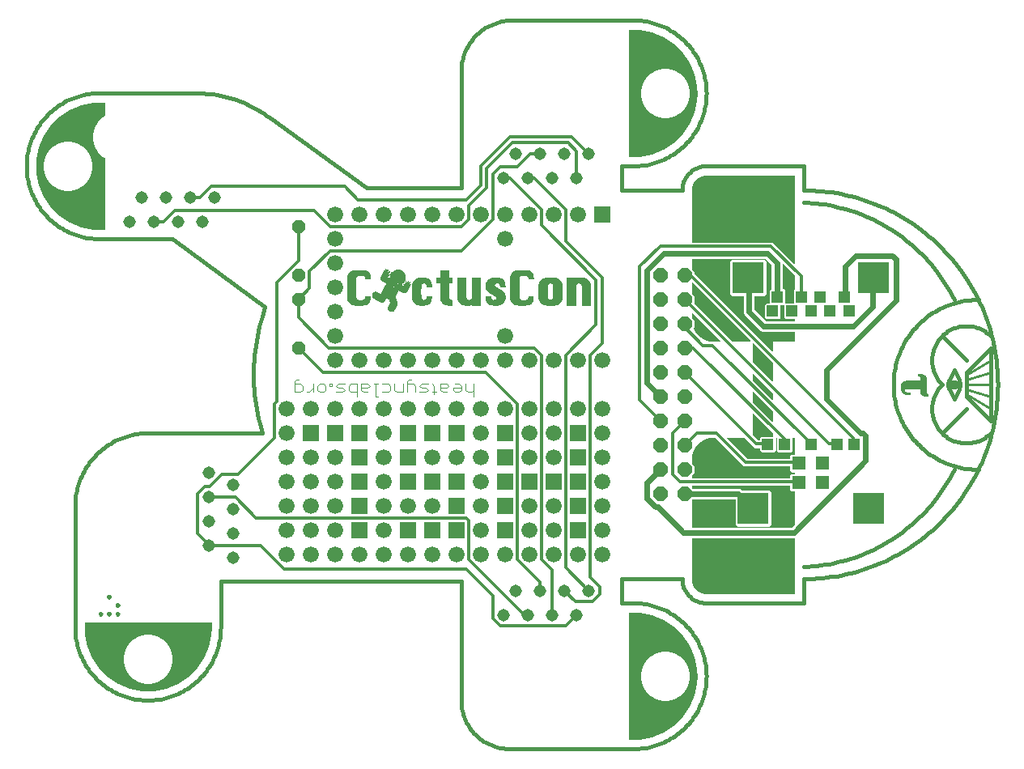
<source format=gtl>
G75*
%MOIN*%
%OFA0B0*%
%FSLAX24Y24*%
%IPPOS*%
%LPD*%
%AMOC8*
5,1,8,0,0,1.08239X$1,22.5*
%
%ADD10C,0.0040*%
%ADD11C,0.0160*%
%ADD12C,0.0100*%
%ADD13OC8,0.0520*%
%ADD14R,0.1306X0.1306*%
%ADD15R,0.0476X0.0476*%
%ADD16R,0.0562X0.0562*%
%ADD17OC8,0.0600*%
%ADD18C,0.0660*%
%ADD19R,0.0660X0.0660*%
%ADD20C,0.0515*%
%ADD21C,0.0120*%
%ADD22C,0.0240*%
%ADD23C,0.0000*%
%ADD24C,0.0001*%
D10*
X018610Y014885D02*
X018610Y015405D01*
X018610Y015145D02*
X018523Y015058D01*
X018350Y015058D01*
X018263Y015145D01*
X018263Y015405D01*
X017834Y015405D02*
X018008Y015405D01*
X018094Y015318D01*
X018094Y015145D01*
X018008Y015058D01*
X017834Y015058D01*
X017747Y015145D01*
X017747Y015232D01*
X018094Y015232D01*
X017492Y015058D02*
X017318Y015058D01*
X017232Y015145D01*
X017232Y015405D01*
X017492Y015405D01*
X017579Y015318D01*
X017492Y015232D01*
X017232Y015232D01*
X016976Y014971D02*
X016976Y015318D01*
X016890Y015405D01*
X016890Y015058D02*
X017063Y015058D01*
X016719Y015405D02*
X016459Y015405D01*
X016372Y015318D01*
X016459Y015232D01*
X016633Y015232D01*
X016719Y015145D01*
X016633Y015058D01*
X016372Y015058D01*
X016204Y015058D02*
X016204Y015318D01*
X016117Y015405D01*
X015857Y015405D01*
X015857Y015058D02*
X015857Y015492D01*
X015943Y015578D01*
X016030Y015578D01*
X015688Y015405D02*
X015688Y015058D01*
X015428Y015058D01*
X015341Y015145D01*
X015341Y015405D01*
X014825Y015058D02*
X015086Y015058D01*
X015172Y015145D01*
X015172Y015318D01*
X015086Y015405D01*
X014825Y015405D01*
X014657Y014885D02*
X014570Y014885D01*
X014570Y015405D01*
X014657Y015405D02*
X014483Y015405D01*
X014226Y015058D02*
X014053Y015058D01*
X013966Y015145D01*
X013966Y015405D01*
X014226Y015405D01*
X014313Y015318D01*
X014226Y015232D01*
X013966Y015232D01*
X013797Y014885D02*
X013797Y015405D01*
X013537Y015405D01*
X013450Y015318D01*
X013450Y015145D01*
X013537Y015058D01*
X013797Y015058D01*
X013282Y015405D02*
X013022Y015405D01*
X012935Y015318D01*
X013022Y015232D01*
X013195Y015232D01*
X013282Y015145D01*
X013195Y015058D01*
X012935Y015058D01*
X012766Y015405D02*
X012766Y015318D01*
X012679Y015318D01*
X012679Y015405D01*
X012766Y015405D01*
X012422Y015405D02*
X012248Y015405D01*
X012161Y015318D01*
X012161Y015145D01*
X012248Y015058D01*
X012422Y015058D01*
X012508Y015145D01*
X012508Y015318D01*
X012422Y015405D01*
X011993Y015405D02*
X011993Y015058D01*
X011993Y015232D02*
X011819Y015058D01*
X011732Y015058D01*
X011389Y015578D02*
X011303Y015578D01*
X011216Y015492D01*
X011216Y015058D01*
X011476Y015058D01*
X011563Y015145D01*
X011563Y015318D01*
X011476Y015405D01*
X011216Y015405D01*
D11*
X038280Y015375D02*
X038282Y015395D01*
X038288Y015413D01*
X038297Y015431D01*
X038309Y015446D01*
X038324Y015458D01*
X038342Y015467D01*
X038360Y015473D01*
X038380Y015475D01*
X038400Y015473D01*
X038418Y015467D01*
X038436Y015458D01*
X038451Y015446D01*
X038463Y015431D01*
X038472Y015413D01*
X038478Y015395D01*
X038480Y015375D01*
X038478Y015355D01*
X038472Y015337D01*
X038463Y015319D01*
X038451Y015304D01*
X038436Y015292D01*
X038418Y015283D01*
X038400Y015277D01*
X038380Y015275D01*
X038360Y015277D01*
X038342Y015283D01*
X038324Y015292D01*
X038309Y015304D01*
X038297Y015319D01*
X038288Y015337D01*
X038282Y015355D01*
X038280Y015375D01*
X024680Y023375D02*
X027180Y023375D01*
X027182Y023435D01*
X027187Y023496D01*
X027196Y023555D01*
X027209Y023614D01*
X027225Y023673D01*
X027245Y023730D01*
X027268Y023785D01*
X027295Y023840D01*
X027324Y023892D01*
X027357Y023943D01*
X027393Y023992D01*
X027431Y024038D01*
X027473Y024082D01*
X027517Y024124D01*
X027563Y024162D01*
X027612Y024198D01*
X027663Y024231D01*
X027715Y024260D01*
X027770Y024287D01*
X027825Y024310D01*
X027882Y024330D01*
X027941Y024346D01*
X028000Y024359D01*
X028059Y024368D01*
X028120Y024373D01*
X028180Y024375D01*
X032180Y024375D01*
X032180Y023375D01*
X032373Y023373D01*
X032567Y023366D01*
X032759Y023354D01*
X032952Y023338D01*
X033144Y023317D01*
X033336Y023291D01*
X033527Y023261D01*
X033717Y023226D01*
X033906Y023187D01*
X034095Y023143D01*
X034282Y023094D01*
X034468Y023041D01*
X034652Y022983D01*
X034835Y022921D01*
X035017Y022855D01*
X035197Y022784D01*
X035375Y022709D01*
X035551Y022630D01*
X035726Y022546D01*
X035898Y022459D01*
X036068Y022367D01*
X036236Y022271D01*
X036401Y022171D01*
X036564Y022067D01*
X036725Y021959D01*
X036882Y021847D01*
X037037Y021732D01*
X037189Y021612D01*
X037339Y021490D01*
X037485Y021363D01*
X037628Y021233D01*
X037768Y021100D01*
X037905Y020963D01*
X038038Y020823D01*
X038168Y020680D01*
X038295Y020534D01*
X038417Y020384D01*
X038537Y020232D01*
X038652Y020077D01*
X038764Y019920D01*
X038872Y019759D01*
X038976Y019596D01*
X039076Y019431D01*
X039172Y019263D01*
X039264Y019093D01*
X039351Y018921D01*
X039435Y018746D01*
X039514Y018570D01*
X039589Y018392D01*
X039660Y018212D01*
X039726Y018030D01*
X039788Y017847D01*
X039846Y017663D01*
X039899Y017477D01*
X039948Y017290D01*
X039992Y017101D01*
X040031Y016912D01*
X040066Y016722D01*
X040096Y016531D01*
X040122Y016339D01*
X040143Y016147D01*
X040159Y015954D01*
X040171Y015762D01*
X040178Y015568D01*
X040180Y015375D01*
X040178Y015182D01*
X040171Y014988D01*
X040159Y014796D01*
X040143Y014603D01*
X040122Y014411D01*
X040096Y014219D01*
X040066Y014028D01*
X040031Y013838D01*
X039992Y013649D01*
X039948Y013460D01*
X039899Y013273D01*
X039846Y013087D01*
X039788Y012903D01*
X039726Y012720D01*
X039660Y012538D01*
X039589Y012358D01*
X039514Y012180D01*
X039435Y012004D01*
X039351Y011829D01*
X039264Y011657D01*
X039172Y011487D01*
X039076Y011319D01*
X038976Y011154D01*
X038872Y010991D01*
X038764Y010830D01*
X038652Y010673D01*
X038537Y010518D01*
X038417Y010366D01*
X038295Y010216D01*
X038168Y010070D01*
X038038Y009927D01*
X037905Y009787D01*
X037768Y009650D01*
X037628Y009517D01*
X037485Y009387D01*
X037339Y009260D01*
X037189Y009138D01*
X037037Y009018D01*
X036882Y008903D01*
X036725Y008791D01*
X036564Y008683D01*
X036401Y008579D01*
X036236Y008479D01*
X036068Y008383D01*
X035898Y008291D01*
X035726Y008204D01*
X035551Y008120D01*
X035375Y008041D01*
X035197Y007966D01*
X035017Y007895D01*
X034835Y007829D01*
X034652Y007767D01*
X034468Y007709D01*
X034282Y007656D01*
X034095Y007607D01*
X033906Y007563D01*
X033717Y007524D01*
X033527Y007489D01*
X033336Y007459D01*
X033144Y007433D01*
X032952Y007412D01*
X032759Y007396D01*
X032567Y007384D01*
X032373Y007377D01*
X032180Y007375D01*
X032180Y006375D01*
X028180Y006375D01*
X028120Y006377D01*
X028059Y006382D01*
X028000Y006391D01*
X027941Y006404D01*
X027882Y006420D01*
X027825Y006440D01*
X027770Y006463D01*
X027715Y006490D01*
X027663Y006519D01*
X027612Y006552D01*
X027563Y006588D01*
X027517Y006626D01*
X027473Y006668D01*
X027431Y006712D01*
X027393Y006758D01*
X027357Y006807D01*
X027324Y006858D01*
X027295Y006910D01*
X027268Y006965D01*
X027245Y007020D01*
X027225Y007077D01*
X027209Y007136D01*
X027196Y007195D01*
X027187Y007254D01*
X027182Y007315D01*
X027180Y007375D01*
X024680Y007375D01*
X024680Y006375D01*
X025180Y006375D01*
X025287Y006373D01*
X025394Y006367D01*
X025501Y006358D01*
X025607Y006344D01*
X025713Y006327D01*
X025818Y006306D01*
X025922Y006282D01*
X026025Y006253D01*
X026127Y006221D01*
X026228Y006186D01*
X026328Y006147D01*
X026426Y006104D01*
X026523Y006058D01*
X026618Y006008D01*
X026711Y005955D01*
X026802Y005899D01*
X026891Y005839D01*
X026978Y005777D01*
X027062Y005711D01*
X027145Y005642D01*
X027224Y005571D01*
X027301Y005496D01*
X027376Y005419D01*
X027447Y005340D01*
X027516Y005257D01*
X027582Y005173D01*
X027644Y005086D01*
X027704Y004997D01*
X027760Y004906D01*
X027813Y004813D01*
X027863Y004718D01*
X027909Y004621D01*
X027952Y004523D01*
X027991Y004423D01*
X028026Y004322D01*
X028058Y004220D01*
X028087Y004117D01*
X028111Y004013D01*
X028132Y003908D01*
X028149Y003802D01*
X028163Y003696D01*
X028172Y003589D01*
X028178Y003482D01*
X028180Y003375D01*
X028178Y003268D01*
X028172Y003161D01*
X028163Y003054D01*
X028149Y002948D01*
X028132Y002842D01*
X028111Y002737D01*
X028087Y002633D01*
X028058Y002530D01*
X028026Y002428D01*
X027991Y002327D01*
X027952Y002227D01*
X027909Y002129D01*
X027863Y002032D01*
X027813Y001937D01*
X027760Y001844D01*
X027704Y001753D01*
X027644Y001664D01*
X027582Y001577D01*
X027516Y001493D01*
X027447Y001410D01*
X027376Y001331D01*
X027301Y001254D01*
X027224Y001179D01*
X027145Y001108D01*
X027062Y001039D01*
X026978Y000973D01*
X026891Y000911D01*
X026802Y000851D01*
X026711Y000795D01*
X026618Y000742D01*
X026523Y000692D01*
X026426Y000646D01*
X026328Y000603D01*
X026228Y000564D01*
X026127Y000529D01*
X026025Y000497D01*
X025922Y000468D01*
X025818Y000444D01*
X025713Y000423D01*
X025607Y000406D01*
X025501Y000392D01*
X025394Y000383D01*
X025287Y000377D01*
X025180Y000375D01*
X020080Y000375D01*
X019993Y000377D01*
X019906Y000383D01*
X019819Y000392D01*
X019733Y000405D01*
X019647Y000422D01*
X019562Y000443D01*
X019479Y000468D01*
X019396Y000496D01*
X019315Y000527D01*
X019235Y000562D01*
X019157Y000601D01*
X019080Y000643D01*
X019005Y000688D01*
X018933Y000737D01*
X018862Y000788D01*
X018794Y000843D01*
X018729Y000900D01*
X018666Y000961D01*
X018605Y001024D01*
X018548Y001089D01*
X018493Y001157D01*
X018442Y001228D01*
X018393Y001300D01*
X018348Y001375D01*
X018306Y001452D01*
X018267Y001530D01*
X018232Y001610D01*
X018201Y001691D01*
X018173Y001774D01*
X018148Y001857D01*
X018127Y001942D01*
X018110Y002028D01*
X018097Y002114D01*
X018088Y002201D01*
X018082Y002288D01*
X018080Y002375D01*
X018080Y007275D01*
X008180Y007275D01*
X008180Y005375D01*
X008178Y005268D01*
X008172Y005161D01*
X008163Y005054D01*
X008149Y004948D01*
X008132Y004842D01*
X008111Y004737D01*
X008087Y004633D01*
X008058Y004530D01*
X008026Y004428D01*
X007991Y004327D01*
X007952Y004227D01*
X007909Y004129D01*
X007863Y004032D01*
X007813Y003937D01*
X007760Y003844D01*
X007704Y003753D01*
X007644Y003664D01*
X007582Y003577D01*
X007516Y003493D01*
X007447Y003410D01*
X007376Y003331D01*
X007301Y003254D01*
X007224Y003179D01*
X007145Y003108D01*
X007062Y003039D01*
X006978Y002973D01*
X006891Y002911D01*
X006802Y002851D01*
X006711Y002795D01*
X006618Y002742D01*
X006523Y002692D01*
X006426Y002646D01*
X006328Y002603D01*
X006228Y002564D01*
X006127Y002529D01*
X006025Y002497D01*
X005922Y002468D01*
X005818Y002444D01*
X005713Y002423D01*
X005607Y002406D01*
X005501Y002392D01*
X005394Y002383D01*
X005287Y002377D01*
X005180Y002375D01*
X005073Y002377D01*
X004966Y002383D01*
X004859Y002392D01*
X004753Y002406D01*
X004647Y002423D01*
X004542Y002444D01*
X004438Y002468D01*
X004335Y002497D01*
X004233Y002529D01*
X004132Y002564D01*
X004032Y002603D01*
X003934Y002646D01*
X003837Y002692D01*
X003742Y002742D01*
X003649Y002795D01*
X003558Y002851D01*
X003469Y002911D01*
X003382Y002973D01*
X003298Y003039D01*
X003215Y003108D01*
X003136Y003179D01*
X003059Y003254D01*
X002984Y003331D01*
X002913Y003410D01*
X002844Y003493D01*
X002778Y003577D01*
X002716Y003664D01*
X002656Y003753D01*
X002600Y003844D01*
X002547Y003937D01*
X002497Y004032D01*
X002451Y004129D01*
X002408Y004227D01*
X002369Y004327D01*
X002334Y004428D01*
X002302Y004530D01*
X002273Y004633D01*
X002249Y004737D01*
X002228Y004842D01*
X002211Y004948D01*
X002197Y005054D01*
X002188Y005161D01*
X002182Y005268D01*
X002180Y005375D01*
X002180Y010375D01*
X002182Y010482D01*
X002188Y010589D01*
X002197Y010696D01*
X002211Y010802D01*
X002228Y010908D01*
X002249Y011013D01*
X002273Y011117D01*
X002302Y011220D01*
X002334Y011322D01*
X002369Y011423D01*
X002408Y011523D01*
X002451Y011621D01*
X002497Y011718D01*
X002547Y011813D01*
X002600Y011906D01*
X002656Y011997D01*
X002716Y012086D01*
X002778Y012173D01*
X002844Y012257D01*
X002913Y012340D01*
X002984Y012419D01*
X003059Y012496D01*
X003136Y012571D01*
X003215Y012642D01*
X003298Y012711D01*
X003382Y012777D01*
X003469Y012839D01*
X003558Y012899D01*
X003649Y012955D01*
X003742Y013008D01*
X003837Y013058D01*
X003934Y013104D01*
X004032Y013147D01*
X004132Y013186D01*
X004233Y013221D01*
X004335Y013253D01*
X004438Y013282D01*
X004542Y013306D01*
X004647Y013327D01*
X004753Y013344D01*
X004859Y013358D01*
X004966Y013367D01*
X005073Y013373D01*
X005180Y013375D01*
X009880Y013375D01*
X009780Y013775D01*
X009734Y013972D01*
X009692Y014170D01*
X009655Y014369D01*
X009622Y014569D01*
X009595Y014770D01*
X009573Y014971D01*
X009555Y015173D01*
X009543Y015375D01*
X009535Y015577D01*
X009532Y015780D01*
X009534Y015982D01*
X009541Y016184D01*
X009553Y016386D01*
X009570Y016588D01*
X009592Y016789D01*
X009619Y016990D01*
X009650Y017190D01*
X009687Y017389D01*
X009728Y017587D01*
X009774Y017785D01*
X009825Y017981D01*
X009880Y018175D01*
X009980Y018575D01*
X006180Y021375D01*
X003180Y021375D01*
X003073Y021377D01*
X002966Y021383D01*
X002859Y021392D01*
X002753Y021406D01*
X002647Y021423D01*
X002542Y021444D01*
X002438Y021468D01*
X002335Y021497D01*
X002233Y021529D01*
X002132Y021564D01*
X002032Y021603D01*
X001934Y021646D01*
X001837Y021692D01*
X001742Y021742D01*
X001649Y021795D01*
X001558Y021851D01*
X001469Y021911D01*
X001382Y021973D01*
X001298Y022039D01*
X001215Y022108D01*
X001136Y022179D01*
X001059Y022254D01*
X000984Y022331D01*
X000913Y022410D01*
X000844Y022493D01*
X000778Y022577D01*
X000716Y022664D01*
X000656Y022753D01*
X000600Y022844D01*
X000547Y022937D01*
X000497Y023032D01*
X000451Y023129D01*
X000408Y023227D01*
X000369Y023327D01*
X000334Y023428D01*
X000302Y023530D01*
X000273Y023633D01*
X000249Y023737D01*
X000228Y023842D01*
X000211Y023948D01*
X000197Y024054D01*
X000188Y024161D01*
X000182Y024268D01*
X000180Y024375D01*
X000182Y024482D01*
X000188Y024589D01*
X000197Y024696D01*
X000211Y024802D01*
X000228Y024908D01*
X000249Y025013D01*
X000273Y025117D01*
X000302Y025220D01*
X000334Y025322D01*
X000369Y025423D01*
X000408Y025523D01*
X000451Y025621D01*
X000497Y025718D01*
X000547Y025813D01*
X000600Y025906D01*
X000656Y025997D01*
X000716Y026086D01*
X000778Y026173D01*
X000844Y026257D01*
X000913Y026340D01*
X000984Y026419D01*
X001059Y026496D01*
X001136Y026571D01*
X001215Y026642D01*
X001298Y026711D01*
X001382Y026777D01*
X001469Y026839D01*
X001558Y026899D01*
X001649Y026955D01*
X001742Y027008D01*
X001837Y027058D01*
X001934Y027104D01*
X002032Y027147D01*
X002132Y027186D01*
X002233Y027221D01*
X002335Y027253D01*
X002438Y027282D01*
X002542Y027306D01*
X002647Y027327D01*
X002753Y027344D01*
X002859Y027358D01*
X002966Y027367D01*
X003073Y027373D01*
X003180Y027375D01*
X007180Y027375D01*
X007320Y027373D01*
X007460Y027367D01*
X007599Y027357D01*
X007738Y027344D01*
X007877Y027326D01*
X008015Y027305D01*
X008153Y027279D01*
X008290Y027250D01*
X008426Y027217D01*
X008561Y027181D01*
X008695Y027140D01*
X008827Y027096D01*
X008959Y027048D01*
X009089Y026996D01*
X009217Y026941D01*
X009344Y026882D01*
X009469Y026820D01*
X009593Y026754D01*
X009715Y026685D01*
X009834Y026612D01*
X009952Y026537D01*
X010067Y026457D01*
X010180Y026375D01*
X014180Y023475D01*
X018080Y023475D01*
X018080Y028275D01*
X018082Y028364D01*
X018088Y028453D01*
X018097Y028542D01*
X018110Y028630D01*
X018127Y028717D01*
X018148Y028804D01*
X018172Y028890D01*
X018200Y028975D01*
X018231Y029058D01*
X018266Y029140D01*
X018305Y029220D01*
X018347Y029299D01*
X018392Y029376D01*
X018440Y029451D01*
X018492Y029524D01*
X018546Y029594D01*
X018604Y029662D01*
X018664Y029728D01*
X018727Y029791D01*
X018793Y029851D01*
X018861Y029909D01*
X018931Y029963D01*
X019004Y030015D01*
X019079Y030063D01*
X019156Y030108D01*
X019235Y030150D01*
X019315Y030189D01*
X019397Y030224D01*
X019480Y030255D01*
X019565Y030283D01*
X019651Y030307D01*
X019738Y030328D01*
X019825Y030345D01*
X019913Y030358D01*
X020002Y030367D01*
X020091Y030373D01*
X020180Y030375D01*
X025180Y030375D01*
X025287Y030373D01*
X025394Y030367D01*
X025501Y030358D01*
X025607Y030344D01*
X025713Y030327D01*
X025818Y030306D01*
X025922Y030282D01*
X026025Y030253D01*
X026127Y030221D01*
X026228Y030186D01*
X026328Y030147D01*
X026426Y030104D01*
X026523Y030058D01*
X026618Y030008D01*
X026711Y029955D01*
X026802Y029899D01*
X026891Y029839D01*
X026978Y029777D01*
X027062Y029711D01*
X027145Y029642D01*
X027224Y029571D01*
X027301Y029496D01*
X027376Y029419D01*
X027447Y029340D01*
X027516Y029257D01*
X027582Y029173D01*
X027644Y029086D01*
X027704Y028997D01*
X027760Y028906D01*
X027813Y028813D01*
X027863Y028718D01*
X027909Y028621D01*
X027952Y028523D01*
X027991Y028423D01*
X028026Y028322D01*
X028058Y028220D01*
X028087Y028117D01*
X028111Y028013D01*
X028132Y027908D01*
X028149Y027802D01*
X028163Y027696D01*
X028172Y027589D01*
X028178Y027482D01*
X028180Y027375D01*
X028178Y027268D01*
X028172Y027161D01*
X028163Y027054D01*
X028149Y026948D01*
X028132Y026842D01*
X028111Y026737D01*
X028087Y026633D01*
X028058Y026530D01*
X028026Y026428D01*
X027991Y026327D01*
X027952Y026227D01*
X027909Y026129D01*
X027863Y026032D01*
X027813Y025937D01*
X027760Y025844D01*
X027704Y025753D01*
X027644Y025664D01*
X027582Y025577D01*
X027516Y025493D01*
X027447Y025410D01*
X027376Y025331D01*
X027301Y025254D01*
X027224Y025179D01*
X027145Y025108D01*
X027062Y025039D01*
X026978Y024973D01*
X026891Y024911D01*
X026802Y024851D01*
X026711Y024795D01*
X026618Y024742D01*
X026523Y024692D01*
X026426Y024646D01*
X026328Y024603D01*
X026228Y024564D01*
X026127Y024529D01*
X026025Y024497D01*
X025922Y024468D01*
X025818Y024444D01*
X025713Y024423D01*
X025607Y024406D01*
X025501Y024392D01*
X025394Y024383D01*
X025287Y024377D01*
X025180Y024375D01*
X024680Y024375D01*
X024680Y023375D01*
X037880Y017375D02*
X037829Y017321D01*
X037781Y017265D01*
X037736Y017206D01*
X037694Y017145D01*
X037655Y017082D01*
X037620Y017017D01*
X037588Y016950D01*
X037560Y016882D01*
X037535Y016812D01*
X037514Y016741D01*
X037497Y016669D01*
X037483Y016596D01*
X037474Y016523D01*
X037468Y016449D01*
X037466Y016375D01*
X037468Y016301D01*
X037474Y016227D01*
X037483Y016154D01*
X037497Y016081D01*
X037514Y016009D01*
X037535Y015938D01*
X037560Y015868D01*
X037588Y015800D01*
X037620Y015733D01*
X037655Y015668D01*
X037694Y015605D01*
X037736Y015544D01*
X037781Y015485D01*
X037829Y015429D01*
X037880Y015375D01*
X037880Y017375D02*
X037934Y017426D01*
X037990Y017474D01*
X038049Y017519D01*
X038110Y017561D01*
X038173Y017600D01*
X038238Y017635D01*
X038305Y017667D01*
X038373Y017695D01*
X038443Y017720D01*
X038514Y017741D01*
X038586Y017758D01*
X038659Y017772D01*
X038732Y017781D01*
X038806Y017787D01*
X038880Y017789D01*
X038954Y017787D01*
X039028Y017781D01*
X039101Y017772D01*
X039174Y017758D01*
X039246Y017741D01*
X039317Y017720D01*
X039387Y017695D01*
X039455Y017667D01*
X039522Y017635D01*
X039587Y017600D01*
X039650Y017561D01*
X039711Y017519D01*
X039770Y017474D01*
X039826Y017426D01*
X039880Y017375D01*
X038880Y016375D02*
X037880Y017375D01*
X037880Y013375D02*
X037934Y013324D01*
X037990Y013276D01*
X038049Y013231D01*
X038110Y013189D01*
X038173Y013150D01*
X038238Y013115D01*
X038305Y013083D01*
X038373Y013055D01*
X038443Y013030D01*
X038514Y013009D01*
X038586Y012992D01*
X038659Y012978D01*
X038732Y012969D01*
X038806Y012963D01*
X038880Y012961D01*
X038954Y012963D01*
X039028Y012969D01*
X039101Y012978D01*
X039174Y012992D01*
X039246Y013009D01*
X039317Y013030D01*
X039387Y013055D01*
X039455Y013083D01*
X039522Y013115D01*
X039587Y013150D01*
X039650Y013189D01*
X039711Y013231D01*
X039770Y013276D01*
X039826Y013324D01*
X039880Y013375D01*
X037880Y013375D02*
X037829Y013429D01*
X037781Y013485D01*
X037736Y013544D01*
X037694Y013605D01*
X037655Y013668D01*
X037620Y013733D01*
X037588Y013800D01*
X037560Y013868D01*
X037535Y013938D01*
X037514Y014009D01*
X037497Y014081D01*
X037483Y014154D01*
X037474Y014227D01*
X037468Y014301D01*
X037466Y014375D01*
X037468Y014449D01*
X037474Y014523D01*
X037483Y014596D01*
X037497Y014669D01*
X037514Y014741D01*
X037535Y014812D01*
X037560Y014882D01*
X037588Y014950D01*
X037620Y015017D01*
X037655Y015082D01*
X037694Y015145D01*
X037736Y015206D01*
X037781Y015265D01*
X037829Y015321D01*
X037880Y015375D01*
X038880Y014375D02*
X037880Y013375D01*
X039380Y011875D02*
X039263Y011877D01*
X039146Y011883D01*
X039030Y011893D01*
X038913Y011906D01*
X038798Y011924D01*
X038683Y011945D01*
X038569Y011970D01*
X038455Y011999D01*
X038343Y012032D01*
X038232Y012069D01*
X038122Y012109D01*
X038014Y012153D01*
X037907Y012200D01*
X037801Y012251D01*
X037698Y012306D01*
X037596Y012364D01*
X037497Y012425D01*
X037399Y012489D01*
X037304Y012557D01*
X037211Y012628D01*
X037120Y012702D01*
X037032Y012779D01*
X036947Y012859D01*
X036864Y012942D01*
X036784Y013027D01*
X036707Y013115D01*
X036633Y013206D01*
X036562Y013299D01*
X036494Y013394D01*
X036430Y013492D01*
X036369Y013591D01*
X036311Y013693D01*
X036256Y013796D01*
X036205Y013902D01*
X036158Y014009D01*
X036114Y014117D01*
X036074Y014227D01*
X036037Y014338D01*
X036004Y014450D01*
X035975Y014564D01*
X035950Y014678D01*
X035929Y014793D01*
X035911Y014908D01*
X035898Y015025D01*
X035888Y015141D01*
X035882Y015258D01*
X035880Y015375D01*
X035882Y015492D01*
X035888Y015609D01*
X035898Y015725D01*
X035911Y015842D01*
X035929Y015957D01*
X035950Y016072D01*
X035975Y016186D01*
X036004Y016300D01*
X036037Y016412D01*
X036074Y016523D01*
X036114Y016633D01*
X036158Y016741D01*
X036205Y016848D01*
X036256Y016954D01*
X036311Y017057D01*
X036369Y017159D01*
X036430Y017258D01*
X036494Y017356D01*
X036562Y017451D01*
X036633Y017544D01*
X036707Y017635D01*
X036784Y017723D01*
X036864Y017808D01*
X036947Y017891D01*
X037032Y017971D01*
X037120Y018048D01*
X037211Y018122D01*
X037304Y018193D01*
X037399Y018261D01*
X037497Y018325D01*
X037596Y018386D01*
X037698Y018444D01*
X037801Y018499D01*
X037907Y018550D01*
X038014Y018597D01*
X038122Y018641D01*
X038232Y018681D01*
X038343Y018718D01*
X038455Y018751D01*
X038569Y018780D01*
X038683Y018805D01*
X038798Y018826D01*
X038913Y018844D01*
X039030Y018857D01*
X039146Y018867D01*
X039263Y018873D01*
X039380Y018875D01*
X038380Y018875D02*
X038300Y019032D01*
X038216Y019187D01*
X038129Y019339D01*
X038037Y019490D01*
X037943Y019638D01*
X037844Y019784D01*
X037742Y019927D01*
X037636Y020068D01*
X037527Y020207D01*
X037415Y020342D01*
X037299Y020475D01*
X037181Y020605D01*
X037059Y020732D01*
X036934Y020856D01*
X036806Y020977D01*
X036675Y021094D01*
X036541Y021209D01*
X036404Y021320D01*
X036265Y021428D01*
X036123Y021532D01*
X035979Y021633D01*
X035832Y021730D01*
X035683Y021824D01*
X035532Y021914D01*
X035378Y022000D01*
X035223Y022082D01*
X035065Y022161D01*
X034906Y022236D01*
X034744Y022306D01*
X034582Y022373D01*
X034417Y022436D01*
X034251Y022495D01*
X034084Y022550D01*
X033915Y022600D01*
X033745Y022647D01*
X033574Y022689D01*
X033402Y022727D01*
X033230Y022761D01*
X033056Y022791D01*
X032882Y022816D01*
X032707Y022837D01*
X032532Y022854D01*
X032356Y022866D01*
X032180Y022875D01*
X038380Y011875D02*
X038300Y011718D01*
X038216Y011563D01*
X038129Y011411D01*
X038037Y011260D01*
X037943Y011112D01*
X037844Y010966D01*
X037742Y010823D01*
X037636Y010682D01*
X037527Y010543D01*
X037415Y010408D01*
X037299Y010275D01*
X037181Y010145D01*
X037059Y010018D01*
X036934Y009894D01*
X036806Y009773D01*
X036675Y009656D01*
X036541Y009541D01*
X036404Y009430D01*
X036265Y009322D01*
X036123Y009218D01*
X035979Y009117D01*
X035832Y009020D01*
X035683Y008926D01*
X035532Y008836D01*
X035378Y008750D01*
X035223Y008668D01*
X035065Y008589D01*
X034906Y008514D01*
X034744Y008444D01*
X034582Y008377D01*
X034417Y008314D01*
X034251Y008255D01*
X034084Y008200D01*
X033915Y008150D01*
X033745Y008103D01*
X033574Y008061D01*
X033402Y008023D01*
X033230Y007989D01*
X033056Y007959D01*
X032882Y007934D01*
X032707Y007913D01*
X032532Y007896D01*
X032356Y007884D01*
X032180Y007875D01*
X038180Y015575D02*
X038380Y015975D01*
X038580Y015575D01*
X038597Y015537D01*
X038610Y015498D01*
X038619Y015457D01*
X038625Y015416D01*
X038627Y015375D01*
X038625Y015334D01*
X038619Y015293D01*
X038610Y015252D01*
X038597Y015213D01*
X038580Y015175D01*
X038380Y014775D01*
X038180Y015175D01*
X038163Y015213D01*
X038150Y015252D01*
X038141Y015293D01*
X038135Y015334D01*
X038133Y015375D01*
X038135Y015416D01*
X038141Y015457D01*
X038150Y015498D01*
X038163Y015537D01*
X038180Y015575D01*
X039880Y016875D02*
X039880Y016375D01*
X039880Y015875D01*
X039880Y015375D01*
X039880Y014875D01*
X039880Y014375D01*
X039880Y013875D01*
X038880Y014875D01*
X038880Y014975D01*
X038880Y015175D01*
X038880Y015375D01*
X038880Y015575D01*
X038880Y015775D01*
X038880Y015875D01*
X039880Y016875D01*
D12*
X003880Y006285D02*
X003882Y006298D01*
X003887Y006311D01*
X003896Y006322D01*
X003907Y006329D01*
X003920Y006334D01*
X003933Y006335D01*
X003947Y006332D01*
X003959Y006326D01*
X003969Y006317D01*
X003976Y006305D01*
X003980Y006292D01*
X003980Y006278D01*
X003976Y006265D01*
X003969Y006253D01*
X003959Y006244D01*
X003947Y006238D01*
X003933Y006235D01*
X003920Y006236D01*
X003907Y006241D01*
X003896Y006248D01*
X003887Y006259D01*
X003882Y006272D01*
X003880Y006285D01*
X003880Y005935D02*
X003882Y005948D01*
X003887Y005961D01*
X003896Y005972D01*
X003907Y005979D01*
X003920Y005984D01*
X003933Y005985D01*
X003947Y005982D01*
X003959Y005976D01*
X003969Y005967D01*
X003976Y005955D01*
X003980Y005942D01*
X003980Y005928D01*
X003976Y005915D01*
X003969Y005903D01*
X003959Y005894D01*
X003947Y005888D01*
X003933Y005885D01*
X003920Y005886D01*
X003907Y005891D01*
X003896Y005898D01*
X003887Y005909D01*
X003882Y005922D01*
X003880Y005935D01*
X003530Y005935D02*
X003532Y005948D01*
X003537Y005961D01*
X003546Y005972D01*
X003557Y005979D01*
X003570Y005984D01*
X003583Y005985D01*
X003597Y005982D01*
X003609Y005976D01*
X003619Y005967D01*
X003626Y005955D01*
X003630Y005942D01*
X003630Y005928D01*
X003626Y005915D01*
X003619Y005903D01*
X003609Y005894D01*
X003597Y005888D01*
X003583Y005885D01*
X003570Y005886D01*
X003557Y005891D01*
X003546Y005898D01*
X003537Y005909D01*
X003532Y005922D01*
X003530Y005935D01*
X003180Y005935D02*
X003182Y005948D01*
X003187Y005961D01*
X003196Y005972D01*
X003207Y005979D01*
X003220Y005984D01*
X003233Y005985D01*
X003247Y005982D01*
X003259Y005976D01*
X003269Y005967D01*
X003276Y005955D01*
X003280Y005942D01*
X003280Y005928D01*
X003276Y005915D01*
X003269Y005903D01*
X003259Y005894D01*
X003247Y005888D01*
X003233Y005885D01*
X003220Y005886D01*
X003207Y005891D01*
X003196Y005898D01*
X003187Y005909D01*
X003182Y005922D01*
X003180Y005935D01*
X003530Y006635D02*
X003532Y006648D01*
X003537Y006661D01*
X003546Y006672D01*
X003557Y006679D01*
X003570Y006684D01*
X003583Y006685D01*
X003597Y006682D01*
X003609Y006676D01*
X003619Y006667D01*
X003626Y006655D01*
X003630Y006642D01*
X003630Y006628D01*
X003626Y006615D01*
X003619Y006603D01*
X003609Y006594D01*
X003597Y006588D01*
X003583Y006585D01*
X003570Y006586D01*
X003557Y006591D01*
X003546Y006598D01*
X003537Y006609D01*
X003532Y006622D01*
X003530Y006635D01*
X038880Y015375D02*
X039880Y015375D01*
X039880Y014875D02*
X038880Y015175D01*
X038880Y014975D02*
X039880Y014375D01*
X039880Y015875D02*
X038880Y015575D01*
X038880Y015775D02*
X039880Y016375D01*
D13*
X011380Y018875D03*
X011380Y016875D03*
X011380Y019875D03*
X011380Y021875D03*
D14*
X029893Y019775D03*
X035067Y019775D03*
X034850Y010275D03*
X030110Y010275D03*
D15*
X032086Y018988D03*
X032874Y018988D03*
X031102Y018988D03*
X033858Y018988D03*
X031693Y018397D03*
X030905Y018397D03*
X033267Y018397D03*
X034055Y018397D03*
X032480Y018397D03*
X032480Y012917D03*
X033563Y012917D03*
X031397Y012917D03*
X030708Y012917D03*
X034252Y012917D03*
D16*
X032972Y011342D03*
X031988Y011342D03*
X032972Y012129D03*
X031988Y012129D03*
D17*
X026280Y019875D03*
X027280Y019875D03*
X026280Y018875D03*
X027280Y018875D03*
X026280Y017875D03*
X027280Y017875D03*
X026280Y016875D03*
X027280Y016875D03*
X026280Y015875D03*
X027280Y015875D03*
X026280Y014875D03*
X027280Y014875D03*
X026280Y013875D03*
X027280Y013875D03*
X026280Y012875D03*
X027280Y012875D03*
X026280Y011875D03*
X027280Y011875D03*
X026280Y010875D03*
X027280Y010875D03*
D18*
X013880Y016375D03*
X014880Y016375D03*
X015880Y016375D03*
X016880Y016375D03*
X017880Y016375D03*
X018880Y016375D03*
X019880Y016375D03*
X020880Y016375D03*
X021880Y016375D03*
X022880Y016375D03*
X023880Y016375D03*
X012880Y016375D03*
X012880Y017375D03*
X012880Y018375D03*
X012880Y019375D03*
X012880Y020375D03*
X012880Y021375D03*
X012880Y022375D03*
X013880Y022375D03*
X014880Y022375D03*
X015880Y022375D03*
X016880Y022375D03*
X017880Y022375D03*
X018880Y022375D03*
X019880Y022375D03*
X020880Y022375D03*
X021880Y022375D03*
X022880Y022375D03*
X019880Y021375D03*
X019880Y017375D03*
X010880Y008375D03*
X011880Y008375D03*
X012880Y008375D03*
X013880Y008375D03*
X014880Y008375D03*
X015880Y008375D03*
X016880Y008375D03*
X017880Y008375D03*
X018880Y008375D03*
X019880Y008375D03*
X020880Y008375D03*
X021880Y008375D03*
X010880Y014375D03*
X011880Y014375D03*
X012880Y014375D03*
X013880Y014375D03*
X014880Y014375D03*
X015880Y014375D03*
X016880Y014375D03*
X017880Y014375D03*
X018880Y014375D03*
X019880Y014375D03*
X020880Y014375D03*
X021880Y014375D03*
X012880Y012375D03*
X011880Y012375D03*
X012880Y009375D03*
X011880Y009375D03*
X012880Y010375D03*
X011880Y010375D03*
X021880Y009375D03*
X014880Y009375D03*
X014880Y010375D03*
X014880Y013375D03*
X021880Y013375D03*
X014880Y012375D03*
X021880Y012375D03*
X023880Y012375D03*
X023880Y013375D03*
X022880Y014375D03*
X023880Y014375D03*
X012880Y011375D03*
X011880Y011375D03*
X014880Y011375D03*
X023880Y011375D03*
X010880Y009375D03*
X010880Y010375D03*
X010880Y011375D03*
X010880Y012375D03*
X010880Y013375D03*
X022880Y008375D03*
X023880Y008375D03*
X023880Y009375D03*
X023880Y010375D03*
X021880Y010375D03*
X018880Y012375D03*
X017880Y012375D03*
X016880Y010375D03*
X015880Y010375D03*
X016880Y012375D03*
X018880Y009375D03*
X018880Y010375D03*
X018880Y011375D03*
X018880Y013375D03*
X020880Y010375D03*
X020880Y009375D03*
X020880Y012375D03*
X020880Y013375D03*
D19*
X023880Y022375D03*
X022880Y009375D03*
X022880Y010375D03*
X022880Y011375D03*
X022880Y012375D03*
X022880Y013375D03*
X021880Y011375D03*
X020880Y011375D03*
X019880Y013375D03*
X019880Y012375D03*
X019880Y011375D03*
X019880Y010375D03*
X019880Y009375D03*
X015880Y009375D03*
X016880Y009375D03*
X017880Y009375D03*
X017880Y010375D03*
X017880Y011375D03*
X016880Y011375D03*
X015880Y011375D03*
X015880Y012375D03*
X015880Y013375D03*
X016880Y013375D03*
X017880Y013375D03*
X013880Y009375D03*
X013880Y010375D03*
X013880Y011375D03*
X013880Y012375D03*
X013880Y013375D03*
X012880Y013375D03*
X011880Y013375D03*
D20*
X020830Y005875D03*
X021830Y005875D03*
X022330Y006875D03*
X021330Y006875D03*
X020330Y006875D03*
X022830Y005875D03*
X019830Y005875D03*
X023330Y006875D03*
X022330Y024875D03*
X021330Y024875D03*
X020830Y023875D03*
X021830Y023875D03*
X022830Y023875D03*
X020330Y024875D03*
X023330Y024875D03*
X019830Y023875D03*
X006930Y023075D03*
X005930Y023075D03*
X005430Y022075D03*
X006430Y022075D03*
X007430Y022075D03*
X004930Y023075D03*
X007930Y023075D03*
X004430Y022075D03*
X007680Y010725D03*
X007680Y009725D03*
X008680Y009225D03*
X008680Y010225D03*
X008680Y011225D03*
X007680Y008725D03*
X007680Y011725D03*
X008680Y008225D03*
D21*
X006930Y023075D02*
X007330Y023075D01*
X007780Y023525D01*
X013280Y023525D01*
X013830Y022975D01*
X018280Y022975D01*
X018880Y023575D01*
X018880Y024375D01*
X020080Y025575D01*
X022630Y025575D01*
X023330Y024875D01*
X005430Y022075D02*
X005830Y022075D01*
X006280Y022525D01*
X012030Y022525D01*
X012680Y021875D01*
X018080Y021875D01*
X018380Y022175D01*
X018380Y022725D01*
X019130Y023475D01*
X019130Y024275D01*
X020180Y025325D01*
X022480Y025325D01*
X022830Y024975D01*
X022830Y023875D01*
X020830Y005875D02*
X020680Y005875D01*
X018380Y008175D01*
X018380Y009775D01*
X018280Y009875D01*
X009630Y009875D01*
X008780Y010725D01*
X007680Y010725D01*
X021330Y006875D02*
X021330Y007225D01*
X020380Y008175D01*
X020380Y014575D01*
X019080Y015875D01*
X012380Y015875D01*
X011380Y016875D01*
X021330Y024875D02*
X020930Y024875D01*
X020380Y024325D01*
X019680Y024325D01*
X019380Y024025D01*
X019380Y022175D01*
X018080Y020875D01*
X012680Y020875D01*
X011830Y020025D01*
X011830Y019325D01*
X011380Y018875D01*
X021830Y005875D02*
X021830Y007725D01*
X021380Y008175D01*
X021380Y016575D01*
X021080Y016875D01*
X012630Y016875D01*
X011380Y018875D02*
X011380Y018125D01*
X012630Y016875D01*
X020830Y023875D02*
X021080Y023875D01*
X022380Y022575D01*
X022380Y021275D01*
X023880Y019775D01*
X023880Y017075D01*
X023380Y016575D01*
X023380Y007425D01*
X023780Y007025D01*
X023780Y006725D01*
X023480Y006425D01*
X022780Y006425D01*
X022330Y006875D01*
X007680Y008725D02*
X009830Y008725D01*
X010780Y007775D01*
X018280Y007775D01*
X019380Y006675D01*
X019380Y005725D01*
X019680Y005425D01*
X022380Y005425D01*
X022830Y005875D01*
X011380Y021875D02*
X011380Y020475D01*
X010480Y019575D01*
X010480Y014675D01*
X010380Y014575D01*
X010380Y013175D01*
X008880Y011675D01*
X008230Y011675D01*
X007730Y011175D01*
X007530Y011175D01*
X007230Y010875D01*
X007230Y009225D01*
X007680Y008775D01*
X007680Y008725D01*
X019830Y023875D02*
X020080Y023875D01*
X021380Y022575D01*
X021380Y021925D01*
X023630Y019675D01*
X023630Y017825D01*
X022380Y016575D01*
X022380Y007825D01*
X023330Y006875D01*
X032080Y019025D02*
X032080Y019825D01*
X030830Y021075D01*
X026280Y021075D01*
X025430Y020225D01*
X025430Y014725D01*
X026280Y013875D01*
X032086Y018988D02*
X032080Y019025D01*
X034230Y012925D02*
X034230Y013175D01*
X027530Y019875D01*
X027280Y019875D01*
X034230Y012925D02*
X034252Y012917D01*
X033530Y012925D02*
X033230Y012925D01*
X027280Y018875D01*
X033530Y012925D02*
X033563Y012917D01*
X032480Y012925D02*
X028430Y016975D01*
X028030Y016975D01*
X027280Y017725D01*
X027280Y017875D01*
X032480Y012925D02*
X032480Y012917D01*
X031380Y012925D02*
X031380Y013125D01*
X027630Y016875D01*
X027280Y016875D01*
X031380Y012925D02*
X031397Y012917D01*
X030680Y012925D02*
X030230Y012925D01*
X027280Y015875D01*
X030680Y012925D02*
X030708Y012917D01*
X031980Y011375D02*
X027080Y011375D01*
X026780Y011675D01*
X026780Y013375D01*
X027280Y013875D01*
X031980Y011375D02*
X031988Y011342D01*
X031980Y012175D02*
X029780Y012175D01*
X028580Y013375D01*
X027780Y013375D01*
X027280Y012875D01*
X031980Y012175D02*
X031988Y012129D01*
D22*
X029930Y019775D02*
X029930Y018375D01*
X030530Y017775D01*
X034230Y017775D01*
X035030Y018575D01*
X035030Y019775D01*
X029930Y019775D02*
X029893Y019775D01*
X035030Y019775D02*
X035067Y019775D01*
X033880Y019025D02*
X033880Y020225D01*
X034330Y020675D01*
X035830Y020675D01*
X035980Y020525D01*
X035980Y018825D01*
X033130Y015975D01*
X033130Y014775D01*
X034530Y013375D01*
X034630Y013375D01*
X034730Y013275D01*
X034730Y012225D01*
X031780Y009275D01*
X027230Y009275D01*
X026180Y010325D01*
X026080Y010325D01*
X025730Y010675D01*
X025730Y011325D01*
X026280Y011875D01*
X033858Y018988D02*
X033880Y019025D01*
X031080Y019025D02*
X031080Y020375D01*
X030680Y020775D01*
X026430Y020775D01*
X025730Y020075D01*
X025730Y015425D01*
X026280Y014875D01*
X031102Y018988D02*
X031080Y019025D01*
X027280Y010875D02*
X029480Y010875D01*
X030080Y010275D01*
X030110Y010275D01*
D23*
X030863Y009581D02*
X030863Y010969D01*
X030804Y011028D01*
X029667Y011028D01*
X029616Y011078D01*
X029528Y011115D01*
X027606Y011115D01*
X027580Y011141D01*
X027580Y011195D01*
X031607Y011195D01*
X031607Y011019D01*
X031665Y010961D01*
X031780Y010961D01*
X031780Y009614D01*
X031681Y009515D01*
X027580Y009515D01*
X027580Y010609D01*
X027606Y010635D01*
X029357Y010635D01*
X029357Y009581D01*
X029416Y009522D01*
X030804Y009522D01*
X030863Y009581D01*
X031780Y019870D02*
X031780Y019298D01*
X031748Y019267D01*
X031748Y018735D01*
X031440Y018735D01*
X031440Y019267D01*
X031381Y019325D01*
X031320Y019325D01*
X031320Y020330D01*
X031780Y019870D01*
X030764Y019267D02*
X030764Y018735D01*
X030626Y018735D01*
X030567Y018676D01*
X030567Y018118D01*
X030626Y018059D01*
X031184Y018059D01*
X031243Y018118D01*
X031243Y018650D01*
X031355Y018650D01*
X031355Y018118D01*
X031413Y018059D01*
X031780Y018059D01*
X031780Y018015D01*
X030629Y018015D01*
X030170Y018474D01*
X030170Y019022D01*
X030588Y019022D01*
X030646Y019081D01*
X030646Y020469D01*
X030588Y020528D01*
X029199Y020528D01*
X029141Y020469D01*
X029141Y019081D01*
X029199Y019022D01*
X029690Y019022D01*
X029690Y018327D01*
X029727Y018239D01*
X030327Y017639D01*
X030394Y017572D01*
X030482Y017535D01*
X031780Y017535D01*
X031780Y017175D01*
X030880Y017175D01*
X030880Y016780D01*
X027710Y019950D01*
X027680Y019980D01*
X027680Y020041D01*
X027580Y020141D01*
X027580Y020535D01*
X030581Y020535D01*
X030840Y020276D01*
X030840Y019325D01*
X030823Y019325D01*
X030764Y019267D01*
X030080Y015820D02*
X030880Y015020D01*
X030880Y014780D01*
X030080Y015580D01*
X030080Y015820D01*
X030371Y012745D02*
X030371Y012638D01*
X030429Y012579D01*
X030988Y012579D01*
X031046Y012638D01*
X031046Y013175D01*
X031060Y013175D01*
X031060Y012638D01*
X031118Y012579D01*
X031677Y012579D01*
X031735Y012638D01*
X031735Y013175D01*
X031780Y013175D01*
X031780Y012510D01*
X031665Y012510D01*
X031607Y012452D01*
X031607Y012355D01*
X029855Y012355D01*
X029035Y013175D01*
X029725Y013175D01*
X030155Y012745D01*
X030305Y012745D01*
X030371Y012745D01*
X031607Y011995D02*
X031607Y011807D01*
X031665Y011748D01*
X031780Y011748D01*
X031780Y011723D01*
X031665Y011723D01*
X031607Y011664D01*
X031607Y011555D01*
X027580Y011555D01*
X027580Y011609D01*
X027680Y011709D01*
X027680Y012041D01*
X027580Y012141D01*
X027580Y012275D01*
X027591Y012416D01*
X027624Y012553D01*
X027678Y012684D01*
X027752Y012804D01*
X027844Y012911D01*
X027951Y013003D01*
X028071Y013077D01*
X028202Y013131D01*
X028339Y013164D01*
X028480Y013175D01*
X028525Y013175D01*
X029705Y011995D01*
X029855Y011995D01*
X031607Y011995D01*
X030880Y013255D02*
X030429Y013255D01*
X030371Y013196D01*
X030371Y013105D01*
X030305Y013105D01*
X030080Y013330D01*
X030080Y014170D01*
X030880Y013370D01*
X030880Y013255D01*
X030080Y015070D02*
X030880Y014270D01*
X030880Y013880D01*
X030080Y014680D01*
X030080Y015070D01*
X030080Y017070D02*
X030880Y016270D01*
X030880Y015530D01*
X030080Y016330D01*
X030080Y017070D01*
X028480Y017175D02*
X028339Y017186D01*
X028202Y017219D01*
X028071Y017273D01*
X027951Y017347D01*
X027844Y017439D01*
X027752Y017546D01*
X027678Y017666D01*
X027666Y017695D01*
X027680Y017709D01*
X027680Y018041D01*
X027580Y018141D01*
X027580Y018320D01*
X028725Y017175D01*
X028480Y017175D01*
X027680Y019041D02*
X027580Y019141D01*
X027580Y019570D01*
X029975Y017175D01*
X029235Y017175D01*
X027680Y018730D01*
X027680Y019041D01*
X027580Y023295D02*
X027580Y023295D01*
X027580Y023375D01*
X027587Y023469D01*
X027645Y023647D01*
X027756Y023799D01*
X027908Y023910D01*
X028086Y023968D01*
X028180Y023975D01*
X031780Y023975D01*
X031780Y023295D01*
X031780Y023295D01*
X031780Y020380D01*
X031010Y021150D01*
X030905Y021255D01*
X027580Y021255D01*
X027580Y023295D01*
X031780Y007455D02*
X031780Y007455D01*
X031780Y006775D01*
X028180Y006775D01*
X028086Y006782D01*
X027908Y006840D01*
X027756Y006951D01*
X027645Y007103D01*
X027587Y007281D01*
X027580Y007375D01*
X027580Y007455D01*
X027580Y007455D01*
X027580Y009035D01*
X031780Y009035D01*
X031780Y007455D01*
X024980Y029975D02*
X025180Y029975D01*
X025435Y029962D01*
X025935Y029863D01*
X026406Y029668D01*
X026829Y029385D01*
X027190Y029024D01*
X027473Y028601D01*
X027668Y028130D01*
X027767Y027630D01*
X027780Y027375D01*
X027780Y027375D01*
X027767Y027120D01*
X027668Y026620D01*
X027473Y026149D01*
X027190Y025726D01*
X027190Y025726D01*
X026829Y025365D01*
X026406Y025082D01*
X025935Y024887D01*
X025435Y024788D01*
X025180Y024775D01*
X024980Y024775D01*
X024980Y029975D01*
X027510Y027239D02*
X027510Y027511D01*
X027440Y027773D01*
X027304Y028007D01*
X027112Y028199D01*
X026878Y028335D01*
X026616Y028405D01*
X026344Y028405D01*
X026082Y028335D01*
X025848Y028199D01*
X025656Y028007D01*
X025520Y027773D01*
X025450Y027511D01*
X025450Y027239D01*
X025520Y026977D01*
X025656Y026743D01*
X025848Y026551D01*
X026082Y026415D01*
X026344Y026345D01*
X026616Y026345D01*
X026878Y026415D01*
X027112Y026551D01*
X027304Y026743D01*
X027440Y026977D01*
X027510Y027239D01*
X003380Y021775D02*
X003180Y021775D01*
X002925Y021788D01*
X002425Y021887D01*
X001954Y022082D01*
X001531Y022365D01*
X001170Y022726D01*
X000887Y023149D01*
X000692Y023620D01*
X000593Y024120D01*
X000580Y024375D01*
X000580Y024375D01*
X000593Y024630D01*
X000692Y025130D01*
X000887Y025601D01*
X001170Y026024D01*
X001531Y026385D01*
X001954Y026668D01*
X002425Y026863D01*
X002925Y026962D01*
X003180Y026975D01*
X003380Y026975D01*
X003380Y026458D01*
X003292Y026407D01*
X003098Y026213D01*
X002961Y025976D01*
X002890Y025712D01*
X002890Y025438D01*
X002961Y025174D01*
X003098Y024937D01*
X003292Y024743D01*
X003380Y024692D01*
X003380Y021775D01*
X002910Y024239D02*
X002910Y024511D01*
X002840Y024773D01*
X002704Y025007D01*
X002512Y025199D01*
X002278Y025335D01*
X002016Y025405D01*
X001744Y025405D01*
X001482Y025335D01*
X001248Y025199D01*
X001056Y025007D01*
X000920Y024773D01*
X000850Y024511D01*
X000850Y024239D01*
X000920Y023977D01*
X001056Y023743D01*
X001248Y023551D01*
X001482Y023415D01*
X001744Y023345D01*
X002016Y023345D01*
X002278Y023415D01*
X002512Y023551D01*
X002704Y023743D01*
X002840Y023977D01*
X002910Y024239D01*
X007780Y005575D02*
X007780Y005375D01*
X007767Y005120D01*
X007668Y004620D01*
X007473Y004149D01*
X007190Y003726D01*
X006829Y003365D01*
X006406Y003082D01*
X005935Y002887D01*
X005435Y002788D01*
X005180Y002775D01*
X005180Y002775D01*
X004925Y002788D01*
X004425Y002887D01*
X003954Y003082D01*
X003531Y003365D01*
X003170Y003726D01*
X002887Y004149D01*
X002692Y004620D01*
X002593Y005120D01*
X002580Y005375D01*
X002580Y005575D01*
X007780Y005575D01*
X006210Y003939D02*
X006210Y004211D01*
X006140Y004473D01*
X006004Y004707D01*
X005812Y004899D01*
X005578Y005035D01*
X005316Y005105D01*
X005044Y005105D01*
X004782Y005035D01*
X004548Y004899D01*
X004356Y004707D01*
X004220Y004473D01*
X004150Y004211D01*
X004150Y003939D01*
X004220Y003677D01*
X004356Y003443D01*
X004548Y003251D01*
X004782Y003115D01*
X005044Y003045D01*
X005316Y003045D01*
X005578Y003115D01*
X005812Y003251D01*
X006004Y003443D01*
X006140Y003677D01*
X006210Y003939D01*
X024980Y005975D02*
X025180Y005975D01*
X025435Y005962D01*
X025935Y005863D01*
X026406Y005668D01*
X026829Y005385D01*
X027190Y005024D01*
X027473Y004601D01*
X027668Y004130D01*
X027767Y003630D01*
X027780Y003375D01*
X027780Y003375D01*
X027767Y003120D01*
X027668Y002620D01*
X027473Y002149D01*
X027190Y001726D01*
X026829Y001365D01*
X026406Y001082D01*
X025935Y000887D01*
X025435Y000788D01*
X025180Y000775D01*
X024980Y000775D01*
X024980Y005975D01*
X027510Y003239D02*
X027510Y003511D01*
X027440Y003773D01*
X027304Y004007D01*
X027112Y004199D01*
X026878Y004335D01*
X026616Y004405D01*
X026344Y004405D01*
X026082Y004335D01*
X025848Y004199D01*
X025656Y004007D01*
X025520Y003773D01*
X025450Y003511D01*
X025450Y003239D01*
X025520Y002977D01*
X025656Y002743D01*
X025848Y002551D01*
X026082Y002415D01*
X026344Y002345D01*
X026616Y002345D01*
X026878Y002415D01*
X027112Y002551D01*
X027304Y002743D01*
X027440Y002977D01*
X027510Y003239D01*
X036192Y015351D02*
X036196Y015364D01*
X036200Y015377D01*
X036205Y015390D01*
X036210Y015402D01*
X036217Y015414D01*
X036224Y015426D01*
X036232Y015437D01*
X036241Y015447D01*
X036251Y015457D01*
X036260Y015466D01*
X036271Y015475D01*
X036281Y015483D01*
X036293Y015490D01*
X036304Y015497D01*
X036316Y015503D01*
X036329Y015508D01*
X036341Y015512D01*
X036354Y015516D01*
X036367Y015520D01*
X036380Y015523D01*
X036393Y015525D01*
X036406Y015527D01*
X036420Y015528D01*
X036433Y015528D01*
X036446Y015529D01*
X036460Y015529D01*
X036473Y015529D01*
X036487Y015530D01*
X036500Y015530D01*
X036513Y015530D01*
X036527Y015530D01*
X036540Y015530D01*
X036554Y015530D01*
X036567Y015530D01*
X036580Y015530D01*
X036594Y015530D01*
X036607Y015531D01*
X036620Y015531D01*
X036634Y015531D01*
X036647Y015531D01*
X036661Y015531D01*
X036674Y015531D01*
X036687Y015531D01*
X036701Y015531D01*
X036714Y015531D01*
X036728Y015531D01*
X036741Y015531D01*
X036755Y015531D01*
X036768Y015531D01*
X036781Y015531D01*
X036795Y015531D01*
X036808Y015531D01*
X036822Y015531D01*
X036835Y015531D01*
X036849Y015531D01*
X036862Y015531D01*
X036876Y015531D01*
X036889Y015531D01*
X036903Y015531D01*
X036916Y015531D01*
X036929Y015531D01*
X036943Y015531D01*
X036956Y015531D01*
X036970Y015531D01*
X036983Y015531D01*
X036997Y015531D01*
X036997Y015584D01*
X036997Y015597D01*
X036996Y015610D01*
X036996Y015623D01*
X036995Y015636D01*
X036994Y015649D01*
X036992Y015662D01*
X036990Y015674D01*
X036987Y015687D01*
X036983Y015699D01*
X036977Y015711D01*
X036969Y015721D01*
X036960Y015730D01*
X036948Y015736D01*
X036936Y015741D01*
X036923Y015744D01*
X036910Y015747D01*
X036897Y015750D01*
X036889Y015758D01*
X036889Y015770D01*
X036888Y015782D01*
X036888Y015814D01*
X036899Y015813D01*
X036910Y015812D01*
X036920Y015812D01*
X036931Y015811D01*
X036945Y015810D01*
X036958Y015809D01*
X036972Y015808D01*
X036986Y015806D01*
X037000Y015805D01*
X037013Y015803D01*
X037027Y015800D01*
X037040Y015798D01*
X037054Y015795D01*
X037067Y015791D01*
X037080Y015787D01*
X037093Y015782D01*
X037106Y015777D01*
X037118Y015771D01*
X037130Y015765D01*
X037142Y015758D01*
X037153Y015751D01*
X037163Y015743D01*
X037173Y015735D01*
X037182Y015725D01*
X037191Y015715D01*
X037199Y015705D01*
X037206Y015693D01*
X037212Y015682D01*
X037217Y015670D01*
X037222Y015657D01*
X037226Y015645D01*
X037229Y015632D01*
X037232Y015619D01*
X037235Y015607D01*
X037237Y015594D01*
X037238Y015581D01*
X037239Y015568D01*
X037240Y015555D01*
X037240Y015543D01*
X037240Y015530D01*
X037240Y015517D01*
X037240Y015504D01*
X037240Y015491D01*
X037240Y015478D01*
X037240Y015464D01*
X037240Y015450D01*
X037239Y015437D01*
X037239Y015423D01*
X037239Y015410D01*
X037239Y015396D01*
X037238Y015383D01*
X037238Y015369D01*
X037237Y015356D01*
X037237Y015342D01*
X037236Y015329D01*
X037236Y015315D01*
X037235Y015302D01*
X037235Y015288D01*
X037234Y015274D01*
X037234Y015261D01*
X037233Y015247D01*
X037233Y015233D01*
X037232Y015220D01*
X037232Y015206D01*
X037231Y015193D01*
X037231Y015179D01*
X037231Y015165D01*
X037230Y015152D01*
X037230Y015138D01*
X037230Y015125D01*
X037230Y015112D01*
X037230Y015099D01*
X037230Y015087D01*
X037230Y015074D01*
X037231Y015061D01*
X037231Y015049D01*
X037233Y015036D01*
X037236Y015024D01*
X037241Y015011D01*
X037248Y014999D01*
X037257Y014988D01*
X037268Y014980D01*
X037282Y014976D01*
X037296Y014974D01*
X037296Y014912D01*
X037284Y014913D01*
X037272Y014913D01*
X037259Y014914D01*
X037234Y014914D01*
X037221Y014915D01*
X037208Y014916D01*
X037194Y014917D01*
X037181Y014918D01*
X037168Y014919D01*
X037154Y014921D01*
X037141Y014924D01*
X037128Y014927D01*
X037116Y014931D01*
X037103Y014935D01*
X037091Y014940D01*
X037078Y014946D01*
X037067Y014953D01*
X037056Y014961D01*
X037046Y014970D01*
X037037Y014980D01*
X037029Y014991D01*
X037022Y015002D01*
X037016Y015014D01*
X037010Y015026D01*
X037006Y015039D01*
X037002Y015052D01*
X036999Y015065D01*
X036996Y015078D01*
X036994Y015092D01*
X036992Y015105D01*
X036990Y015118D01*
X036988Y015132D01*
X036987Y015145D01*
X036986Y015158D01*
X036985Y015172D01*
X036984Y015185D01*
X036983Y015197D01*
X036982Y015209D01*
X036982Y015221D01*
X036968Y015221D01*
X036955Y015221D01*
X036942Y015220D01*
X036928Y015220D01*
X036915Y015220D01*
X036902Y015220D01*
X036889Y015220D01*
X036875Y015220D01*
X036862Y015220D01*
X036849Y015220D01*
X036835Y015220D01*
X036822Y015220D01*
X036809Y015220D01*
X036796Y015220D01*
X036782Y015220D01*
X036769Y015220D01*
X036756Y015220D01*
X036742Y015220D01*
X036729Y015220D01*
X036716Y015220D01*
X036703Y015220D01*
X036689Y015220D01*
X036676Y015220D01*
X036663Y015220D01*
X036636Y015219D01*
X036622Y015219D01*
X036609Y015219D01*
X036596Y015219D01*
X036582Y015219D01*
X036569Y015219D01*
X036556Y015219D01*
X036542Y015219D01*
X036529Y015219D01*
X036516Y015219D01*
X036502Y015219D01*
X036489Y015219D01*
X036476Y015219D01*
X036462Y015218D01*
X036449Y015218D01*
X036435Y015218D01*
X036422Y015218D01*
X036409Y015218D01*
X036395Y015217D01*
X036382Y015216D01*
X036369Y015215D01*
X036356Y015212D01*
X036344Y015205D01*
X036333Y015197D01*
X036324Y015186D01*
X036318Y015174D01*
X036315Y015160D01*
X036314Y015146D01*
X036316Y015133D01*
X036320Y015120D01*
X036327Y015108D01*
X036336Y015097D01*
X036345Y015087D01*
X036356Y015079D01*
X036368Y015071D01*
X036380Y015064D01*
X036392Y015058D01*
X036404Y015052D01*
X036417Y015047D01*
X036430Y015043D01*
X036443Y015039D01*
X036456Y015037D01*
X036470Y015034D01*
X036483Y015032D01*
X036497Y015030D01*
X036510Y015029D01*
X036523Y015027D01*
X036536Y015026D01*
X036549Y015024D01*
X036549Y014964D01*
X036521Y014964D01*
X036507Y014964D01*
X036494Y014965D01*
X036480Y014966D01*
X036466Y014968D01*
X036453Y014970D01*
X036439Y014973D01*
X036426Y014976D01*
X036413Y014979D01*
X036400Y014982D01*
X036387Y014987D01*
X036374Y014991D01*
X036361Y014996D01*
X036348Y015001D01*
X036336Y015007D01*
X036324Y015014D01*
X036312Y015020D01*
X036301Y015028D01*
X036290Y015036D01*
X036279Y015044D01*
X036269Y015053D01*
X036259Y015062D01*
X036250Y015072D01*
X036241Y015083D01*
X036233Y015094D01*
X036226Y015105D01*
X036219Y015117D01*
X036213Y015129D01*
X036207Y015142D01*
X036203Y015155D01*
X036199Y015167D01*
X036195Y015181D01*
X036192Y015193D01*
X036190Y015206D01*
X036189Y015220D01*
X036187Y015233D01*
X036186Y015246D01*
X036186Y015259D01*
X036185Y015272D01*
X036185Y015285D01*
X036186Y015298D01*
X036186Y015312D01*
X036187Y015325D01*
X036189Y015338D01*
X036192Y015351D01*
X019466Y019769D02*
X019474Y019769D01*
X019514Y019769D01*
X019522Y019769D01*
X019530Y019769D01*
X019538Y019768D01*
X019547Y019768D01*
X019555Y019768D01*
X019563Y019768D01*
X019571Y019768D01*
X019579Y019767D01*
X019587Y019767D01*
X019595Y019766D01*
X019604Y019766D01*
X019612Y019765D01*
X019620Y019764D01*
X019628Y019763D01*
X019636Y019762D01*
X019644Y019761D01*
X019652Y019760D01*
X019660Y019759D01*
X019668Y019757D01*
X019676Y019755D01*
X019684Y019753D01*
X019692Y019751D01*
X019699Y019749D01*
X019707Y019746D01*
X019715Y019743D01*
X019722Y019739D01*
X019729Y019736D01*
X019736Y019732D01*
X019743Y019728D01*
X019750Y019723D01*
X019764Y019714D01*
X019770Y019709D01*
X019776Y019704D01*
X019782Y019698D01*
X019788Y019693D01*
X019794Y019687D01*
X019799Y019681D01*
X019804Y019675D01*
X019809Y019668D01*
X019814Y019662D01*
X019819Y019655D01*
X019823Y019648D01*
X019827Y019641D01*
X019831Y019634D01*
X019835Y019627D01*
X019838Y019620D01*
X019842Y019612D01*
X019845Y019605D01*
X019848Y019598D01*
X019851Y019590D01*
X019854Y019582D01*
X019856Y019575D01*
X019858Y019567D01*
X019861Y019559D01*
X019864Y019543D01*
X019866Y019535D01*
X019868Y019527D01*
X019869Y019519D01*
X019870Y019511D01*
X019871Y019503D01*
X019871Y019495D01*
X019872Y019488D01*
X019873Y019480D01*
X019875Y019464D01*
X019876Y019456D01*
X019877Y019449D01*
X019878Y019441D01*
X019879Y019434D01*
X019880Y019426D01*
X019881Y019419D01*
X019772Y019419D01*
X019764Y019419D01*
X019756Y019419D01*
X019748Y019420D01*
X019740Y019420D01*
X019732Y019420D01*
X019724Y019420D01*
X019716Y019421D01*
X019708Y019422D01*
X019700Y019424D01*
X019693Y019427D01*
X019691Y019436D01*
X019689Y019443D01*
X019686Y019451D01*
X019684Y019459D01*
X019681Y019467D01*
X019679Y019475D01*
X019676Y019483D01*
X019673Y019490D01*
X019670Y019498D01*
X019666Y019505D01*
X019662Y019512D01*
X019659Y019520D01*
X019654Y019527D01*
X019649Y019533D01*
X019644Y019540D01*
X019639Y019546D01*
X019632Y019551D01*
X019626Y019556D01*
X019619Y019560D01*
X019611Y019564D01*
X019603Y019566D01*
X019595Y019568D01*
X019587Y019569D01*
X019579Y019570D01*
X019571Y019570D01*
X019563Y019570D01*
X019554Y019569D01*
X019546Y019568D01*
X019538Y019567D01*
X019530Y019566D01*
X019522Y019564D01*
X019515Y019562D01*
X019507Y019560D01*
X019499Y019557D01*
X019492Y019554D01*
X019485Y019550D01*
X019478Y019546D01*
X019472Y019542D01*
X019465Y019536D01*
X019460Y019531D01*
X019455Y019525D01*
X019450Y019518D01*
X019447Y019511D01*
X019444Y019503D01*
X019441Y019495D01*
X019440Y019488D01*
X019439Y019480D01*
X019439Y019472D01*
X019439Y019464D01*
X019442Y019456D01*
X019445Y019449D01*
X019450Y019442D01*
X019455Y019436D01*
X019461Y019430D01*
X019466Y019424D01*
X019472Y019419D01*
X019478Y019413D01*
X019484Y019408D01*
X019491Y019403D01*
X019497Y019398D01*
X019504Y019393D01*
X019510Y019389D01*
X019517Y019384D01*
X019523Y019379D01*
X019530Y019375D01*
X019537Y019370D01*
X019543Y019365D01*
X019550Y019361D01*
X019557Y019357D01*
X019563Y019352D01*
X019570Y019348D01*
X019577Y019343D01*
X019584Y019339D01*
X019591Y019335D01*
X019597Y019330D01*
X019604Y019326D01*
X019611Y019322D01*
X019618Y019318D01*
X019625Y019313D01*
X019632Y019309D01*
X019639Y019305D01*
X019646Y019301D01*
X019652Y019297D01*
X019659Y019292D01*
X019666Y019288D01*
X019673Y019284D01*
X019680Y019280D01*
X019687Y019276D01*
X019693Y019271D01*
X019700Y019267D01*
X019707Y019263D01*
X019714Y019259D01*
X019720Y019254D01*
X019727Y019250D01*
X019734Y019245D01*
X019740Y019241D01*
X019747Y019236D01*
X019753Y019232D01*
X019760Y019227D01*
X019766Y019222D01*
X019773Y019218D01*
X019779Y019213D01*
X019785Y019208D01*
X019792Y019203D01*
X019798Y019198D01*
X019804Y019193D01*
X019810Y019188D01*
X019816Y019182D01*
X019822Y019177D01*
X019828Y019171D01*
X019833Y019166D01*
X019839Y019160D01*
X019844Y019153D01*
X019848Y019147D01*
X019852Y019140D01*
X019856Y019132D01*
X019859Y019125D01*
X019862Y019117D01*
X019864Y019110D01*
X019867Y019102D01*
X019869Y019094D01*
X019872Y019086D01*
X019874Y019079D01*
X019876Y019071D01*
X019878Y019063D01*
X019879Y019055D01*
X019881Y019047D01*
X019882Y019039D01*
X019884Y019031D01*
X019885Y019023D01*
X019886Y019015D01*
X019886Y019007D01*
X019887Y018999D01*
X019887Y018991D01*
X019887Y018982D01*
X019887Y018974D01*
X019886Y018966D01*
X019886Y018958D01*
X019885Y018950D01*
X019884Y018942D01*
X019883Y018934D01*
X019882Y018926D01*
X019880Y018918D01*
X019878Y018910D01*
X019876Y018902D01*
X019874Y018894D01*
X019872Y018887D01*
X019869Y018879D01*
X019867Y018871D01*
X019864Y018863D01*
X019861Y018856D01*
X019858Y018849D01*
X019854Y018841D01*
X019851Y018834D01*
X019847Y018827D01*
X019843Y018820D01*
X019839Y018813D01*
X019834Y018806D01*
X019830Y018799D01*
X019825Y018792D01*
X019820Y018786D01*
X019815Y018779D01*
X019810Y018773D01*
X019805Y018767D01*
X019800Y018761D01*
X019794Y018755D01*
X019788Y018749D01*
X019783Y018744D01*
X019777Y018738D01*
X019771Y018733D01*
X019765Y018727D01*
X019759Y018722D01*
X019753Y018717D01*
X019747Y018712D01*
X019740Y018707D01*
X019734Y018703D01*
X019727Y018699D01*
X019720Y018694D01*
X019713Y018691D01*
X019706Y018687D01*
X019699Y018683D01*
X019692Y018680D01*
X019684Y018677D01*
X019677Y018674D01*
X019669Y018671D01*
X019661Y018669D01*
X019654Y018667D01*
X019646Y018664D01*
X019638Y018663D01*
X019630Y018662D01*
X019622Y018660D01*
X019614Y018659D01*
X019606Y018659D01*
X019598Y018658D01*
X019590Y018658D01*
X019582Y018657D01*
X019574Y018657D01*
X019566Y018656D01*
X019558Y018656D01*
X019550Y018656D01*
X019541Y018655D01*
X019533Y018655D01*
X019525Y018655D01*
X019517Y018655D01*
X019509Y018655D01*
X019501Y018655D01*
X019493Y018655D01*
X019469Y018655D01*
X019460Y018655D01*
X019452Y018655D01*
X019444Y018655D01*
X019436Y018655D01*
X019428Y018655D01*
X019420Y018656D01*
X019412Y018656D01*
X019404Y018656D01*
X019396Y018656D01*
X019388Y018657D01*
X019380Y018657D01*
X019371Y018658D01*
X019363Y018658D01*
X019355Y018659D01*
X019347Y018660D01*
X019339Y018661D01*
X019331Y018662D01*
X019323Y018663D01*
X019315Y018664D01*
X019307Y018666D01*
X019299Y018668D01*
X019291Y018671D01*
X019283Y018673D01*
X019276Y018676D01*
X019268Y018679D01*
X019260Y018682D01*
X019253Y018686D01*
X019246Y018689D01*
X019238Y018693D01*
X019231Y018697D01*
X019224Y018701D01*
X019217Y018705D01*
X019210Y018710D01*
X019203Y018714D01*
X019196Y018719D01*
X019190Y018724D01*
X019184Y018729D01*
X019177Y018735D01*
X019172Y018741D01*
X019166Y018747D01*
X019161Y018753D01*
X019156Y018760D01*
X019151Y018767D01*
X019147Y018773D01*
X019143Y018780D01*
X019138Y018787D01*
X019134Y018795D01*
X019131Y018802D01*
X019127Y018809D01*
X019124Y018817D01*
X019121Y018825D01*
X019118Y018832D01*
X019115Y018840D01*
X019112Y018848D01*
X019110Y018855D01*
X019107Y018863D01*
X019105Y018871D01*
X019103Y018879D01*
X019101Y018887D01*
X019100Y018895D01*
X019098Y018903D01*
X019097Y018911D01*
X019095Y018920D01*
X019094Y018928D01*
X019093Y018936D01*
X019092Y018944D01*
X019092Y018952D01*
X019091Y018959D01*
X019090Y018967D01*
X019090Y018974D01*
X019089Y018982D01*
X019089Y018989D01*
X019088Y018996D01*
X019087Y019004D01*
X019285Y019004D01*
X019287Y018996D01*
X019288Y018988D01*
X019290Y018981D01*
X019291Y018973D01*
X019293Y018965D01*
X019295Y018957D01*
X019297Y018949D01*
X019299Y018941D01*
X019302Y018934D01*
X019305Y018926D01*
X019308Y018919D01*
X019312Y018912D01*
X019316Y018905D01*
X019320Y018898D01*
X019325Y018891D01*
X019330Y018886D01*
X019336Y018880D01*
X019342Y018874D01*
X019349Y018869D01*
X019355Y018865D01*
X019362Y018862D01*
X019369Y018859D01*
X019376Y018858D01*
X019384Y018857D01*
X019392Y018856D01*
X019399Y018856D01*
X019415Y018856D01*
X019423Y018856D01*
X019431Y018856D01*
X019438Y018857D01*
X019446Y018858D01*
X019454Y018860D01*
X019462Y018862D01*
X019470Y018864D01*
X019477Y018866D01*
X019485Y018869D01*
X019492Y018873D01*
X019499Y018877D01*
X019505Y018882D01*
X019511Y018887D01*
X019517Y018893D01*
X019522Y018899D01*
X019526Y018906D01*
X019530Y018913D01*
X019533Y018920D01*
X019535Y018928D01*
X019536Y018936D01*
X019537Y018944D01*
X019538Y018952D01*
X019537Y018960D01*
X019534Y018968D01*
X019530Y018975D01*
X019525Y018982D01*
X019520Y018988D01*
X019514Y018994D01*
X019509Y019000D01*
X019503Y019005D01*
X019497Y019011D01*
X019490Y019016D01*
X019484Y019021D01*
X019477Y019026D01*
X019471Y019031D01*
X019464Y019036D01*
X019457Y019041D01*
X019451Y019045D01*
X019444Y019050D01*
X019437Y019055D01*
X019430Y019059D01*
X019423Y019064D01*
X019416Y019068D01*
X019409Y019072D01*
X019402Y019077D01*
X019395Y019081D01*
X019388Y019085D01*
X019382Y019089D01*
X019375Y019093D01*
X019368Y019098D01*
X019361Y019102D01*
X019354Y019106D01*
X019347Y019111D01*
X019340Y019115D01*
X019334Y019119D01*
X019327Y019124D01*
X019320Y019128D01*
X019313Y019132D01*
X019306Y019137D01*
X019299Y019141D01*
X019293Y019145D01*
X019286Y019150D01*
X019279Y019154D01*
X019272Y019159D01*
X019266Y019163D01*
X019259Y019168D01*
X019252Y019172D01*
X019245Y019177D01*
X019239Y019181D01*
X019232Y019186D01*
X019219Y019195D01*
X019213Y019200D01*
X019206Y019205D01*
X019200Y019210D01*
X019193Y019215D01*
X019187Y019220D01*
X019181Y019225D01*
X019175Y019231D01*
X019169Y019236D01*
X019163Y019242D01*
X019157Y019247D01*
X019151Y019253D01*
X019146Y019259D01*
X019141Y019265D01*
X019136Y019271D01*
X019131Y019278D01*
X019126Y019285D01*
X019122Y019292D01*
X019119Y019299D01*
X019115Y019306D01*
X019112Y019314D01*
X019109Y019321D01*
X019107Y019329D01*
X019104Y019337D01*
X019102Y019345D01*
X019100Y019353D01*
X019099Y019361D01*
X019097Y019369D01*
X019096Y019377D01*
X019095Y019385D01*
X019094Y019393D01*
X019093Y019401D01*
X019092Y019409D01*
X019091Y019417D01*
X019091Y019425D01*
X019091Y019434D01*
X019090Y019442D01*
X019090Y019458D01*
X019091Y019466D01*
X019091Y019474D01*
X019092Y019483D01*
X019093Y019491D01*
X019094Y019499D01*
X019095Y019507D01*
X019097Y019515D01*
X019099Y019523D01*
X019101Y019531D01*
X019104Y019538D01*
X019106Y019546D01*
X019109Y019554D01*
X019112Y019561D01*
X019116Y019569D01*
X019119Y019576D01*
X019123Y019584D01*
X019126Y019591D01*
X019130Y019598D01*
X019134Y019605D01*
X019139Y019612D01*
X019143Y019619D01*
X019148Y019626D01*
X019152Y019632D01*
X019157Y019639D01*
X019163Y019645D01*
X019168Y019651D01*
X019173Y019657D01*
X019179Y019663D01*
X019184Y019669D01*
X019190Y019675D01*
X019196Y019681D01*
X019208Y019691D01*
X019215Y019697D01*
X019221Y019702D01*
X019228Y019707D01*
X019234Y019711D01*
X019241Y019716D01*
X019248Y019720D01*
X019255Y019724D01*
X019262Y019729D01*
X019269Y019732D01*
X019277Y019736D01*
X019284Y019740D01*
X019292Y019743D01*
X019299Y019746D01*
X019307Y019749D01*
X019314Y019752D01*
X019322Y019755D01*
X019330Y019757D01*
X019338Y019759D01*
X019346Y019761D01*
X019354Y019762D01*
X019361Y019763D01*
X019369Y019764D01*
X019377Y019765D01*
X019385Y019766D01*
X019393Y019766D01*
X019401Y019767D01*
X019409Y019767D01*
X019417Y019768D01*
X019425Y019768D01*
X019434Y019768D01*
X019442Y019768D01*
X019450Y019768D01*
X019458Y019769D01*
X019466Y019769D01*
X017216Y019782D02*
X017216Y020085D01*
X017559Y020085D01*
X017559Y019782D01*
X017711Y019782D01*
X017711Y019584D01*
X017559Y019584D01*
X017559Y019560D01*
X017559Y019552D01*
X017559Y019528D01*
X017559Y019520D01*
X017559Y019487D01*
X017559Y019479D01*
X017559Y019455D01*
X017560Y019447D01*
X017560Y019423D01*
X017560Y019415D01*
X017560Y019383D01*
X017560Y019375D01*
X017560Y019350D01*
X017560Y019342D01*
X017560Y019310D01*
X017560Y019302D01*
X017560Y019278D01*
X017561Y019270D01*
X017561Y019237D01*
X017561Y019229D01*
X017561Y019205D01*
X017561Y019197D01*
X017561Y019173D01*
X017561Y019165D01*
X017561Y019133D01*
X017562Y019125D01*
X017562Y019100D01*
X017562Y019092D01*
X017562Y019068D01*
X017562Y019060D01*
X017562Y019028D01*
X017562Y019020D01*
X017562Y018996D01*
X017562Y018988D01*
X017562Y018963D01*
X017563Y018955D01*
X017563Y018939D01*
X017566Y018934D01*
X017570Y018928D01*
X017574Y018922D01*
X017578Y018917D01*
X017582Y018911D01*
X017587Y018904D01*
X017592Y018898D01*
X017597Y018892D01*
X017603Y018886D01*
X017608Y018880D01*
X017614Y018875D01*
X017621Y018870D01*
X017628Y018866D01*
X017635Y018862D01*
X017643Y018859D01*
X017650Y018857D01*
X017658Y018856D01*
X017666Y018854D01*
X017674Y018854D01*
X017682Y018853D01*
X017689Y018852D01*
X017696Y018852D01*
X017704Y018851D01*
X017711Y018850D01*
X017711Y018654D01*
X017703Y018655D01*
X017672Y018655D01*
X017664Y018655D01*
X017640Y018655D01*
X017632Y018655D01*
X017600Y018655D01*
X017592Y018655D01*
X017584Y018655D01*
X017577Y018655D01*
X017569Y018656D01*
X017560Y018656D01*
X017552Y018656D01*
X017545Y018656D01*
X017537Y018656D01*
X017529Y018657D01*
X017520Y018657D01*
X017513Y018657D01*
X017505Y018658D01*
X017497Y018658D01*
X017489Y018659D01*
X017481Y018659D01*
X017473Y018660D01*
X017465Y018662D01*
X017457Y018664D01*
X017449Y018666D01*
X017442Y018668D01*
X017434Y018671D01*
X017427Y018674D01*
X017419Y018677D01*
X017412Y018681D01*
X017405Y018684D01*
X017398Y018688D01*
X017391Y018692D01*
X017384Y018696D01*
X017377Y018701D01*
X017370Y018705D01*
X017364Y018710D01*
X017357Y018714D01*
X017351Y018719D01*
X017345Y018724D01*
X017338Y018729D01*
X017332Y018735D01*
X017326Y018740D01*
X017320Y018745D01*
X017314Y018751D01*
X017309Y018757D01*
X017303Y018763D01*
X017298Y018769D01*
X017293Y018775D01*
X017287Y018781D01*
X017282Y018787D01*
X017278Y018794D01*
X017273Y018800D01*
X017268Y018807D01*
X017264Y018814D01*
X017260Y018821D01*
X017256Y018828D01*
X017253Y018835D01*
X017249Y018842D01*
X017246Y018849D01*
X017243Y018857D01*
X017240Y018864D01*
X017237Y018872D01*
X017234Y018879D01*
X017232Y018887D01*
X017229Y018894D01*
X017227Y018902D01*
X017225Y018910D01*
X017223Y018917D01*
X017222Y018925D01*
X017221Y018934D01*
X017221Y018942D01*
X017220Y018950D01*
X017220Y018958D01*
X017220Y018966D01*
X017220Y018975D01*
X017219Y018983D01*
X017219Y018991D01*
X017219Y018999D01*
X017219Y019007D01*
X017219Y019015D01*
X017218Y019023D01*
X017218Y019032D01*
X017218Y019040D01*
X017218Y019048D01*
X017218Y019064D01*
X017218Y019072D01*
X017217Y019081D01*
X017217Y019089D01*
X017217Y019097D01*
X017217Y019113D01*
X017217Y019121D01*
X017217Y019138D01*
X017217Y019146D01*
X017217Y019162D01*
X017217Y019171D01*
X017217Y019203D01*
X017216Y019211D01*
X017216Y019584D01*
X017071Y019584D01*
X017071Y019782D01*
X017216Y019782D01*
X017922Y019192D02*
X017922Y019769D01*
X018271Y019769D01*
X018271Y018954D01*
X018275Y018947D01*
X018279Y018939D01*
X018283Y018932D01*
X018286Y018924D01*
X018290Y018918D01*
X018294Y018912D01*
X018298Y018906D01*
X018303Y018900D01*
X018308Y018895D01*
X018313Y018890D01*
X018318Y018884D01*
X018324Y018880D01*
X018330Y018875D01*
X018336Y018871D01*
X018342Y018867D01*
X018349Y018864D01*
X018356Y018861D01*
X018363Y018859D01*
X018370Y018857D01*
X018378Y018856D01*
X018385Y018856D01*
X018393Y018856D01*
X018400Y018855D01*
X018407Y018856D01*
X018415Y018856D01*
X018422Y018856D01*
X018430Y018857D01*
X018437Y018859D01*
X018444Y018861D01*
X018451Y018864D01*
X018458Y018867D01*
X018464Y018871D01*
X018470Y018875D01*
X018476Y018880D01*
X018482Y018884D01*
X018487Y018890D01*
X018492Y018895D01*
X018497Y018900D01*
X018502Y018906D01*
X018506Y018912D01*
X018510Y018918D01*
X018514Y018924D01*
X018518Y018932D01*
X018521Y018939D01*
X018525Y018947D01*
X018529Y018954D01*
X018529Y019769D01*
X018878Y019769D01*
X018878Y018654D01*
X018529Y018654D01*
X018529Y018701D01*
X018522Y018697D01*
X018516Y018692D01*
X018509Y018688D01*
X018502Y018683D01*
X018495Y018679D01*
X018488Y018674D01*
X018481Y018671D01*
X018473Y018668D01*
X018466Y018665D01*
X018458Y018663D01*
X018450Y018661D01*
X018441Y018660D01*
X018433Y018659D01*
X018425Y018658D01*
X018417Y018657D01*
X018409Y018656D01*
X018401Y018656D01*
X018392Y018656D01*
X018384Y018655D01*
X018376Y018655D01*
X018368Y018655D01*
X018351Y018655D01*
X018343Y018655D01*
X018318Y018655D01*
X018310Y018655D01*
X018295Y018655D01*
X018286Y018655D01*
X018279Y018655D01*
X018271Y018655D01*
X018263Y018656D01*
X018255Y018656D01*
X018247Y018656D01*
X018239Y018657D01*
X018231Y018657D01*
X018223Y018657D01*
X018215Y018658D01*
X018207Y018659D01*
X018199Y018659D01*
X018191Y018660D01*
X018183Y018661D01*
X018175Y018663D01*
X018168Y018665D01*
X018160Y018667D01*
X018153Y018669D01*
X018145Y018671D01*
X018137Y018674D01*
X018130Y018677D01*
X018123Y018680D01*
X018116Y018683D01*
X018109Y018687D01*
X018102Y018690D01*
X018095Y018694D01*
X018088Y018698D01*
X018081Y018703D01*
X018075Y018707D01*
X018068Y018711D01*
X018062Y018716D01*
X018055Y018721D01*
X018049Y018726D01*
X018043Y018731D01*
X018037Y018736D01*
X018026Y018747D01*
X018015Y018758D01*
X018010Y018764D01*
X018004Y018769D01*
X017999Y018775D01*
X017994Y018781D01*
X017990Y018787D01*
X017985Y018793D01*
X017980Y018799D01*
X017976Y018805D01*
X017971Y018811D01*
X017967Y018818D01*
X017963Y018824D01*
X017959Y018831D01*
X017955Y018838D01*
X017952Y018845D01*
X017948Y018853D01*
X017945Y018860D01*
X017942Y018868D01*
X017939Y018875D01*
X017937Y018883D01*
X017935Y018891D01*
X017933Y018899D01*
X017932Y018907D01*
X017930Y018915D01*
X017929Y018923D01*
X017928Y018931D01*
X017928Y018939D01*
X017927Y018947D01*
X017926Y018956D01*
X017926Y018964D01*
X017925Y018972D01*
X017925Y018980D01*
X017925Y018988D01*
X017924Y018996D01*
X017924Y019004D01*
X017924Y019012D01*
X017924Y019021D01*
X017923Y019029D01*
X017923Y019037D01*
X017923Y019045D01*
X017923Y019053D01*
X017923Y019062D01*
X017923Y019070D01*
X017923Y019078D01*
X017923Y019086D01*
X017923Y019094D01*
X017922Y019102D01*
X017922Y019127D01*
X017922Y019135D01*
X017922Y019184D01*
X017922Y019192D01*
X020542Y020085D02*
X020550Y020086D01*
X020574Y020086D01*
X020583Y020085D01*
X020607Y020085D01*
X020616Y020085D01*
X020624Y020085D01*
X020632Y020085D01*
X020640Y020085D01*
X020648Y020085D01*
X020657Y020085D01*
X020665Y020085D01*
X020673Y020084D01*
X020681Y020084D01*
X020689Y020084D01*
X020698Y020084D01*
X020706Y020084D01*
X020714Y020083D01*
X020722Y020083D01*
X020730Y020083D01*
X020739Y020083D01*
X020747Y020082D01*
X020755Y020082D01*
X020763Y020081D01*
X020771Y020081D01*
X020780Y020081D01*
X020788Y020080D01*
X020796Y020079D01*
X020804Y020079D01*
X020812Y020078D01*
X020820Y020077D01*
X020829Y020075D01*
X020836Y020073D01*
X020845Y020071D01*
X020852Y020069D01*
X020860Y020067D01*
X020868Y020064D01*
X020876Y020061D01*
X020883Y020058D01*
X020891Y020054D01*
X020898Y020051D01*
X020905Y020047D01*
X020913Y020043D01*
X020919Y020038D01*
X020926Y020034D01*
X020933Y020029D01*
X020939Y020024D01*
X020945Y020018D01*
X020951Y020013D01*
X020957Y020007D01*
X020963Y020001D01*
X020969Y019995D01*
X020974Y019989D01*
X020979Y019983D01*
X020984Y019976D01*
X020989Y019970D01*
X020993Y019963D01*
X020998Y019956D01*
X021002Y019949D01*
X021006Y019942D01*
X021010Y019935D01*
X021013Y019928D01*
X021016Y019920D01*
X021019Y019913D01*
X021022Y019905D01*
X021025Y019897D01*
X021027Y019890D01*
X021030Y019882D01*
X021032Y019874D01*
X021033Y019866D01*
X021035Y019858D01*
X021037Y019850D01*
X021038Y019842D01*
X021040Y019834D01*
X021041Y019826D01*
X021042Y019818D01*
X021043Y019810D01*
X021044Y019802D01*
X021045Y019794D01*
X021045Y019786D01*
X021046Y019779D01*
X021047Y019772D01*
X021047Y019764D01*
X021048Y019757D01*
X021049Y019750D01*
X021049Y019743D01*
X021050Y019736D01*
X020858Y019736D01*
X020857Y019742D01*
X020856Y019748D01*
X020855Y019754D01*
X020854Y019761D01*
X020853Y019768D01*
X020851Y019776D01*
X020848Y019784D01*
X020846Y019791D01*
X020843Y019799D01*
X020840Y019806D01*
X020836Y019813D01*
X020833Y019820D01*
X020828Y019827D01*
X020824Y019834D01*
X020820Y019841D01*
X020815Y019847D01*
X020810Y019853D01*
X020804Y019859D01*
X020798Y019864D01*
X020792Y019869D01*
X020785Y019873D01*
X020778Y019877D01*
X020770Y019879D01*
X020762Y019881D01*
X020754Y019882D01*
X020747Y019883D01*
X020739Y019883D01*
X020731Y019884D01*
X020723Y019884D01*
X020715Y019884D01*
X020707Y019884D01*
X020699Y019884D01*
X020534Y019884D01*
X020529Y019880D01*
X020523Y019876D01*
X020517Y019872D01*
X020511Y019868D01*
X020506Y019864D01*
X020500Y019860D01*
X020494Y019855D01*
X020489Y019850D01*
X020484Y019845D01*
X020479Y019839D01*
X020474Y019834D01*
X020470Y019828D01*
X020466Y019822D01*
X020462Y019815D01*
X020459Y019808D01*
X020455Y019800D01*
X020451Y019793D01*
X020448Y019786D01*
X020448Y018954D01*
X020451Y018947D01*
X020455Y018939D01*
X020459Y018932D01*
X020462Y018924D01*
X020466Y018918D01*
X020470Y018912D01*
X020474Y018906D01*
X020479Y018900D01*
X020484Y018895D01*
X020489Y018890D01*
X020494Y018884D01*
X020500Y018880D01*
X020506Y018875D01*
X020512Y018871D01*
X020519Y018867D01*
X020526Y018863D01*
X020533Y018860D01*
X020541Y018858D01*
X020549Y018857D01*
X020556Y018856D01*
X020564Y018856D01*
X020572Y018855D01*
X020580Y018855D01*
X020588Y018854D01*
X020596Y018854D01*
X020603Y018854D01*
X020611Y018854D01*
X020619Y018854D01*
X020627Y018853D01*
X020635Y018853D01*
X020643Y018853D01*
X020651Y018853D01*
X020659Y018853D01*
X020692Y018853D01*
X020700Y018853D01*
X020709Y018853D01*
X020717Y018854D01*
X020725Y018854D01*
X020733Y018855D01*
X020741Y018856D01*
X020749Y018857D01*
X020757Y018858D01*
X020765Y018860D01*
X020773Y018862D01*
X020781Y018865D01*
X020788Y018868D01*
X020795Y018872D01*
X020802Y018877D01*
X020808Y018882D01*
X020814Y018888D01*
X020819Y018894D01*
X020824Y018901D01*
X020828Y018908D01*
X020832Y018915D01*
X020835Y018922D01*
X020839Y018930D01*
X020842Y018937D01*
X020845Y018944D01*
X020848Y018952D01*
X020850Y018960D01*
X020853Y018968D01*
X020854Y018975D01*
X020856Y018983D01*
X020856Y018991D01*
X020859Y018998D01*
X020866Y019001D01*
X020874Y019002D01*
X020881Y019003D01*
X020889Y019003D01*
X020897Y019004D01*
X020904Y019004D01*
X020912Y019004D01*
X021045Y019004D01*
X021044Y018997D01*
X021044Y018989D01*
X021043Y018982D01*
X021043Y018975D01*
X021042Y018968D01*
X021041Y018961D01*
X021041Y018953D01*
X021040Y018946D01*
X021039Y018938D01*
X021039Y018930D01*
X021038Y018922D01*
X021037Y018914D01*
X021035Y018906D01*
X021034Y018897D01*
X021033Y018889D01*
X021031Y018881D01*
X021027Y018865D01*
X021025Y018857D01*
X021023Y018849D01*
X021021Y018841D01*
X021018Y018834D01*
X021015Y018826D01*
X021012Y018818D01*
X021009Y018811D01*
X021006Y018803D01*
X021002Y018796D01*
X020998Y018789D01*
X020995Y018781D01*
X020990Y018774D01*
X020986Y018767D01*
X020981Y018761D01*
X020976Y018754D01*
X020971Y018748D01*
X020966Y018741D01*
X020960Y018735D01*
X020955Y018730D01*
X020949Y018724D01*
X020942Y018719D01*
X020936Y018713D01*
X020929Y018708D01*
X020923Y018704D01*
X020916Y018699D01*
X020909Y018695D01*
X020902Y018691D01*
X020894Y018687D01*
X020887Y018684D01*
X020879Y018681D01*
X020872Y018678D01*
X020864Y018675D01*
X020856Y018672D01*
X020848Y018670D01*
X020840Y018668D01*
X020832Y018666D01*
X020825Y018664D01*
X020816Y018663D01*
X020808Y018662D01*
X020800Y018661D01*
X020792Y018660D01*
X020784Y018660D01*
X020775Y018659D01*
X020767Y018659D01*
X020759Y018658D01*
X020751Y018658D01*
X020742Y018658D01*
X020734Y018658D01*
X020726Y018657D01*
X020718Y018657D01*
X020709Y018657D01*
X020701Y018657D01*
X020693Y018656D01*
X020685Y018656D01*
X020676Y018656D01*
X020668Y018656D01*
X020660Y018656D01*
X020652Y018656D01*
X020643Y018656D01*
X020635Y018655D01*
X020627Y018655D01*
X020619Y018655D01*
X020602Y018655D01*
X020594Y018655D01*
X020528Y018655D01*
X020520Y018655D01*
X020503Y018655D01*
X020495Y018655D01*
X020487Y018655D01*
X020479Y018656D01*
X020470Y018656D01*
X020462Y018656D01*
X020446Y018656D01*
X020438Y018656D01*
X020429Y018657D01*
X020421Y018657D01*
X020413Y018657D01*
X020405Y018658D01*
X020396Y018658D01*
X020388Y018658D01*
X020380Y018659D01*
X020372Y018659D01*
X020364Y018660D01*
X020355Y018662D01*
X020347Y018663D01*
X020339Y018665D01*
X020332Y018668D01*
X020324Y018670D01*
X020316Y018673D01*
X020309Y018676D01*
X020301Y018679D01*
X020293Y018683D01*
X020286Y018686D01*
X020279Y018690D01*
X020272Y018694D01*
X020265Y018699D01*
X020258Y018703D01*
X020251Y018707D01*
X020244Y018712D01*
X020238Y018717D01*
X020231Y018722D01*
X020225Y018727D01*
X020219Y018733D01*
X020213Y018738D01*
X020207Y018744D01*
X020201Y018749D01*
X020195Y018755D01*
X020189Y018761D01*
X020184Y018767D01*
X020178Y018773D01*
X020173Y018779D01*
X020168Y018786D01*
X020163Y018792D01*
X020158Y018799D01*
X020153Y018806D01*
X020149Y018812D01*
X020144Y018819D01*
X020140Y018826D01*
X020136Y018833D01*
X020132Y018841D01*
X020128Y018848D01*
X020125Y018855D01*
X020122Y018863D01*
X020119Y018870D01*
X020116Y018878D01*
X020113Y018886D01*
X020110Y018894D01*
X020108Y018901D01*
X020106Y018909D01*
X020105Y018917D01*
X020104Y018925D01*
X020103Y018934D01*
X020103Y018942D01*
X020102Y018950D01*
X020102Y018958D01*
X020102Y018967D01*
X020102Y018975D01*
X020101Y018983D01*
X020101Y018991D01*
X020101Y018999D01*
X020101Y019007D01*
X020101Y019016D01*
X020101Y019024D01*
X020100Y019032D01*
X020100Y019040D01*
X020100Y019048D01*
X020100Y019057D01*
X020100Y019065D01*
X020100Y019073D01*
X020100Y019081D01*
X020100Y019089D01*
X020099Y019097D01*
X020099Y019114D01*
X020099Y019122D01*
X020099Y019130D01*
X020099Y019138D01*
X020099Y019155D01*
X020099Y019163D01*
X020099Y019188D01*
X020099Y019196D01*
X020099Y019220D01*
X020098Y019228D01*
X020098Y019278D01*
X020098Y019286D01*
X020098Y019508D01*
X020098Y019516D01*
X020098Y019574D01*
X020099Y019582D01*
X020099Y019615D01*
X020099Y019623D01*
X020099Y019640D01*
X020099Y019648D01*
X020099Y019664D01*
X020099Y019673D01*
X020099Y019681D01*
X020099Y019689D01*
X020099Y019697D01*
X020100Y019714D01*
X020100Y019722D01*
X020100Y019730D01*
X020100Y019738D01*
X020100Y019747D01*
X020101Y019755D01*
X020101Y019763D01*
X020101Y019771D01*
X020102Y019779D01*
X020102Y019788D01*
X020103Y019796D01*
X020103Y019804D01*
X020104Y019812D01*
X020105Y019821D01*
X020106Y019829D01*
X020108Y019837D01*
X020110Y019845D01*
X020113Y019852D01*
X020115Y019860D01*
X020118Y019868D01*
X020121Y019876D01*
X020124Y019883D01*
X020127Y019891D01*
X020131Y019898D01*
X020135Y019905D01*
X020139Y019912D01*
X020143Y019919D01*
X020147Y019926D01*
X020151Y019933D01*
X020156Y019940D01*
X020161Y019947D01*
X020166Y019953D01*
X020171Y019960D01*
X020176Y019966D01*
X020181Y019972D01*
X020187Y019978D01*
X020192Y019984D01*
X020198Y019990D01*
X020204Y019996D01*
X020210Y020001D01*
X020216Y020007D01*
X020223Y020012D01*
X020229Y020017D01*
X020235Y020022D01*
X020242Y020027D01*
X020249Y020032D01*
X020256Y020036D01*
X020263Y020040D01*
X020270Y020044D01*
X020277Y020048D01*
X020284Y020052D01*
X020291Y020056D01*
X020299Y020059D01*
X020306Y020062D01*
X020314Y020065D01*
X020322Y020068D01*
X020330Y020071D01*
X020337Y020073D01*
X020345Y020075D01*
X020353Y020077D01*
X020361Y020079D01*
X020369Y020080D01*
X020378Y020081D01*
X020386Y020081D01*
X020394Y020082D01*
X020402Y020082D01*
X020410Y020083D01*
X020418Y020083D01*
X020427Y020084D01*
X020435Y020084D01*
X020443Y020084D01*
X020451Y020084D01*
X020459Y020084D01*
X020468Y020085D01*
X020476Y020085D01*
X020484Y020085D01*
X020492Y020085D01*
X020501Y020085D01*
X020509Y020085D01*
X020517Y020085D01*
X020542Y020085D01*
X013828Y020085D02*
X013837Y020086D01*
X013861Y020086D01*
X013869Y020085D01*
X013894Y020085D01*
X013902Y020085D01*
X013910Y020085D01*
X013919Y020085D01*
X013927Y020085D01*
X013935Y020085D01*
X013943Y020085D01*
X013952Y020085D01*
X013960Y020084D01*
X013968Y020084D01*
X013976Y020084D01*
X013984Y020084D01*
X013993Y020084D01*
X014001Y020083D01*
X014009Y020083D01*
X014017Y020083D01*
X014025Y020083D01*
X014034Y020082D01*
X014050Y020081D01*
X014058Y020081D01*
X014066Y020081D01*
X014075Y020080D01*
X014083Y020079D01*
X014091Y020079D01*
X014099Y020078D01*
X014107Y020077D01*
X014115Y020075D01*
X014123Y020073D01*
X014131Y020071D01*
X014139Y020069D01*
X014147Y020067D01*
X014155Y020064D01*
X014162Y020061D01*
X014170Y020058D01*
X014178Y020054D01*
X014185Y020051D01*
X014192Y020047D01*
X014199Y020043D01*
X014206Y020038D01*
X014213Y020034D01*
X014220Y020029D01*
X014226Y020024D01*
X014232Y020018D01*
X014238Y020013D01*
X014244Y020007D01*
X014250Y020001D01*
X014255Y019995D01*
X014261Y019989D01*
X014266Y019983D01*
X014271Y019976D01*
X014276Y019970D01*
X014280Y019963D01*
X014285Y019956D01*
X014289Y019949D01*
X014293Y019942D01*
X014296Y019935D01*
X014300Y019928D01*
X014303Y019920D01*
X014306Y019913D01*
X014309Y019905D01*
X014312Y019897D01*
X014314Y019890D01*
X014316Y019882D01*
X014318Y019874D01*
X014320Y019866D01*
X014322Y019858D01*
X014324Y019850D01*
X014325Y019842D01*
X014327Y019834D01*
X014328Y019826D01*
X014329Y019818D01*
X014330Y019810D01*
X014331Y019802D01*
X014331Y019794D01*
X014332Y019786D01*
X014333Y019779D01*
X014334Y019772D01*
X014334Y019764D01*
X014335Y019757D01*
X014335Y019750D01*
X014336Y019743D01*
X014336Y019736D01*
X014145Y019736D01*
X014144Y019742D01*
X014143Y019748D01*
X014142Y019754D01*
X014141Y019761D01*
X014140Y019768D01*
X014138Y019776D01*
X014135Y019784D01*
X014133Y019791D01*
X014130Y019799D01*
X014127Y019806D01*
X014123Y019813D01*
X014119Y019820D01*
X014115Y019827D01*
X014111Y019834D01*
X014107Y019841D01*
X014102Y019847D01*
X014097Y019853D01*
X014091Y019859D01*
X014085Y019864D01*
X014079Y019869D01*
X014072Y019873D01*
X014065Y019877D01*
X014057Y019879D01*
X014049Y019881D01*
X014041Y019882D01*
X014033Y019883D01*
X014025Y019883D01*
X014017Y019884D01*
X014010Y019884D01*
X014002Y019884D01*
X013994Y019884D01*
X013986Y019884D01*
X013821Y019884D01*
X013816Y019880D01*
X013810Y019876D01*
X013804Y019872D01*
X013799Y019868D01*
X013793Y019864D01*
X013787Y019860D01*
X013781Y019855D01*
X013776Y019850D01*
X013771Y019845D01*
X013766Y019839D01*
X013761Y019834D01*
X013757Y019828D01*
X013753Y019822D01*
X013749Y019815D01*
X013746Y019808D01*
X013742Y019800D01*
X013738Y019793D01*
X013734Y019786D01*
X013734Y018954D01*
X013738Y018947D01*
X013742Y018939D01*
X013746Y018932D01*
X013749Y018924D01*
X013753Y018918D01*
X013757Y018912D01*
X013761Y018906D01*
X013766Y018900D01*
X013771Y018895D01*
X013776Y018890D01*
X013781Y018884D01*
X013787Y018880D01*
X013793Y018875D01*
X013799Y018871D01*
X013806Y018867D01*
X013813Y018863D01*
X013820Y018860D01*
X013828Y018858D01*
X013835Y018857D01*
X013843Y018856D01*
X013851Y018856D01*
X013859Y018855D01*
X013867Y018855D01*
X013875Y018854D01*
X013882Y018854D01*
X013890Y018854D01*
X013898Y018854D01*
X013906Y018854D01*
X013914Y018853D01*
X013922Y018853D01*
X013930Y018853D01*
X013938Y018853D01*
X013946Y018853D01*
X013979Y018853D01*
X013987Y018853D01*
X013995Y018853D01*
X014003Y018854D01*
X014012Y018854D01*
X014020Y018855D01*
X014028Y018856D01*
X014036Y018857D01*
X014044Y018858D01*
X014052Y018860D01*
X014060Y018862D01*
X014067Y018865D01*
X014075Y018868D01*
X014082Y018872D01*
X014089Y018877D01*
X014095Y018882D01*
X014101Y018888D01*
X014106Y018894D01*
X014111Y018901D01*
X014115Y018908D01*
X014119Y018915D01*
X014122Y018922D01*
X014126Y018930D01*
X014129Y018937D01*
X014132Y018944D01*
X014135Y018952D01*
X014137Y018960D01*
X014139Y018968D01*
X014141Y018975D01*
X014143Y018983D01*
X014143Y018991D01*
X014146Y018998D01*
X014153Y019001D01*
X014161Y019002D01*
X014168Y019003D01*
X014176Y019003D01*
X014184Y019004D01*
X014191Y019004D01*
X014199Y019004D01*
X014332Y019004D01*
X014331Y018997D01*
X014330Y018989D01*
X014330Y018982D01*
X014329Y018975D01*
X014329Y018968D01*
X014328Y018961D01*
X014328Y018953D01*
X014327Y018946D01*
X014326Y018938D01*
X014325Y018930D01*
X014324Y018922D01*
X014323Y018914D01*
X014322Y018906D01*
X014321Y018897D01*
X014320Y018889D01*
X014318Y018881D01*
X014316Y018873D01*
X014314Y018865D01*
X014312Y018857D01*
X014310Y018849D01*
X014308Y018841D01*
X014305Y018834D01*
X014302Y018826D01*
X014299Y018818D01*
X014296Y018811D01*
X014293Y018803D01*
X014289Y018796D01*
X014285Y018789D01*
X014281Y018781D01*
X014277Y018774D01*
X014273Y018767D01*
X014268Y018761D01*
X014263Y018754D01*
X014258Y018748D01*
X014253Y018741D01*
X014247Y018735D01*
X014241Y018730D01*
X014235Y018724D01*
X014229Y018719D01*
X014223Y018713D01*
X014216Y018708D01*
X014209Y018704D01*
X014203Y018699D01*
X014196Y018695D01*
X014188Y018691D01*
X014181Y018687D01*
X014174Y018684D01*
X014166Y018681D01*
X014159Y018678D01*
X014151Y018675D01*
X014143Y018672D01*
X014135Y018670D01*
X014127Y018668D01*
X014119Y018666D01*
X014111Y018664D01*
X014103Y018663D01*
X014095Y018662D01*
X014087Y018661D01*
X014079Y018660D01*
X014070Y018660D01*
X014062Y018659D01*
X014054Y018659D01*
X014046Y018658D01*
X014037Y018658D01*
X014029Y018658D01*
X014021Y018658D01*
X014013Y018657D01*
X014004Y018657D01*
X013996Y018657D01*
X013988Y018657D01*
X013980Y018656D01*
X013971Y018656D01*
X013963Y018656D01*
X013955Y018656D01*
X013947Y018656D01*
X013938Y018656D01*
X013930Y018656D01*
X013922Y018655D01*
X013914Y018655D01*
X013906Y018655D01*
X013889Y018655D01*
X013881Y018655D01*
X013815Y018655D01*
X013807Y018655D01*
X013790Y018655D01*
X013782Y018655D01*
X013774Y018655D01*
X013766Y018656D01*
X013757Y018656D01*
X013749Y018656D01*
X013741Y018656D01*
X013733Y018656D01*
X013724Y018656D01*
X013716Y018657D01*
X013708Y018657D01*
X013700Y018657D01*
X013691Y018658D01*
X013683Y018658D01*
X013675Y018658D01*
X013667Y018659D01*
X013658Y018659D01*
X013650Y018660D01*
X013642Y018662D01*
X013634Y018663D01*
X013626Y018665D01*
X013618Y018668D01*
X013611Y018670D01*
X013603Y018673D01*
X013595Y018676D01*
X013588Y018679D01*
X013580Y018683D01*
X013573Y018686D01*
X013566Y018690D01*
X013559Y018694D01*
X013552Y018699D01*
X013545Y018703D01*
X013538Y018707D01*
X013531Y018712D01*
X013525Y018717D01*
X013518Y018722D01*
X013512Y018727D01*
X013506Y018733D01*
X013500Y018738D01*
X013494Y018744D01*
X013488Y018749D01*
X013482Y018755D01*
X013476Y018761D01*
X013471Y018767D01*
X013465Y018773D01*
X013460Y018779D01*
X013455Y018786D01*
X013450Y018792D01*
X013445Y018799D01*
X013440Y018806D01*
X013436Y018812D01*
X013431Y018819D01*
X013427Y018826D01*
X013423Y018833D01*
X013419Y018841D01*
X013415Y018848D01*
X013412Y018855D01*
X013408Y018863D01*
X013405Y018870D01*
X013402Y018878D01*
X013400Y018886D01*
X013397Y018894D01*
X013395Y018901D01*
X013393Y018909D01*
X013392Y018917D01*
X013391Y018925D01*
X013390Y018934D01*
X013390Y018942D01*
X013389Y018950D01*
X013389Y018958D01*
X013389Y018967D01*
X013388Y018975D01*
X013388Y018983D01*
X013388Y018991D01*
X013388Y018999D01*
X013388Y019007D01*
X013387Y019016D01*
X013387Y019024D01*
X013387Y019032D01*
X013387Y019040D01*
X013387Y019048D01*
X013387Y019057D01*
X013387Y019065D01*
X013387Y019073D01*
X013386Y019081D01*
X013386Y019089D01*
X013386Y019097D01*
X013386Y019114D01*
X013386Y019122D01*
X013386Y019130D01*
X013386Y019138D01*
X013386Y019155D01*
X013386Y019163D01*
X013386Y019188D01*
X013385Y019196D01*
X013385Y019228D01*
X013385Y019237D01*
X013385Y019286D01*
X013385Y019294D01*
X013385Y019500D01*
X013385Y019508D01*
X013385Y019574D01*
X013385Y019582D01*
X013385Y019615D01*
X013386Y019623D01*
X013386Y019640D01*
X013386Y019648D01*
X013386Y019664D01*
X013386Y019673D01*
X013386Y019681D01*
X013386Y019689D01*
X013386Y019697D01*
X013386Y019705D01*
X013387Y019714D01*
X013387Y019722D01*
X013387Y019730D01*
X013387Y019738D01*
X013387Y019747D01*
X013387Y019755D01*
X013388Y019763D01*
X013388Y019771D01*
X013388Y019779D01*
X013389Y019788D01*
X013389Y019796D01*
X013390Y019804D01*
X013391Y019812D01*
X013392Y019821D01*
X013393Y019829D01*
X013395Y019837D01*
X013397Y019845D01*
X013399Y019852D01*
X013402Y019860D01*
X013405Y019868D01*
X013408Y019876D01*
X013411Y019883D01*
X013414Y019891D01*
X013418Y019898D01*
X013422Y019905D01*
X013426Y019912D01*
X013430Y019919D01*
X013434Y019926D01*
X013438Y019933D01*
X013443Y019940D01*
X013448Y019947D01*
X013453Y019953D01*
X013458Y019960D01*
X013463Y019966D01*
X013468Y019972D01*
X013474Y019978D01*
X013479Y019984D01*
X013485Y019990D01*
X013491Y019996D01*
X013497Y020001D01*
X013503Y020007D01*
X013509Y020012D01*
X013516Y020017D01*
X013522Y020022D01*
X013529Y020027D01*
X013536Y020032D01*
X013542Y020036D01*
X013549Y020040D01*
X013556Y020044D01*
X013564Y020048D01*
X013571Y020052D01*
X013578Y020056D01*
X013586Y020059D01*
X013593Y020062D01*
X013601Y020065D01*
X013609Y020068D01*
X013616Y020071D01*
X013624Y020073D01*
X013632Y020075D01*
X013640Y020077D01*
X013648Y020079D01*
X013656Y020080D01*
X013664Y020081D01*
X013672Y020081D01*
X013681Y020082D01*
X013689Y020082D01*
X013697Y020083D01*
X013705Y020083D01*
X013713Y020084D01*
X013722Y020084D01*
X013730Y020084D01*
X013738Y020084D01*
X013746Y020084D01*
X013754Y020085D01*
X013763Y020085D01*
X013771Y020085D01*
X013779Y020085D01*
X013787Y020085D01*
X013796Y020085D01*
X013804Y020085D01*
X013828Y020085D01*
X021794Y018654D02*
X021752Y018654D01*
X021751Y018854D01*
X021757Y018855D01*
X021765Y018856D01*
X021773Y018857D01*
X021780Y018859D01*
X021788Y018861D01*
X021795Y018863D01*
X021802Y018866D01*
X021809Y018869D01*
X021816Y018873D01*
X021823Y018877D01*
X021829Y018882D01*
X021835Y018887D01*
X021840Y018893D01*
X021846Y018898D01*
X021851Y018905D01*
X021856Y018911D01*
X021860Y018918D01*
X021864Y018924D01*
X021867Y018932D01*
X021870Y018939D01*
X021873Y018947D01*
X021874Y018955D01*
X021875Y018963D01*
X021876Y018971D01*
X021876Y018979D01*
X021877Y018987D01*
X021877Y018995D01*
X021877Y019003D01*
X021878Y019011D01*
X021878Y019019D01*
X021878Y019027D01*
X021878Y019035D01*
X021878Y019043D01*
X021878Y019051D01*
X021878Y019059D01*
X021878Y019091D01*
X021879Y019099D01*
X021879Y019324D01*
X021878Y019332D01*
X021878Y019364D01*
X021878Y019372D01*
X021878Y019380D01*
X021878Y019388D01*
X021878Y019396D01*
X021878Y019404D01*
X021878Y019412D01*
X021877Y019420D01*
X021877Y019428D01*
X021877Y019436D01*
X021876Y019444D01*
X021876Y019452D01*
X021875Y019460D01*
X021874Y019468D01*
X021873Y019476D01*
X021870Y019484D01*
X021867Y019491D01*
X021864Y019499D01*
X021860Y019505D01*
X021856Y019511D01*
X021852Y019517D01*
X021847Y019523D01*
X021842Y019528D01*
X021837Y019534D01*
X021832Y019539D01*
X021826Y019543D01*
X021820Y019548D01*
X021814Y019552D01*
X021808Y019556D01*
X021801Y019560D01*
X021794Y019562D01*
X021787Y019565D01*
X021780Y019566D01*
X021772Y019567D01*
X021765Y019567D01*
X021757Y019568D01*
X021744Y019568D01*
X021743Y019769D01*
X021808Y019769D01*
X021816Y019769D01*
X021824Y019769D01*
X021833Y019769D01*
X021841Y019769D01*
X021849Y019769D01*
X021857Y019768D01*
X021866Y019768D01*
X021874Y019768D01*
X021882Y019768D01*
X021890Y019768D01*
X021898Y019767D01*
X021907Y019767D01*
X021915Y019766D01*
X021923Y019766D01*
X021931Y019766D01*
X021940Y019765D01*
X021948Y019764D01*
X021956Y019764D01*
X021964Y019763D01*
X021972Y019761D01*
X021980Y019759D01*
X021988Y019757D01*
X021996Y019755D01*
X022004Y019753D01*
X022012Y019750D01*
X022019Y019747D01*
X022027Y019744D01*
X022034Y019740D01*
X022041Y019737D01*
X022049Y019733D01*
X022056Y019729D01*
X022063Y019725D01*
X022070Y019721D01*
X022077Y019716D01*
X022083Y019711D01*
X022090Y019707D01*
X022097Y019702D01*
X022103Y019696D01*
X022109Y019691D01*
X022115Y019686D01*
X022122Y019680D01*
X022127Y019675D01*
X022133Y019669D01*
X022139Y019663D01*
X022144Y019657D01*
X022150Y019650D01*
X022155Y019644D01*
X022160Y019638D01*
X022165Y019631D01*
X022170Y019625D01*
X022174Y019618D01*
X022179Y019611D01*
X022183Y019604D01*
X022187Y019597D01*
X022191Y019590D01*
X022195Y019582D01*
X022198Y019575D01*
X022202Y019568D01*
X022205Y019560D01*
X022208Y019552D01*
X022211Y019545D01*
X022213Y019537D01*
X022216Y019529D01*
X022218Y019521D01*
X022219Y019513D01*
X022221Y019505D01*
X022222Y019497D01*
X022222Y019489D01*
X022223Y019481D01*
X022223Y019473D01*
X022224Y019464D01*
X022224Y019456D01*
X022225Y019448D01*
X022225Y019440D01*
X022225Y019432D01*
X022226Y019424D01*
X022226Y019416D01*
X022226Y019408D01*
X022227Y019399D01*
X022227Y019391D01*
X022227Y019383D01*
X022227Y019375D01*
X022227Y019367D01*
X022228Y019358D01*
X022228Y019350D01*
X022228Y019342D01*
X022228Y019334D01*
X022228Y019326D01*
X022229Y019318D01*
X022229Y019309D01*
X022229Y019301D01*
X022229Y019285D01*
X022229Y019277D01*
X022229Y019261D01*
X022229Y019252D01*
X022229Y019171D01*
X022229Y019163D01*
X022229Y019146D01*
X022229Y019138D01*
X022229Y019122D01*
X022229Y019114D01*
X022229Y019105D01*
X022228Y019097D01*
X022228Y019089D01*
X022228Y019081D01*
X022228Y019073D01*
X022228Y019065D01*
X022227Y019057D01*
X022227Y019048D01*
X022227Y019040D01*
X022227Y019032D01*
X022227Y019024D01*
X022226Y019016D01*
X022226Y019008D01*
X022226Y018999D01*
X022225Y018991D01*
X022225Y018983D01*
X022225Y018975D01*
X022224Y018967D01*
X022224Y018959D01*
X022223Y018950D01*
X022223Y018942D01*
X022222Y018934D01*
X022222Y018926D01*
X022221Y018918D01*
X022219Y018910D01*
X022218Y018902D01*
X022216Y018894D01*
X022213Y018886D01*
X022211Y018879D01*
X022208Y018871D01*
X022205Y018863D01*
X022202Y018856D01*
X022198Y018848D01*
X022195Y018841D01*
X022191Y018834D01*
X022187Y018826D01*
X022183Y018819D01*
X022179Y018812D01*
X022174Y018805D01*
X022170Y018799D01*
X022165Y018792D01*
X022160Y018785D01*
X022155Y018779D01*
X022150Y018773D01*
X022144Y018766D01*
X022139Y018760D01*
X022133Y018754D01*
X022127Y018749D01*
X022122Y018743D01*
X022115Y018737D01*
X022109Y018732D01*
X022103Y018727D01*
X022097Y018722D01*
X022090Y018717D01*
X022083Y018712D01*
X022077Y018707D01*
X022070Y018703D01*
X022063Y018698D01*
X022056Y018694D01*
X022049Y018690D01*
X022041Y018686D01*
X022034Y018683D01*
X022027Y018679D01*
X022019Y018676D01*
X022012Y018673D01*
X022004Y018671D01*
X021996Y018668D01*
X021988Y018666D01*
X021980Y018664D01*
X021972Y018662D01*
X021964Y018660D01*
X021956Y018659D01*
X021948Y018659D01*
X021940Y018658D01*
X021932Y018658D01*
X021924Y018657D01*
X021915Y018657D01*
X021907Y018657D01*
X021899Y018656D01*
X021891Y018656D01*
X021883Y018656D01*
X021875Y018656D01*
X021867Y018655D01*
X021859Y018655D01*
X021851Y018655D01*
X021843Y018655D01*
X021834Y018655D01*
X021826Y018655D01*
X021818Y018655D01*
X021802Y018655D01*
X021794Y018654D01*
X022439Y018654D02*
X022439Y019769D01*
X022789Y019769D01*
X022789Y019723D01*
X022795Y019727D01*
X022802Y019732D01*
X022809Y019736D01*
X022816Y019740D01*
X022823Y019744D01*
X022829Y019749D01*
X022836Y019753D01*
X022843Y019757D01*
X022850Y019761D01*
X022857Y019765D01*
X022865Y019766D01*
X022873Y019766D01*
X022881Y019766D01*
X022889Y019766D01*
X022897Y019766D01*
X022905Y019766D01*
X022913Y019766D01*
X022921Y019767D01*
X022929Y019767D01*
X022937Y019767D01*
X022945Y019767D01*
X022953Y019767D01*
X022961Y019767D01*
X022969Y019768D01*
X022977Y019768D01*
X022985Y019768D01*
X022994Y019768D01*
X023002Y019768D01*
X023051Y019768D01*
X023059Y019768D01*
X023067Y019768D01*
X023075Y019767D01*
X023083Y019767D01*
X023091Y019766D01*
X023100Y019766D01*
X023108Y019765D01*
X023116Y019764D01*
X023124Y019763D01*
X023132Y019762D01*
X023140Y019760D01*
X023148Y019758D01*
X023156Y019757D01*
X023164Y019754D01*
X023171Y019752D01*
X023179Y019749D01*
X023187Y019746D01*
X023194Y019743D01*
X023202Y019739D01*
X023209Y019736D01*
X023216Y019732D01*
X023223Y019728D01*
X023230Y019724D01*
X023237Y019720D01*
X023244Y019716D01*
X023251Y019711D01*
X023257Y019706D01*
X023264Y019701D01*
X023270Y019696D01*
X023276Y019691D01*
X023282Y019686D01*
X023288Y019680D01*
X023294Y019675D01*
X023300Y019669D01*
X023305Y019663D01*
X023311Y019657D01*
X023316Y019651D01*
X023322Y019646D01*
X023327Y019639D01*
X023332Y019633D01*
X023337Y019627D01*
X023342Y019620D01*
X023346Y019613D01*
X023350Y019606D01*
X023355Y019600D01*
X023358Y019592D01*
X023362Y019585D01*
X023365Y019578D01*
X023369Y019571D01*
X023372Y019563D01*
X023375Y019555D01*
X023378Y019548D01*
X023380Y019540D01*
X023383Y019532D01*
X023384Y019524D01*
X023386Y019516D01*
X023387Y019508D01*
X023388Y019500D01*
X023389Y019492D01*
X023390Y019484D01*
X023390Y019476D01*
X023391Y019467D01*
X023391Y019459D01*
X023392Y019451D01*
X023392Y019443D01*
X023393Y019435D01*
X023393Y019427D01*
X023393Y019419D01*
X023393Y019411D01*
X023394Y019402D01*
X023394Y019394D01*
X023394Y019386D01*
X023394Y019378D01*
X023394Y019370D01*
X023394Y019362D01*
X023395Y019354D01*
X023395Y019345D01*
X023395Y019337D01*
X023395Y019321D01*
X023395Y019313D01*
X023395Y019296D01*
X023395Y019288D01*
X023395Y019231D01*
X023395Y019223D01*
X023395Y018654D01*
X023046Y018654D01*
X023046Y019469D01*
X023042Y019477D01*
X023038Y019484D01*
X023035Y019491D01*
X023031Y019499D01*
X023027Y019505D01*
X023023Y019511D01*
X023019Y019517D01*
X023015Y019523D01*
X023010Y019528D01*
X023004Y019534D01*
X022999Y019539D01*
X022993Y019543D01*
X022988Y019548D01*
X022981Y019552D01*
X022975Y019556D01*
X022968Y019560D01*
X022962Y019562D01*
X022954Y019565D01*
X022947Y019566D01*
X022940Y019567D01*
X022932Y019567D01*
X022925Y019568D01*
X022910Y019568D01*
X022902Y019567D01*
X022895Y019567D01*
X022887Y019566D01*
X022880Y019565D01*
X022873Y019562D01*
X022866Y019560D01*
X022860Y019556D01*
X022853Y019552D01*
X022847Y019548D01*
X022841Y019543D01*
X022835Y019539D01*
X022830Y019534D01*
X022825Y019528D01*
X022820Y019523D01*
X022815Y019517D01*
X022811Y019511D01*
X022807Y019505D01*
X022803Y019499D01*
X022800Y019491D01*
X022796Y019484D01*
X022792Y019477D01*
X022789Y019469D01*
X022789Y018654D01*
X022439Y018654D01*
X021751Y018854D02*
X021752Y018654D01*
X021745Y018655D01*
X021729Y018655D01*
X021721Y018655D01*
X021704Y018655D01*
X021696Y018655D01*
X021688Y018655D01*
X021680Y018655D01*
X021672Y018655D01*
X021664Y018656D01*
X021655Y018656D01*
X021647Y018656D01*
X021639Y018656D01*
X021631Y018656D01*
X021623Y018657D01*
X021615Y018657D01*
X021607Y018657D01*
X021599Y018658D01*
X021591Y018658D01*
X021582Y018658D01*
X021574Y018659D01*
X021566Y018659D01*
X021558Y018660D01*
X021550Y018660D01*
X021542Y018661D01*
X021534Y018662D01*
X021526Y018663D01*
X021518Y018665D01*
X021510Y018667D01*
X021503Y018669D01*
X021495Y018671D01*
X021487Y018674D01*
X021480Y018677D01*
X021473Y018680D01*
X021466Y018683D01*
X021459Y018687D01*
X021452Y018690D01*
X021445Y018694D01*
X021438Y018698D01*
X021431Y018703D01*
X021425Y018707D01*
X021418Y018711D01*
X021412Y018716D01*
X021405Y018721D01*
X021399Y018726D01*
X021393Y018731D01*
X021387Y018736D01*
X021382Y018742D01*
X021376Y018747D01*
X021370Y018753D01*
X021364Y018758D01*
X021359Y018764D01*
X021354Y018770D01*
X021348Y018776D01*
X021343Y018782D01*
X021338Y018788D01*
X021333Y018795D01*
X021328Y018801D01*
X021324Y018808D01*
X021319Y018815D01*
X021315Y018821D01*
X021311Y018828D01*
X021307Y018835D01*
X021304Y018843D01*
X021300Y018850D01*
X021297Y018857D01*
X021294Y018865D01*
X021291Y018872D01*
X021289Y018880D01*
X021286Y018887D01*
X021284Y018895D01*
X021282Y018903D01*
X021280Y018911D01*
X021279Y018919D01*
X021278Y018927D01*
X021277Y018936D01*
X021277Y018944D01*
X021276Y018952D01*
X021276Y018960D01*
X021275Y018969D01*
X021275Y018977D01*
X021275Y018985D01*
X021274Y018993D01*
X021274Y019002D01*
X021274Y019010D01*
X021274Y019018D01*
X021273Y019026D01*
X021273Y019034D01*
X021273Y019043D01*
X021273Y019051D01*
X021273Y019059D01*
X021272Y019067D01*
X021272Y019076D01*
X021272Y019084D01*
X021272Y019092D01*
X021272Y019100D01*
X021272Y019108D01*
X021272Y019117D01*
X021272Y019125D01*
X021271Y019133D01*
X021271Y019141D01*
X021271Y019150D01*
X021271Y019183D01*
X021271Y019191D01*
X021271Y019232D01*
X021271Y019240D01*
X021271Y019273D01*
X021271Y019282D01*
X021271Y019290D01*
X021272Y019298D01*
X021272Y019306D01*
X021272Y019315D01*
X021272Y019323D01*
X021272Y019331D01*
X021272Y019339D01*
X021272Y019348D01*
X021272Y019356D01*
X021273Y019364D01*
X021273Y019372D01*
X021273Y019381D01*
X021273Y019389D01*
X021273Y019397D01*
X021274Y019405D01*
X021274Y019413D01*
X021274Y019422D01*
X021274Y019430D01*
X021275Y019438D01*
X021275Y019446D01*
X021275Y019455D01*
X021276Y019463D01*
X021276Y019471D01*
X021277Y019479D01*
X021277Y019488D01*
X021278Y019496D01*
X021279Y019504D01*
X021280Y019512D01*
X021282Y019520D01*
X021284Y019528D01*
X021286Y019536D01*
X021289Y019543D01*
X021291Y019551D01*
X021294Y019559D01*
X021297Y019566D01*
X021300Y019573D01*
X021304Y019581D01*
X021307Y019588D01*
X021311Y019595D01*
X021315Y019602D01*
X021319Y019609D01*
X021324Y019615D01*
X021333Y019628D01*
X021338Y019635D01*
X021343Y019641D01*
X021348Y019647D01*
X021354Y019653D01*
X021359Y019659D01*
X021364Y019665D01*
X021370Y019671D01*
X021376Y019676D01*
X021382Y019682D01*
X021388Y019687D01*
X021394Y019693D01*
X021400Y019698D01*
X021406Y019703D01*
X021412Y019708D01*
X021419Y019713D01*
X021425Y019717D01*
X021432Y019721D01*
X021439Y019726D01*
X021446Y019730D01*
X021453Y019734D01*
X021460Y019737D01*
X021467Y019741D01*
X021475Y019744D01*
X021482Y019747D01*
X021490Y019750D01*
X021497Y019752D01*
X021505Y019755D01*
X021513Y019757D01*
X021520Y019759D01*
X021528Y019761D01*
X021537Y019762D01*
X021545Y019763D01*
X021553Y019763D01*
X021561Y019764D01*
X021569Y019764D01*
X021578Y019765D01*
X021586Y019765D01*
X021594Y019766D01*
X021602Y019766D01*
X021610Y019766D01*
X021619Y019767D01*
X021627Y019767D01*
X021635Y019767D01*
X021643Y019768D01*
X021652Y019768D01*
X021660Y019768D01*
X021668Y019768D01*
X021676Y019768D01*
X021685Y019769D01*
X021693Y019769D01*
X021701Y019769D01*
X021709Y019769D01*
X021717Y019769D01*
X021726Y019769D01*
X021743Y019769D01*
X021744Y019568D01*
X021743Y019568D01*
X021735Y019567D01*
X021728Y019567D01*
X021720Y019566D01*
X021713Y019565D01*
X021706Y019562D01*
X021699Y019560D01*
X021692Y019556D01*
X021686Y019552D01*
X021680Y019548D01*
X021674Y019543D01*
X021668Y019539D01*
X021663Y019534D01*
X021658Y019528D01*
X021653Y019523D01*
X021648Y019517D01*
X021644Y019511D01*
X021640Y019505D01*
X021636Y019499D01*
X021633Y019491D01*
X021630Y019484D01*
X021628Y019476D01*
X021626Y019468D01*
X021625Y019460D01*
X021624Y019452D01*
X021624Y019444D01*
X021623Y019436D01*
X021623Y019428D01*
X021623Y019420D01*
X021622Y019412D01*
X021622Y019404D01*
X021622Y019396D01*
X021622Y019388D01*
X021622Y019380D01*
X021622Y019364D01*
X021622Y019356D01*
X021622Y019122D01*
X021622Y019114D01*
X021622Y019081D01*
X021622Y019073D01*
X021622Y019057D01*
X021622Y019049D01*
X021622Y019040D01*
X021622Y019032D01*
X021623Y019024D01*
X021623Y019016D01*
X021623Y019008D01*
X021623Y018999D01*
X021623Y018991D01*
X021624Y018983D01*
X021624Y018975D01*
X021625Y018967D01*
X021626Y018959D01*
X021627Y018951D01*
X021629Y018943D01*
X021631Y018935D01*
X021634Y018927D01*
X021638Y018920D01*
X021642Y018913D01*
X021647Y018906D01*
X021652Y018900D01*
X021657Y018894D01*
X021663Y018888D01*
X021669Y018883D01*
X021676Y018878D01*
X021683Y018873D01*
X021689Y018869D01*
X021697Y018865D01*
X021704Y018861D01*
X021712Y018859D01*
X021719Y018856D01*
X021727Y018855D01*
X021734Y018854D01*
X021742Y018854D01*
X021750Y018854D01*
X021751Y018854D01*
X015651Y020044D02*
X015655Y020041D01*
X015416Y019601D01*
X015412Y019603D01*
X015405Y019607D01*
X015398Y019611D01*
X015391Y019615D01*
X015385Y019619D01*
X015378Y019622D01*
X015371Y019626D01*
X015364Y019630D01*
X015357Y019634D01*
X015350Y019637D01*
X015343Y019641D01*
X015336Y019645D01*
X015329Y019649D01*
X015322Y019653D01*
X015315Y019657D01*
X015308Y019661D01*
X015301Y019664D01*
X015295Y019668D01*
X015288Y019672D01*
X015281Y019676D01*
X015274Y019679D01*
X015268Y019683D01*
X015261Y019687D01*
X015254Y019690D01*
X015247Y019694D01*
X015240Y019697D01*
X015233Y019701D01*
X015226Y019704D01*
X015220Y019708D01*
X015212Y019711D01*
X015205Y019713D01*
X015204Y019706D01*
X015205Y019698D01*
X015206Y019691D01*
X015208Y019684D01*
X015209Y019677D01*
X015211Y019670D01*
X015213Y019662D01*
X015215Y019654D01*
X015218Y019646D01*
X015221Y019639D01*
X015227Y019633D01*
X015235Y019633D01*
X015242Y019635D01*
X015249Y019637D01*
X015257Y019640D01*
X015264Y019641D01*
X015271Y019642D01*
X015279Y019641D01*
X015284Y019636D01*
X015286Y019628D01*
X015288Y019621D01*
X015289Y019614D01*
X015291Y019607D01*
X015294Y019600D01*
X015299Y019595D01*
X015306Y019594D01*
X015314Y019595D01*
X015321Y019598D01*
X015328Y019600D01*
X015334Y019603D01*
X015340Y019606D01*
X015347Y019608D01*
X015353Y019610D01*
X015356Y019603D01*
X015359Y019596D01*
X015361Y019588D01*
X015363Y019580D01*
X015365Y019573D01*
X015367Y019565D01*
X015370Y019558D01*
X015376Y019553D01*
X015384Y019553D01*
X015390Y019554D01*
X015318Y019421D01*
X015318Y019421D01*
X015313Y019428D01*
X015306Y019431D01*
X015298Y019430D01*
X015290Y019429D01*
X015282Y019426D01*
X015274Y019424D01*
X015267Y019422D01*
X015260Y019421D01*
X015254Y019424D01*
X015251Y019430D01*
X015249Y019437D01*
X015247Y019444D01*
X015245Y019451D01*
X015242Y019459D01*
X015237Y019465D01*
X015230Y019467D01*
X015222Y019467D01*
X015215Y019467D01*
X015207Y019466D01*
X015199Y019465D01*
X015191Y019464D01*
X015184Y019467D01*
X015181Y019474D01*
X015178Y019481D01*
X015177Y019488D01*
X015175Y019495D01*
X015173Y019503D01*
X015171Y019510D01*
X015169Y019516D01*
X015161Y019516D01*
X015153Y019514D01*
X015145Y019512D01*
X015138Y019510D01*
X015130Y019507D01*
X015122Y019505D01*
X015115Y019502D01*
X015107Y019499D01*
X015099Y019496D01*
X015092Y019493D01*
X015085Y019489D01*
X015089Y019482D01*
X015095Y019477D01*
X015102Y019473D01*
X015109Y019469D01*
X015116Y019465D01*
X015123Y019460D01*
X015130Y019457D01*
X015137Y019452D01*
X015144Y019449D01*
X015151Y019445D01*
X015158Y019441D01*
X015165Y019437D01*
X015172Y019433D01*
X015179Y019429D01*
X015186Y019425D01*
X015193Y019421D01*
X015200Y019417D01*
X015207Y019413D01*
X015214Y019409D01*
X015221Y019405D01*
X015228Y019402D01*
X015235Y019398D01*
X015242Y019394D01*
X015249Y019390D01*
X015256Y019386D01*
X015264Y019382D01*
X015271Y019378D01*
X015278Y019374D01*
X015285Y019370D01*
X015289Y019368D01*
X015048Y018924D01*
X015041Y018927D01*
X015033Y018929D01*
X015026Y018932D01*
X015018Y018935D01*
X015010Y018938D01*
X015002Y018941D01*
X014995Y018944D01*
X014987Y018947D01*
X014980Y018945D01*
X014974Y018940D01*
X014969Y018934D01*
X014965Y018927D01*
X014961Y018920D01*
X014956Y018913D01*
X014953Y018906D01*
X014949Y018899D01*
X014945Y018892D01*
X014941Y018885D01*
X014937Y018878D01*
X014933Y018871D01*
X014928Y018865D01*
X014924Y018858D01*
X014919Y018852D01*
X014915Y018845D01*
X014910Y018839D01*
X014905Y018833D01*
X014900Y018827D01*
X014894Y018821D01*
X014888Y018815D01*
X014883Y018810D01*
X014876Y018805D01*
X014870Y018800D01*
X014863Y018796D01*
X014856Y018792D01*
X014849Y018788D01*
X014841Y018786D01*
X014834Y018784D01*
X014826Y018782D01*
X014818Y018781D01*
X014810Y018780D01*
X014802Y018780D01*
X014794Y018780D01*
X014786Y018782D01*
X014778Y018784D01*
X014770Y018787D01*
X014763Y018790D01*
X014755Y018794D01*
X014748Y018797D01*
X014740Y018801D01*
X014733Y018804D01*
X014726Y018808D01*
X014718Y018812D01*
X014711Y018816D01*
X014704Y018819D01*
X014697Y018823D01*
X014689Y018827D01*
X014682Y018831D01*
X014675Y018835D01*
X014668Y018839D01*
X014660Y018843D01*
X014653Y018847D01*
X014646Y018850D01*
X014639Y018855D01*
X014632Y018859D01*
X014624Y018862D01*
X014617Y018866D01*
X014610Y018870D01*
X014603Y018874D01*
X014596Y018878D01*
X014589Y018882D01*
X014582Y018886D01*
X014575Y018890D01*
X014568Y018894D01*
X014561Y018897D01*
X014554Y018901D01*
X014547Y018905D01*
X014540Y018909D01*
X014533Y018913D01*
X014526Y018917D01*
X014519Y018921D01*
X014512Y018925D01*
X014505Y018929D01*
X014498Y018933D01*
X014491Y018937D01*
X014484Y018942D01*
X014477Y018946D01*
X014470Y018950D01*
X014464Y018955D01*
X014457Y018959D01*
X014451Y018964D01*
X014445Y018969D01*
X014439Y018975D01*
X014434Y018981D01*
X014430Y018988D01*
X014426Y018995D01*
X014422Y019003D01*
X014419Y019010D01*
X014417Y019018D01*
X014416Y019026D01*
X014414Y019034D01*
X014413Y019043D01*
X014413Y019051D01*
X014413Y019059D01*
X014414Y019067D01*
X014415Y019075D01*
X014417Y019083D01*
X014419Y019091D01*
X014422Y019099D01*
X014424Y019107D01*
X014428Y019114D01*
X014431Y019121D01*
X014435Y019128D01*
X014440Y019135D01*
X014445Y019142D01*
X014450Y019148D01*
X014456Y019154D01*
X014462Y019160D01*
X014468Y019165D01*
X014474Y019170D01*
X014480Y019174D01*
X014487Y019179D01*
X014494Y019182D01*
X014501Y019186D01*
X014509Y019189D01*
X014516Y019191D01*
X014524Y019192D01*
X014532Y019193D01*
X014540Y019193D01*
X014548Y019193D01*
X014556Y019192D01*
X014564Y019190D01*
X014571Y019188D01*
X014579Y019186D01*
X014587Y019184D01*
X014594Y019181D01*
X014601Y019178D01*
X014609Y019174D01*
X014616Y019171D01*
X014623Y019167D01*
X014630Y019164D01*
X014637Y019160D01*
X014650Y019152D01*
X014657Y019148D01*
X014663Y019145D01*
X014670Y019141D01*
X014677Y019137D01*
X014684Y019133D01*
X014690Y019130D01*
X014697Y019126D01*
X014704Y019122D01*
X014710Y019118D01*
X014717Y019115D01*
X014724Y019111D01*
X014730Y019108D01*
X014736Y019104D01*
X014742Y019101D01*
X014748Y019098D01*
X014754Y019094D01*
X014760Y019091D01*
X014764Y019097D01*
X014767Y019103D01*
X014771Y019109D01*
X014774Y019115D01*
X014778Y019122D01*
X014782Y019129D01*
X014786Y019136D01*
X014790Y019143D01*
X014793Y019150D01*
X014797Y019157D01*
X014801Y019164D01*
X014805Y019171D01*
X014809Y019178D01*
X014813Y019185D01*
X014817Y019192D01*
X014820Y019199D01*
X014824Y019207D01*
X014828Y019214D01*
X014832Y019221D01*
X014836Y019228D01*
X014840Y019235D01*
X014843Y019242D01*
X014847Y019249D01*
X014851Y019256D01*
X014855Y019263D01*
X014859Y019270D01*
X014863Y019277D01*
X014866Y019284D01*
X014870Y019292D01*
X014874Y019299D01*
X014878Y019306D01*
X014882Y019313D01*
X014886Y019320D01*
X014890Y019327D01*
X014894Y019334D01*
X014897Y019341D01*
X014901Y019348D01*
X014905Y019355D01*
X014909Y019362D01*
X014913Y019370D01*
X014917Y019377D01*
X014921Y019384D01*
X014925Y019391D01*
X014928Y019398D01*
X014932Y019405D01*
X014936Y019412D01*
X014940Y019419D01*
X014944Y019426D01*
X014948Y019433D01*
X014952Y019440D01*
X014956Y019447D01*
X014960Y019454D01*
X014964Y019461D01*
X014968Y019469D01*
X014972Y019476D01*
X014975Y019483D01*
X014979Y019490D01*
X014983Y019497D01*
X014987Y019504D01*
X014991Y019511D01*
X014995Y019518D01*
X014998Y019525D01*
X015002Y019533D01*
X015006Y019540D01*
X015009Y019547D01*
X015013Y019554D01*
X015006Y019559D01*
X014999Y019562D01*
X014992Y019567D01*
X014985Y019571D01*
X014978Y019574D01*
X014971Y019578D01*
X014964Y019582D01*
X014956Y019586D01*
X014949Y019590D01*
X014942Y019594D01*
X014935Y019598D01*
X014928Y019602D01*
X014921Y019606D01*
X014914Y019609D01*
X014907Y019613D01*
X014900Y019617D01*
X014893Y019621D01*
X014886Y019625D01*
X014879Y019629D01*
X014872Y019633D01*
X014865Y019637D01*
X014858Y019642D01*
X014851Y019646D01*
X014844Y019650D01*
X014837Y019655D01*
X014830Y019659D01*
X014823Y019663D01*
X014816Y019668D01*
X014809Y019673D01*
X014803Y019677D01*
X014796Y019682D01*
X014790Y019687D01*
X014784Y019693D01*
X014779Y019699D01*
X014774Y019705D01*
X014770Y019712D01*
X014766Y019719D01*
X014763Y019726D01*
X014761Y019734D01*
X014759Y019741D01*
X014758Y019749D01*
X014759Y019757D01*
X014760Y019765D01*
X014761Y019772D01*
X014764Y019780D01*
X014766Y019787D01*
X014770Y019795D01*
X014773Y019802D01*
X014777Y019809D01*
X014781Y019816D01*
X014784Y019823D01*
X014788Y019830D01*
X014792Y019838D01*
X014796Y019845D01*
X014800Y019852D01*
X014804Y019859D01*
X014808Y019866D01*
X014812Y019873D01*
X014816Y019880D01*
X014819Y019887D01*
X014823Y019895D01*
X014827Y019902D01*
X014831Y019909D01*
X014835Y019916D01*
X014839Y019923D01*
X014843Y019930D01*
X014847Y019937D01*
X014851Y019944D01*
X014855Y019951D01*
X014859Y019958D01*
X014863Y019965D01*
X014867Y019972D01*
X014871Y019980D01*
X014876Y019987D01*
X014880Y019994D01*
X014884Y020001D01*
X014888Y020007D01*
X014892Y020014D01*
X014897Y020021D01*
X014901Y020028D01*
X014904Y020035D01*
X014906Y020042D01*
X014907Y020050D01*
X014906Y020058D01*
X014905Y020066D01*
X014904Y020073D01*
X014903Y020081D01*
X014904Y020089D01*
X014910Y020089D01*
X014914Y020083D01*
X014918Y020076D01*
X014921Y020069D01*
X014923Y020063D01*
X014926Y020057D01*
X014930Y020051D01*
X014935Y020047D01*
X014941Y020046D01*
X014949Y020048D01*
X014953Y020055D01*
X014956Y020062D01*
X014959Y020070D01*
X014960Y020077D01*
X014962Y020085D01*
X014964Y020092D01*
X014965Y020099D01*
X014967Y020106D01*
X014969Y020113D01*
X014972Y020119D01*
X014975Y020125D01*
X014979Y020118D01*
X014980Y020110D01*
X014980Y020102D01*
X014981Y020094D01*
X014981Y020085D01*
X014981Y020077D01*
X014981Y020069D01*
X014982Y020061D01*
X014983Y020053D01*
X014987Y020046D01*
X014995Y020044D01*
X015003Y020042D01*
X015010Y020044D01*
X015016Y020050D01*
X015021Y020056D01*
X015025Y020063D01*
X015029Y020069D01*
X015033Y020076D01*
X015037Y020083D01*
X015041Y020090D01*
X015045Y020097D01*
X015049Y020104D01*
X015054Y020110D01*
X015059Y020117D01*
X015064Y020117D01*
X015063Y020109D01*
X015061Y020102D01*
X015059Y020094D01*
X015056Y020086D01*
X015053Y020079D01*
X015050Y020071D01*
X015047Y020064D01*
X015045Y020057D01*
X015042Y020051D01*
X015039Y020044D01*
X015036Y020037D01*
X015033Y020030D01*
X015039Y020025D01*
X015044Y020019D01*
X015050Y020014D01*
X015055Y020008D01*
X015060Y020003D01*
X015066Y019998D01*
X015072Y020002D01*
X015078Y020007D01*
X015084Y020012D01*
X015090Y020016D01*
X015097Y020021D01*
X015103Y020026D01*
X015109Y020030D01*
X015116Y020035D01*
X015123Y020039D01*
X015130Y020044D01*
X015137Y020047D01*
X015144Y020049D01*
X015142Y020043D01*
X015138Y020037D01*
X015133Y020032D01*
X015129Y020027D01*
X015118Y020016D01*
X015113Y020012D01*
X015108Y020006D01*
X015102Y020001D01*
X015096Y019996D01*
X015091Y019990D01*
X015086Y019984D01*
X015082Y019978D01*
X015079Y019971D01*
X015078Y019963D01*
X015077Y019955D01*
X015077Y019947D01*
X015077Y019940D01*
X015077Y019932D01*
X015077Y019925D01*
X015077Y019917D01*
X015078Y019910D01*
X015081Y019903D01*
X015088Y019900D01*
X015095Y019899D01*
X015103Y019899D01*
X015110Y019897D01*
X015113Y019891D01*
X015110Y019886D01*
X015104Y019884D01*
X015098Y019882D01*
X015090Y019881D01*
X015083Y019880D01*
X015075Y019879D01*
X015068Y019876D01*
X015061Y019873D01*
X015055Y019868D01*
X015049Y019863D01*
X015045Y019856D01*
X015041Y019850D01*
X015037Y019843D01*
X015034Y019836D01*
X015031Y019829D01*
X015028Y019823D01*
X015024Y019817D01*
X015021Y019810D01*
X015018Y019804D01*
X015015Y019797D01*
X015022Y019793D01*
X015029Y019789D01*
X015036Y019785D01*
X015043Y019782D01*
X015050Y019778D01*
X015057Y019774D01*
X015064Y019770D01*
X015070Y019766D01*
X015076Y019763D01*
X015083Y019759D01*
X015089Y019756D01*
X015096Y019752D01*
X015102Y019749D01*
X015109Y019745D01*
X015116Y019742D01*
X015120Y019748D01*
X015124Y019755D01*
X015129Y019761D01*
X015132Y019767D01*
X015136Y019774D01*
X015140Y019780D01*
X015144Y019788D01*
X015148Y019795D01*
X015152Y019802D01*
X015155Y019810D01*
X015157Y019818D01*
X015159Y019826D01*
X015160Y019834D01*
X015160Y019842D01*
X015160Y019850D01*
X015160Y019858D01*
X015160Y019866D01*
X015159Y019873D01*
X015160Y019881D01*
X015160Y019888D01*
X015162Y019896D01*
X015164Y019903D01*
X015166Y019910D01*
X015169Y019917D01*
X015172Y019924D01*
X015176Y019931D01*
X015179Y019938D01*
X015183Y019945D01*
X015186Y019951D01*
X015190Y019958D01*
X015194Y019965D01*
X015198Y019972D01*
X015202Y019979D01*
X015206Y019986D01*
X015210Y019992D01*
X015215Y019999D01*
X015222Y020002D01*
X015229Y019999D01*
X015242Y019991D01*
X015249Y019988D01*
X015256Y019990D01*
X015259Y019997D01*
X015264Y020003D01*
X015269Y020010D01*
X015274Y020016D01*
X015279Y020022D01*
X015285Y020027D01*
X015291Y020033D01*
X015297Y020038D01*
X015303Y020043D01*
X015309Y020048D01*
X015315Y020053D01*
X015322Y020058D01*
X015328Y020063D01*
X015335Y020067D01*
X015342Y020071D01*
X015348Y020076D01*
X015355Y020080D01*
X015362Y020083D01*
X015370Y020087D01*
X015377Y020089D01*
X015385Y020092D01*
X015393Y020094D01*
X015400Y020096D01*
X015408Y020098D01*
X015416Y020100D01*
X015424Y020101D01*
X015432Y020102D01*
X015440Y020103D01*
X015448Y020104D01*
X015456Y020104D01*
X015464Y020105D01*
X015471Y020105D01*
X015480Y020105D01*
X015488Y020105D01*
X015496Y020104D01*
X015504Y020104D01*
X015511Y020103D01*
X015520Y020102D01*
X015527Y020101D01*
X015535Y020099D01*
X015543Y020098D01*
X015551Y020096D01*
X015558Y020094D01*
X015566Y020091D01*
X015574Y020088D01*
X015581Y020085D01*
X015589Y020082D01*
X015596Y020078D01*
X015604Y020075D01*
X015611Y020071D01*
X015618Y020067D01*
X015625Y020063D01*
X015632Y020059D01*
X015638Y020054D01*
X015645Y020049D01*
X015651Y020044D01*
X015416Y019601D02*
X015655Y020041D01*
X015658Y020039D01*
X015664Y020034D01*
X015670Y020028D01*
X015676Y020023D01*
X015681Y020017D01*
X015687Y020011D01*
X015692Y020005D01*
X015698Y019999D01*
X015703Y019993D01*
X015707Y019986D01*
X015712Y019980D01*
X015717Y019973D01*
X015721Y019966D01*
X015725Y019959D01*
X015729Y019952D01*
X015733Y019945D01*
X015737Y019938D01*
X015740Y019930D01*
X015743Y019922D01*
X015746Y019915D01*
X015748Y019907D01*
X015751Y019899D01*
X015752Y019891D01*
X015754Y019883D01*
X015755Y019875D01*
X015756Y019867D01*
X015757Y019859D01*
X015758Y019850D01*
X015758Y019842D01*
X015758Y019834D01*
X015758Y019826D01*
X015758Y019817D01*
X015757Y019809D01*
X015756Y019801D01*
X015755Y019793D01*
X015754Y019785D01*
X015752Y019777D01*
X015750Y019769D01*
X015748Y019761D01*
X015745Y019754D01*
X015743Y019746D01*
X015740Y019739D01*
X015738Y019731D01*
X015735Y019724D01*
X015740Y019721D01*
X015745Y019719D01*
X015751Y019717D01*
X015756Y019714D01*
X015761Y019712D01*
X015766Y019709D01*
X015762Y019702D01*
X015759Y019695D01*
X015755Y019688D01*
X015751Y019681D01*
X015747Y019673D01*
X015744Y019666D01*
X015740Y019659D01*
X015736Y019651D01*
X015733Y019645D01*
X015729Y019638D01*
X015725Y019631D01*
X015721Y019624D01*
X015717Y019618D01*
X015713Y019611D01*
X015708Y019605D01*
X015703Y019599D01*
X015698Y019593D01*
X015693Y019587D01*
X015687Y019582D01*
X015680Y019578D01*
X015673Y019574D01*
X015666Y019572D01*
X015658Y019571D01*
X015651Y019568D01*
X015646Y019562D01*
X015642Y019556D01*
X015638Y019549D01*
X015634Y019542D01*
X015631Y019535D01*
X015627Y019528D01*
X015623Y019521D01*
X015619Y019514D01*
X015615Y019507D01*
X015611Y019501D01*
X015606Y019494D01*
X015602Y019487D01*
X015598Y019480D01*
X015594Y019473D01*
X015599Y019470D01*
X015605Y019467D01*
X015610Y019464D01*
X015616Y019460D01*
X015622Y019456D01*
X015628Y019453D01*
X015635Y019449D01*
X015641Y019445D01*
X015648Y019442D01*
X015654Y019438D01*
X015661Y019434D01*
X015667Y019431D01*
X015673Y019427D01*
X015679Y019424D01*
X015686Y019421D01*
X015692Y019417D01*
X015698Y019414D01*
X015701Y019420D01*
X015704Y019426D01*
X015706Y019432D01*
X015709Y019438D01*
X015712Y019444D01*
X015715Y019450D01*
X015718Y019456D01*
X015721Y019462D01*
X015724Y019468D01*
X015727Y019474D01*
X015722Y019480D01*
X015718Y019486D01*
X015714Y019492D01*
X015710Y019497D01*
X015706Y019504D01*
X015701Y019511D01*
X015698Y019518D01*
X015700Y019524D01*
X015707Y019521D01*
X015714Y019516D01*
X015721Y019512D01*
X015726Y019508D01*
X015733Y019504D01*
X015739Y019501D01*
X015745Y019505D01*
X015748Y019511D01*
X015752Y019517D01*
X015757Y019523D01*
X015761Y019529D01*
X015766Y019535D01*
X015771Y019540D01*
X015776Y019547D01*
X015780Y019553D01*
X015782Y019560D01*
X015784Y019568D01*
X015785Y019576D01*
X015785Y019583D01*
X015785Y019591D01*
X015785Y019599D01*
X015785Y019615D01*
X015786Y019623D01*
X015786Y019631D01*
X015787Y019639D01*
X015788Y019647D01*
X015790Y019654D01*
X015795Y019651D01*
X015798Y019643D01*
X015799Y019635D01*
X015801Y019627D01*
X015802Y019619D01*
X015803Y019611D01*
X015804Y019603D01*
X015805Y019595D01*
X015807Y019587D01*
X015808Y019579D01*
X015812Y019572D01*
X015818Y019567D01*
X015826Y019565D01*
X015834Y019564D01*
X015841Y019565D01*
X015849Y019567D01*
X015855Y019572D01*
X015859Y019578D01*
X015862Y019585D01*
X015866Y019591D01*
X015869Y019598D01*
X015871Y019605D01*
X015874Y019612D01*
X015877Y019619D01*
X015881Y019627D01*
X015884Y019634D01*
X015888Y019640D01*
X015893Y019647D01*
X015897Y019643D01*
X015897Y019635D01*
X015896Y019627D01*
X015894Y019619D01*
X015892Y019612D01*
X015890Y019604D01*
X015888Y019597D01*
X015886Y019589D01*
X015883Y019581D01*
X015881Y019573D01*
X015879Y019565D01*
X015879Y019557D01*
X015883Y019551D01*
X015891Y019548D01*
X015899Y019547D01*
X015907Y019550D01*
X015913Y019555D01*
X015919Y019560D01*
X015925Y019566D01*
X015930Y019572D01*
X015935Y019578D01*
X015941Y019583D01*
X015946Y019589D01*
X015952Y019594D01*
X015959Y019597D01*
X015958Y019590D01*
X015954Y019582D01*
X015951Y019575D01*
X015947Y019568D01*
X015943Y019562D01*
X015939Y019555D01*
X015935Y019549D01*
X015931Y019542D01*
X015928Y019535D01*
X015927Y019528D01*
X015928Y019521D01*
X015931Y019514D01*
X015934Y019509D01*
X015936Y019504D01*
X015939Y019498D01*
X015945Y019502D01*
X015951Y019505D01*
X015956Y019508D01*
X015962Y019512D01*
X015969Y019516D01*
X015976Y019519D01*
X015984Y019522D01*
X015988Y019517D01*
X015983Y019511D01*
X015978Y019505D01*
X015972Y019500D01*
X015965Y019494D01*
X015960Y019489D01*
X015955Y019482D01*
X015952Y019475D01*
X015951Y019467D01*
X015950Y019459D01*
X015949Y019451D01*
X015947Y019444D01*
X015945Y019436D01*
X015942Y019429D01*
X015939Y019422D01*
X015936Y019415D01*
X015932Y019407D01*
X015929Y019400D01*
X015925Y019393D01*
X015922Y019386D01*
X015918Y019379D01*
X015915Y019372D01*
X015911Y019365D01*
X015908Y019358D01*
X015904Y019351D01*
X015900Y019344D01*
X015896Y019337D01*
X015892Y019330D01*
X015888Y019323D01*
X015885Y019316D01*
X015881Y019309D01*
X015877Y019301D01*
X015873Y019294D01*
X015869Y019287D01*
X015865Y019280D01*
X015861Y019273D01*
X015857Y019266D01*
X015853Y019259D01*
X015849Y019252D01*
X015845Y019245D01*
X015841Y019237D01*
X015837Y019230D01*
X015833Y019223D01*
X015828Y019217D01*
X015824Y019210D01*
X015819Y019203D01*
X015814Y019196D01*
X015809Y019190D01*
X015803Y019185D01*
X015797Y019180D01*
X015790Y019175D01*
X015783Y019171D01*
X015776Y019168D01*
X015768Y019165D01*
X015760Y019163D01*
X015752Y019163D01*
X015744Y019163D01*
X015735Y019164D01*
X015727Y019166D01*
X015720Y019168D01*
X015712Y019171D01*
X015704Y019173D01*
X015697Y019176D01*
X015689Y019180D01*
X015682Y019183D01*
X015674Y019187D01*
X015667Y019190D01*
X015660Y019194D01*
X015652Y019197D01*
X015645Y019201D01*
X015638Y019205D01*
X015631Y019209D01*
X015623Y019212D01*
X015616Y019216D01*
X015609Y019220D01*
X015602Y019224D01*
X015595Y019228D01*
X015588Y019232D01*
X015580Y019236D01*
X015573Y019240D01*
X015566Y019244D01*
X015559Y019248D01*
X015552Y019252D01*
X015545Y019256D01*
X015538Y019260D01*
X015531Y019263D01*
X015525Y019267D01*
X015518Y019271D01*
X015512Y019274D01*
X015498Y019282D01*
X015492Y019286D01*
X015488Y019279D01*
X015485Y019272D01*
X015481Y019265D01*
X015477Y019259D01*
X015474Y019252D01*
X015470Y019245D01*
X015467Y019239D01*
X015463Y019232D01*
X015459Y019225D01*
X015455Y019218D01*
X015451Y019211D01*
X015448Y019204D01*
X015444Y019198D01*
X015440Y019191D01*
X015436Y019184D01*
X015433Y019177D01*
X015429Y019170D01*
X015425Y019163D01*
X015421Y019157D01*
X015417Y019150D01*
X015414Y019143D01*
X015410Y019136D01*
X015406Y019129D01*
X015402Y019122D01*
X015398Y019115D01*
X015394Y019108D01*
X015390Y019101D01*
X015386Y019094D01*
X015382Y019087D01*
X015378Y019080D01*
X015374Y019072D01*
X015370Y019065D01*
X015366Y019058D01*
X015363Y019050D01*
X015360Y019043D01*
X015358Y019035D01*
X015357Y019027D01*
X015356Y019019D01*
X015356Y019011D01*
X015357Y019003D01*
X015358Y018995D01*
X015360Y018986D01*
X015361Y018979D01*
X015364Y018971D01*
X015366Y018963D01*
X015368Y018955D01*
X015370Y018947D01*
X015372Y018939D01*
X015374Y018931D01*
X015377Y018924D01*
X015379Y018916D01*
X015381Y018908D01*
X015384Y018900D01*
X015386Y018893D01*
X015388Y018885D01*
X015391Y018877D01*
X015393Y018869D01*
X015398Y018853D01*
X015400Y018846D01*
X015402Y018838D01*
X015404Y018830D01*
X015406Y018822D01*
X015409Y018814D01*
X015411Y018807D01*
X015413Y018799D01*
X015415Y018791D01*
X015417Y018783D01*
X015419Y018775D01*
X015421Y018767D01*
X015423Y018760D01*
X015425Y018752D01*
X015427Y018744D01*
X015429Y018736D01*
X015430Y018728D01*
X015432Y018720D01*
X015433Y018712D01*
X015433Y018704D01*
X015433Y018696D01*
X015430Y018688D01*
X015428Y018681D01*
X015425Y018673D01*
X015422Y018666D01*
X015419Y018659D01*
X015415Y018652D01*
X015412Y018645D01*
X015408Y018637D01*
X015405Y018630D01*
X015401Y018623D01*
X015397Y018616D01*
X015394Y018609D01*
X015390Y018602D01*
X015386Y018595D01*
X015382Y018588D01*
X015378Y018581D01*
X015374Y018574D01*
X015370Y018567D01*
X015366Y018560D01*
X015363Y018553D01*
X015359Y018546D01*
X015355Y018539D01*
X015351Y018532D01*
X015347Y018525D01*
X015343Y018518D01*
X015339Y018511D01*
X015335Y018504D01*
X015332Y018497D01*
X015328Y018490D01*
X015324Y018483D01*
X015320Y018476D01*
X015316Y018469D01*
X015312Y018462D01*
X015308Y018455D01*
X015304Y018448D01*
X015299Y018441D01*
X015295Y018435D01*
X015291Y018428D01*
X015286Y018422D01*
X015280Y018416D01*
X015274Y018411D01*
X015267Y018407D01*
X015259Y018404D01*
X015251Y018402D01*
X015243Y018400D01*
X015235Y018399D01*
X015227Y018398D01*
X015219Y018398D01*
X015211Y018398D01*
X015203Y018398D01*
X015195Y018399D01*
X015186Y018400D01*
X015178Y018402D01*
X015170Y018404D01*
X015163Y018407D01*
X015155Y018410D01*
X015148Y018413D01*
X015141Y018417D01*
X015134Y018421D01*
X015127Y018426D01*
X015121Y018430D01*
X015115Y018435D01*
X015108Y018441D01*
X015103Y018446D01*
X015097Y018452D01*
X015092Y018458D01*
X015087Y018464D01*
X015082Y018470D01*
X015077Y018477D01*
X015073Y018484D01*
X015070Y018491D01*
X015067Y018499D01*
X015064Y018506D01*
X015062Y018514D01*
X015061Y018522D01*
X015061Y018530D01*
X015062Y018538D01*
X015065Y018545D01*
X015068Y018552D01*
X015072Y018560D01*
X015075Y018567D01*
X015082Y018581D01*
X015086Y018588D01*
X015090Y018595D01*
X015094Y018602D01*
X015097Y018609D01*
X015101Y018616D01*
X015105Y018622D01*
X015108Y018629D01*
X015112Y018636D01*
X015116Y018643D01*
X015120Y018650D01*
X015124Y018658D01*
X015128Y018665D01*
X015132Y018672D01*
X015136Y018679D01*
X015140Y018686D01*
X015144Y018694D01*
X015147Y018701D01*
X015151Y018708D01*
X015154Y018716D01*
X015157Y018724D01*
X015160Y018732D01*
X015161Y018740D01*
X015159Y018748D01*
X015157Y018755D01*
X015154Y018762D01*
X015152Y018770D01*
X015150Y018777D01*
X015147Y018785D01*
X015145Y018792D01*
X015143Y018800D01*
X015140Y018807D01*
X015138Y018815D01*
X015136Y018822D01*
X015134Y018830D01*
X015131Y018837D01*
X015129Y018845D01*
X015127Y018852D01*
X015125Y018860D01*
X015123Y018867D01*
X015120Y018875D01*
X015118Y018882D01*
X015115Y018889D01*
X015112Y018896D01*
X015109Y018903D01*
X015104Y018909D01*
X015096Y018912D01*
X015088Y018913D01*
X015080Y018915D01*
X015073Y018917D01*
X015065Y018920D01*
X015057Y018922D01*
X015049Y018924D01*
X015048Y018924D01*
X015289Y019368D01*
X015292Y019366D01*
X015299Y019363D01*
X015306Y019359D01*
X015313Y019355D01*
X015321Y019351D01*
X015328Y019347D01*
X015335Y019343D01*
X015342Y019340D01*
X015349Y019336D01*
X015357Y019332D01*
X015364Y019329D01*
X015372Y019326D01*
X015379Y019323D01*
X015387Y019321D01*
X015395Y019323D01*
X015399Y019329D01*
X015400Y019335D01*
X015400Y019342D01*
X015398Y019349D01*
X015397Y019356D01*
X015395Y019363D01*
X015393Y019370D01*
X015390Y019378D01*
X015387Y019385D01*
X015381Y019390D01*
X015373Y019392D01*
X015365Y019391D01*
X015357Y019388D01*
X015350Y019386D01*
X015342Y019383D01*
X015335Y019382D01*
X015331Y019387D01*
X015327Y019393D01*
X015325Y019400D01*
X015323Y019406D01*
X015321Y019414D01*
X015318Y019421D01*
X015390Y019554D01*
X015392Y019555D01*
X015399Y019557D01*
X015407Y019559D01*
X015414Y019561D01*
X015421Y019563D01*
X015428Y019560D01*
X015431Y019553D01*
X015434Y019546D01*
X015436Y019539D01*
X015438Y019531D01*
X015440Y019524D01*
X015443Y019517D01*
X015448Y019512D01*
X015455Y019513D01*
X015463Y019515D01*
X015470Y019518D01*
X015477Y019520D01*
X015484Y019522D01*
X015491Y019525D01*
X015498Y019528D01*
X015504Y019531D01*
X015510Y019535D01*
X015515Y019540D01*
X015510Y019546D01*
X015503Y019551D01*
X015496Y019556D01*
X015489Y019560D01*
X015482Y019565D01*
X015475Y019569D01*
X015468Y019573D01*
X015461Y019577D01*
X015454Y019581D01*
X015447Y019584D01*
X015440Y019588D01*
X015433Y019592D01*
X015426Y019596D01*
X015419Y019599D01*
X015416Y019601D01*
X016448Y019769D02*
X016456Y019769D01*
X016488Y019769D01*
X016497Y019769D01*
X016505Y019769D01*
X016513Y019769D01*
X016521Y019769D01*
X016529Y019768D01*
X016537Y019768D01*
X016545Y019768D01*
X016554Y019767D01*
X016562Y019767D01*
X016570Y019766D01*
X016578Y019766D01*
X016586Y019765D01*
X016594Y019765D01*
X016602Y019764D01*
X016610Y019763D01*
X016619Y019762D01*
X016627Y019761D01*
X016635Y019759D01*
X016642Y019757D01*
X016658Y019752D01*
X016666Y019750D01*
X016674Y019747D01*
X016681Y019744D01*
X016689Y019741D01*
X016696Y019738D01*
X016703Y019734D01*
X016711Y019731D01*
X016718Y019727D01*
X016725Y019722D01*
X016731Y019718D01*
X016738Y019713D01*
X016745Y019708D01*
X016751Y019703D01*
X016757Y019698D01*
X016763Y019693D01*
X016769Y019687D01*
X016774Y019681D01*
X016780Y019675D01*
X016785Y019668D01*
X016790Y019662D01*
X016794Y019655D01*
X016799Y019648D01*
X016803Y019641D01*
X016807Y019634D01*
X016811Y019627D01*
X016815Y019620D01*
X016818Y019613D01*
X016821Y019605D01*
X016824Y019598D01*
X016827Y019590D01*
X016830Y019582D01*
X016832Y019574D01*
X016835Y019567D01*
X016837Y019559D01*
X016839Y019551D01*
X016841Y019543D01*
X016842Y019535D01*
X016844Y019527D01*
X016845Y019519D01*
X016847Y019511D01*
X016848Y019503D01*
X016849Y019495D01*
X016850Y019487D01*
X016851Y019479D01*
X016851Y019471D01*
X016852Y019463D01*
X016852Y019456D01*
X016853Y019449D01*
X016854Y019441D01*
X016854Y019434D01*
X016855Y019426D01*
X016855Y019419D01*
X016847Y019419D01*
X016839Y019419D01*
X016831Y019419D01*
X016823Y019420D01*
X016814Y019420D01*
X016806Y019420D01*
X016798Y019420D01*
X016790Y019420D01*
X016782Y019420D01*
X016773Y019420D01*
X016765Y019421D01*
X016757Y019421D01*
X016749Y019421D01*
X016740Y019421D01*
X016732Y019421D01*
X016724Y019422D01*
X016716Y019422D01*
X016707Y019422D01*
X016699Y019422D01*
X016691Y019422D01*
X016674Y019423D01*
X016666Y019423D01*
X016665Y019430D01*
X016664Y019436D01*
X016663Y019443D01*
X016661Y019450D01*
X016660Y019458D01*
X016658Y019466D01*
X016656Y019474D01*
X016653Y019481D01*
X016650Y019489D01*
X016647Y019496D01*
X016643Y019503D01*
X016639Y019510D01*
X016635Y019517D01*
X016630Y019524D01*
X016625Y019530D01*
X016619Y019536D01*
X016614Y019541D01*
X016607Y019546D01*
X016601Y019551D01*
X016594Y019555D01*
X016587Y019559D01*
X016579Y019562D01*
X016572Y019565D01*
X016564Y019567D01*
X016556Y019568D01*
X016548Y019569D01*
X016540Y019570D01*
X016532Y019569D01*
X016524Y019569D01*
X016516Y019567D01*
X016508Y019565D01*
X016500Y019563D01*
X016493Y019560D01*
X016485Y019556D01*
X016478Y019553D01*
X016471Y019548D01*
X016465Y019544D01*
X016458Y019539D01*
X016452Y019534D01*
X016445Y019529D01*
X016439Y019523D01*
X016434Y019517D01*
X016430Y019510D01*
X016426Y019503D01*
X016424Y019495D01*
X016421Y019487D01*
X016420Y019479D01*
X016418Y019471D01*
X016417Y019463D01*
X016417Y019455D01*
X016416Y019447D01*
X016415Y019439D01*
X016415Y019431D01*
X016414Y019423D01*
X016414Y019415D01*
X016414Y019407D01*
X016413Y019398D01*
X016413Y019390D01*
X016413Y019382D01*
X016413Y019374D01*
X016413Y019366D01*
X016413Y019358D01*
X016412Y019350D01*
X016412Y019334D01*
X016412Y019325D01*
X016412Y019277D01*
X016412Y019268D01*
X016412Y019155D01*
X016412Y019147D01*
X016412Y019098D01*
X016412Y019090D01*
X016412Y019073D01*
X016413Y019065D01*
X016413Y019057D01*
X016413Y019049D01*
X016413Y019041D01*
X016413Y019033D01*
X016413Y019025D01*
X016414Y019017D01*
X016414Y019008D01*
X016414Y019000D01*
X016415Y018992D01*
X016415Y018984D01*
X016416Y018976D01*
X016417Y018968D01*
X016417Y018960D01*
X016418Y018952D01*
X016420Y018944D01*
X016421Y018936D01*
X016424Y018928D01*
X016426Y018920D01*
X016430Y018913D01*
X016434Y018906D01*
X016439Y018900D01*
X016445Y018894D01*
X016452Y018889D01*
X016458Y018884D01*
X016465Y018879D01*
X016471Y018875D01*
X016478Y018870D01*
X016485Y018867D01*
X016493Y018863D01*
X016500Y018860D01*
X016508Y018858D01*
X016516Y018856D01*
X016524Y018855D01*
X016532Y018854D01*
X016540Y018853D01*
X016548Y018854D01*
X016556Y018855D01*
X016564Y018856D01*
X016572Y018858D01*
X016579Y018861D01*
X016587Y018864D01*
X016594Y018868D01*
X016601Y018872D01*
X016607Y018877D01*
X016614Y018882D01*
X016619Y018887D01*
X016625Y018893D01*
X016630Y018900D01*
X016635Y018906D01*
X016639Y018913D01*
X016643Y018920D01*
X016647Y018927D01*
X016650Y018934D01*
X016653Y018942D01*
X016656Y018950D01*
X016658Y018957D01*
X016660Y018965D01*
X016661Y018973D01*
X016663Y018980D01*
X016664Y018987D01*
X016665Y018994D01*
X016666Y019001D01*
X016674Y019001D01*
X016681Y019001D01*
X016689Y019001D01*
X016697Y019001D01*
X016704Y019001D01*
X016712Y019002D01*
X016720Y019002D01*
X016728Y019002D01*
X016735Y019002D01*
X016743Y019002D01*
X016751Y019002D01*
X016758Y019002D01*
X016766Y019003D01*
X016774Y019003D01*
X016782Y019003D01*
X016789Y019003D01*
X016797Y019003D01*
X016805Y019003D01*
X016812Y019003D01*
X016820Y019004D01*
X016828Y019004D01*
X016836Y019004D01*
X016843Y019004D01*
X016851Y019004D01*
X016850Y018997D01*
X016850Y018990D01*
X016849Y018983D01*
X016848Y018975D01*
X016848Y018968D01*
X016847Y018961D01*
X016847Y018954D01*
X016846Y018946D01*
X016845Y018938D01*
X016845Y018930D01*
X016844Y018922D01*
X016843Y018914D01*
X016841Y018906D01*
X016840Y018898D01*
X016839Y018890D01*
X016837Y018882D01*
X016835Y018874D01*
X016833Y018866D01*
X016832Y018858D01*
X016829Y018850D01*
X016827Y018843D01*
X016824Y018835D01*
X016822Y018827D01*
X016819Y018820D01*
X016816Y018812D01*
X016812Y018805D01*
X016809Y018798D01*
X016805Y018790D01*
X016801Y018783D01*
X016797Y018776D01*
X016793Y018769D01*
X016788Y018762D01*
X016784Y018756D01*
X016779Y018750D01*
X016773Y018743D01*
X016768Y018737D01*
X016762Y018732D01*
X016756Y018726D01*
X016750Y018720D01*
X016744Y018715D01*
X016738Y018710D01*
X016731Y018706D01*
X016724Y018701D01*
X016717Y018697D01*
X016710Y018693D01*
X016703Y018689D01*
X016696Y018685D01*
X016689Y018682D01*
X016681Y018679D01*
X016674Y018676D01*
X016666Y018673D01*
X016658Y018671D01*
X016650Y018668D01*
X016642Y018666D01*
X016635Y018664D01*
X016627Y018663D01*
X016619Y018662D01*
X016610Y018660D01*
X016602Y018659D01*
X016594Y018659D01*
X016586Y018658D01*
X016578Y018658D01*
X016569Y018657D01*
X016561Y018657D01*
X016553Y018656D01*
X016545Y018656D01*
X016537Y018656D01*
X016529Y018655D01*
X016520Y018655D01*
X016512Y018655D01*
X016504Y018655D01*
X016496Y018655D01*
X016488Y018655D01*
X016455Y018655D01*
X016447Y018655D01*
X016439Y018655D01*
X016430Y018655D01*
X016422Y018655D01*
X016414Y018655D01*
X016406Y018656D01*
X016398Y018656D01*
X016389Y018656D01*
X016381Y018657D01*
X016373Y018657D01*
X016365Y018657D01*
X016357Y018658D01*
X016349Y018659D01*
X016340Y018659D01*
X016332Y018660D01*
X016324Y018662D01*
X016316Y018663D01*
X016308Y018665D01*
X016301Y018667D01*
X016293Y018669D01*
X016285Y018671D01*
X016278Y018674D01*
X016271Y018677D01*
X016263Y018680D01*
X016256Y018683D01*
X016249Y018687D01*
X016242Y018690D01*
X016235Y018694D01*
X016228Y018698D01*
X016222Y018703D01*
X016215Y018707D01*
X016208Y018711D01*
X016202Y018716D01*
X016196Y018721D01*
X016190Y018726D01*
X016184Y018731D01*
X016178Y018736D01*
X016172Y018742D01*
X016166Y018747D01*
X016161Y018753D01*
X016155Y018758D01*
X016149Y018764D01*
X016144Y018770D01*
X016139Y018776D01*
X016133Y018782D01*
X016128Y018788D01*
X016124Y018795D01*
X016119Y018801D01*
X016114Y018808D01*
X016110Y018815D01*
X016106Y018821D01*
X016101Y018828D01*
X016098Y018835D01*
X016094Y018843D01*
X016091Y018850D01*
X016087Y018857D01*
X016084Y018865D01*
X016081Y018872D01*
X016077Y018887D01*
X016074Y018895D01*
X016072Y018903D01*
X016071Y018911D01*
X016070Y018919D01*
X016069Y018927D01*
X016068Y018936D01*
X016067Y018944D01*
X016067Y018952D01*
X016066Y018960D01*
X016066Y018969D01*
X016066Y018977D01*
X016065Y018985D01*
X016065Y018993D01*
X016065Y019002D01*
X016064Y019010D01*
X016064Y019018D01*
X016064Y019026D01*
X016064Y019034D01*
X016063Y019043D01*
X016063Y019059D01*
X016063Y019067D01*
X016063Y019076D01*
X016062Y019084D01*
X016062Y019092D01*
X016062Y019100D01*
X016062Y019108D01*
X016062Y019117D01*
X016062Y019125D01*
X016062Y019133D01*
X016062Y019141D01*
X016061Y019150D01*
X016061Y019183D01*
X016061Y019191D01*
X016061Y019232D01*
X016061Y019240D01*
X016061Y019273D01*
X016062Y019282D01*
X016062Y019290D01*
X016062Y019298D01*
X016062Y019306D01*
X016062Y019315D01*
X016062Y019323D01*
X016062Y019331D01*
X016062Y019339D01*
X016063Y019348D01*
X016063Y019356D01*
X016063Y019364D01*
X016063Y019372D01*
X016063Y019381D01*
X016064Y019389D01*
X016064Y019397D01*
X016064Y019405D01*
X016064Y019413D01*
X016065Y019422D01*
X016065Y019430D01*
X016065Y019438D01*
X016066Y019446D01*
X016066Y019455D01*
X016066Y019463D01*
X016067Y019471D01*
X016067Y019479D01*
X016068Y019488D01*
X016069Y019496D01*
X016070Y019504D01*
X016071Y019512D01*
X016072Y019520D01*
X016074Y019528D01*
X016077Y019536D01*
X016079Y019543D01*
X016081Y019551D01*
X016084Y019558D01*
X016087Y019566D01*
X016091Y019573D01*
X016094Y019580D01*
X016098Y019588D01*
X016101Y019595D01*
X016105Y019601D01*
X016109Y019608D01*
X016114Y019615D01*
X016119Y019622D01*
X016123Y019628D01*
X016128Y019634D01*
X016133Y019641D01*
X016139Y019647D01*
X016144Y019653D01*
X016149Y019659D01*
X016155Y019664D01*
X016160Y019670D01*
X016166Y019676D01*
X016172Y019681D01*
X016178Y019686D01*
X016184Y019692D01*
X016190Y019697D01*
X016196Y019702D01*
X016203Y019707D01*
X016209Y019712D01*
X016215Y019716D01*
X016222Y019721D01*
X016229Y019725D01*
X016236Y019729D01*
X016243Y019733D01*
X016250Y019737D01*
X016257Y019740D01*
X016264Y019743D01*
X016272Y019746D01*
X016279Y019749D01*
X016287Y019752D01*
X016294Y019754D01*
X016302Y019757D01*
X016310Y019759D01*
X016318Y019761D01*
X016326Y019762D01*
X016334Y019763D01*
X016342Y019764D01*
X016350Y019765D01*
X016358Y019765D01*
X016366Y019766D01*
X016375Y019766D01*
X016383Y019767D01*
X016391Y019767D01*
X016399Y019768D01*
X016407Y019768D01*
X016415Y019768D01*
X016423Y019769D01*
X016431Y019769D01*
X016440Y019769D01*
X016448Y019769D01*
D24*
X028172Y006776D02*
X031780Y006776D01*
X031780Y006777D02*
X028159Y006777D01*
X028147Y006778D02*
X031780Y006778D01*
X031780Y006779D02*
X028134Y006779D01*
X028121Y006780D02*
X031780Y006780D01*
X031780Y006781D02*
X028109Y006781D01*
X028096Y006782D02*
X031780Y006782D01*
X031780Y006783D02*
X028085Y006783D01*
X028082Y006784D02*
X031780Y006784D01*
X031780Y006785D02*
X028079Y006785D01*
X028076Y006786D02*
X031780Y006786D01*
X031780Y006787D02*
X028073Y006787D01*
X028070Y006788D02*
X031780Y006788D01*
X031780Y006789D02*
X028067Y006789D01*
X028064Y006790D02*
X031780Y006790D01*
X031780Y006791D02*
X028061Y006791D01*
X028058Y006792D02*
X031780Y006792D01*
X031780Y006793D02*
X028055Y006793D01*
X028052Y006794D02*
X031780Y006794D01*
X031780Y006795D02*
X028049Y006795D01*
X028045Y006796D02*
X031780Y006796D01*
X031780Y006797D02*
X028042Y006797D01*
X028039Y006798D02*
X031780Y006798D01*
X031780Y006799D02*
X028036Y006799D01*
X028033Y006800D02*
X031780Y006800D01*
X031780Y006801D02*
X028030Y006801D01*
X028027Y006802D02*
X031780Y006802D01*
X031780Y006803D02*
X028024Y006803D01*
X028021Y006804D02*
X031780Y006804D01*
X031780Y006805D02*
X028018Y006805D01*
X028015Y006806D02*
X031780Y006806D01*
X031780Y006807D02*
X028012Y006807D01*
X028009Y006808D02*
X031780Y006808D01*
X031780Y006809D02*
X028005Y006809D01*
X028002Y006810D02*
X031780Y006810D01*
X031780Y006811D02*
X027999Y006811D01*
X027996Y006812D02*
X031780Y006812D01*
X031780Y006813D02*
X027993Y006813D01*
X027990Y006814D02*
X031780Y006814D01*
X031780Y006815D02*
X027987Y006815D01*
X027984Y006816D02*
X031780Y006816D01*
X031780Y006817D02*
X027981Y006817D01*
X027978Y006818D02*
X031780Y006818D01*
X031780Y006819D02*
X027975Y006819D01*
X027972Y006820D02*
X031780Y006820D01*
X031780Y006821D02*
X027969Y006821D01*
X027966Y006822D02*
X031780Y006822D01*
X031780Y006823D02*
X027962Y006823D01*
X027959Y006824D02*
X031780Y006824D01*
X031780Y006825D02*
X027956Y006825D01*
X027953Y006826D02*
X031780Y006826D01*
X031780Y006827D02*
X027950Y006827D01*
X027947Y006828D02*
X031780Y006828D01*
X031780Y006829D02*
X027944Y006829D01*
X027941Y006830D02*
X031780Y006830D01*
X031780Y006831D02*
X027938Y006831D01*
X027935Y006832D02*
X031780Y006832D01*
X031780Y006833D02*
X027932Y006833D01*
X027929Y006834D02*
X031780Y006834D01*
X031780Y006835D02*
X027926Y006835D01*
X027922Y006836D02*
X031780Y006836D01*
X031780Y006837D02*
X027919Y006837D01*
X027916Y006838D02*
X031780Y006838D01*
X031780Y006839D02*
X027913Y006839D01*
X027910Y006840D02*
X031780Y006840D01*
X031780Y006841D02*
X027907Y006841D01*
X027906Y006842D02*
X031780Y006842D01*
X031780Y006843D02*
X027905Y006843D01*
X027903Y006844D02*
X031780Y006844D01*
X031780Y006845D02*
X027902Y006845D01*
X027901Y006846D02*
X031780Y006846D01*
X031780Y006847D02*
X027899Y006847D01*
X027898Y006848D02*
X031780Y006848D01*
X031780Y006849D02*
X027896Y006849D01*
X027895Y006850D02*
X031780Y006850D01*
X031780Y006851D02*
X027894Y006851D01*
X027892Y006852D02*
X031780Y006852D01*
X031780Y006853D02*
X027891Y006853D01*
X027890Y006854D02*
X031780Y006854D01*
X031780Y006855D02*
X027888Y006855D01*
X027887Y006856D02*
X031780Y006856D01*
X031780Y006857D02*
X027885Y006857D01*
X027884Y006858D02*
X031780Y006858D01*
X031780Y006859D02*
X027883Y006859D01*
X027881Y006860D02*
X031780Y006860D01*
X031780Y006861D02*
X027880Y006861D01*
X027879Y006862D02*
X031780Y006862D01*
X031780Y006863D02*
X027877Y006863D01*
X027876Y006864D02*
X031780Y006864D01*
X031780Y006865D02*
X027874Y006865D01*
X027873Y006866D02*
X031780Y006866D01*
X031780Y006867D02*
X027872Y006867D01*
X027870Y006868D02*
X031780Y006868D01*
X031780Y006869D02*
X027869Y006869D01*
X027868Y006870D02*
X031780Y006870D01*
X031780Y006871D02*
X027866Y006871D01*
X027865Y006872D02*
X031780Y006872D01*
X031780Y006873D02*
X027863Y006873D01*
X027862Y006874D02*
X031780Y006874D01*
X031780Y006875D02*
X027861Y006875D01*
X027859Y006876D02*
X031780Y006876D01*
X031780Y006877D02*
X027858Y006877D01*
X027856Y006878D02*
X031780Y006878D01*
X031780Y006879D02*
X027855Y006879D01*
X027854Y006880D02*
X031780Y006880D01*
X031780Y006881D02*
X027852Y006881D01*
X027851Y006882D02*
X031780Y006882D01*
X031780Y006883D02*
X027850Y006883D01*
X027848Y006884D02*
X031780Y006884D01*
X031780Y006885D02*
X027847Y006885D01*
X027845Y006886D02*
X031780Y006886D01*
X031780Y006887D02*
X027844Y006887D01*
X027843Y006888D02*
X031780Y006888D01*
X031780Y006889D02*
X027841Y006889D01*
X027840Y006890D02*
X031780Y006890D01*
X031780Y006891D02*
X027839Y006891D01*
X027837Y006892D02*
X031780Y006892D01*
X031780Y006893D02*
X027836Y006893D01*
X027834Y006894D02*
X031780Y006894D01*
X031780Y006895D02*
X027833Y006895D01*
X027832Y006896D02*
X031780Y006896D01*
X031780Y006897D02*
X027830Y006897D01*
X027829Y006898D02*
X031780Y006898D01*
X031780Y006899D02*
X027828Y006899D01*
X027826Y006900D02*
X031780Y006900D01*
X031780Y006901D02*
X027825Y006901D01*
X027823Y006902D02*
X031780Y006902D01*
X031780Y006903D02*
X027822Y006903D01*
X027821Y006904D02*
X031780Y006904D01*
X031780Y006905D02*
X027819Y006905D01*
X027818Y006906D02*
X031780Y006906D01*
X031780Y006907D02*
X027817Y006907D01*
X027815Y006908D02*
X031780Y006908D01*
X031780Y006909D02*
X027814Y006909D01*
X027813Y006910D02*
X031780Y006910D01*
X031780Y006911D02*
X027811Y006911D01*
X027810Y006912D02*
X031780Y006912D01*
X027808Y006913D02*
X031780Y006913D01*
X027807Y006913D01*
X027806Y006914D02*
X031780Y006914D01*
X031780Y006915D02*
X027804Y006915D01*
X027803Y006916D02*
X031780Y006916D01*
X031780Y006917D02*
X027801Y006917D01*
X027800Y006918D02*
X031780Y006918D01*
X031780Y006919D02*
X027799Y006919D01*
X027797Y006920D02*
X031780Y006920D01*
X031780Y006921D02*
X027796Y006921D01*
X027795Y006922D02*
X031780Y006922D01*
X031780Y006923D02*
X027793Y006923D01*
X027792Y006924D02*
X031780Y006924D01*
X031780Y006925D02*
X027790Y006925D01*
X027789Y006926D02*
X031780Y006926D01*
X031780Y006927D02*
X027788Y006927D01*
X027786Y006928D02*
X031780Y006928D01*
X031780Y006929D02*
X027785Y006929D01*
X027784Y006930D02*
X031780Y006930D01*
X031780Y006931D02*
X027782Y006931D01*
X027781Y006932D02*
X031780Y006932D01*
X031780Y006933D02*
X027779Y006933D01*
X027778Y006934D02*
X031780Y006934D01*
X031780Y006935D02*
X027777Y006935D01*
X027775Y006936D02*
X031780Y006936D01*
X031780Y006937D02*
X027774Y006937D01*
X027773Y006938D02*
X031780Y006938D01*
X031780Y006939D02*
X027771Y006939D01*
X027770Y006940D02*
X031780Y006940D01*
X031780Y006941D02*
X027768Y006941D01*
X027767Y006942D02*
X031780Y006942D01*
X031780Y006943D02*
X027766Y006943D01*
X027764Y006944D02*
X031780Y006944D01*
X031780Y006945D02*
X027763Y006945D01*
X027762Y006946D02*
X031780Y006946D01*
X031780Y006947D02*
X027760Y006947D01*
X027759Y006948D02*
X031780Y006948D01*
X031780Y006949D02*
X027757Y006949D01*
X027756Y006950D02*
X031780Y006950D01*
X031780Y006951D02*
X027755Y006951D01*
X027754Y006952D02*
X031780Y006952D01*
X031780Y006953D02*
X027754Y006953D01*
X027753Y006954D02*
X031780Y006954D01*
X031780Y006955D02*
X027752Y006955D01*
X027752Y006956D02*
X031780Y006956D01*
X031780Y006957D02*
X027751Y006957D01*
X027750Y006958D02*
X031780Y006958D01*
X031780Y006959D02*
X027749Y006959D01*
X027749Y006960D02*
X031780Y006960D01*
X031780Y006961D02*
X027748Y006961D01*
X027747Y006962D02*
X031780Y006962D01*
X031780Y006963D02*
X027747Y006963D01*
X027746Y006964D02*
X031780Y006964D01*
X031780Y006965D02*
X027745Y006965D01*
X027744Y006966D02*
X031780Y006966D01*
X031780Y006967D02*
X027744Y006967D01*
X027743Y006968D02*
X031780Y006968D01*
X031780Y006969D02*
X027742Y006969D01*
X027741Y006970D02*
X031780Y006970D01*
X031780Y006971D02*
X027741Y006971D01*
X027740Y006972D02*
X031780Y006972D01*
X031780Y006973D02*
X027739Y006973D01*
X027739Y006974D02*
X031780Y006974D01*
X031780Y006975D02*
X027738Y006975D01*
X027737Y006976D02*
X031780Y006976D01*
X031780Y006977D02*
X027736Y006977D01*
X027736Y006978D02*
X031780Y006978D01*
X031780Y006979D02*
X027735Y006979D01*
X027734Y006980D02*
X031780Y006980D01*
X031780Y006981D02*
X027733Y006981D01*
X027733Y006982D02*
X031780Y006982D01*
X031780Y006983D02*
X027732Y006983D01*
X027731Y006984D02*
X031780Y006984D01*
X031780Y006985D02*
X027731Y006985D01*
X027730Y006986D02*
X031780Y006986D01*
X031780Y006987D02*
X027729Y006987D01*
X027728Y006988D02*
X031780Y006988D01*
X031780Y006989D02*
X027728Y006989D01*
X027727Y006990D02*
X031780Y006990D01*
X031780Y006991D02*
X027726Y006991D01*
X027725Y006992D02*
X031780Y006992D01*
X031780Y006993D02*
X027725Y006993D01*
X027724Y006994D02*
X031780Y006994D01*
X031780Y006995D02*
X027723Y006995D01*
X027723Y006996D02*
X031780Y006996D01*
X031780Y006997D02*
X027722Y006997D01*
X027721Y006998D02*
X031780Y006998D01*
X031780Y006999D02*
X027720Y006999D01*
X027720Y007000D02*
X031780Y007000D01*
X031780Y007001D02*
X027719Y007001D01*
X027718Y007002D02*
X031780Y007002D01*
X031780Y007003D02*
X027717Y007003D01*
X027717Y007004D02*
X031780Y007004D01*
X031780Y007005D02*
X027716Y007005D01*
X027715Y007006D02*
X031780Y007006D01*
X031780Y007007D02*
X027715Y007007D01*
X027714Y007008D02*
X031780Y007008D01*
X031780Y007009D02*
X027713Y007009D01*
X027712Y007010D02*
X031780Y007010D01*
X031780Y007011D02*
X027712Y007011D01*
X027711Y007012D02*
X031780Y007012D01*
X031780Y007013D02*
X027710Y007013D01*
X027709Y007014D02*
X031780Y007014D01*
X031780Y007015D02*
X027709Y007015D01*
X027708Y007016D02*
X031780Y007016D01*
X031780Y007017D02*
X027707Y007017D01*
X027707Y007018D02*
X031780Y007018D01*
X031780Y007019D02*
X027706Y007019D01*
X027705Y007020D02*
X031780Y007020D01*
X031780Y007021D02*
X027704Y007021D01*
X027704Y007022D02*
X031780Y007022D01*
X031780Y007023D02*
X027703Y007023D01*
X027702Y007024D02*
X031780Y007024D01*
X031780Y007025D02*
X027702Y007025D01*
X027701Y007026D02*
X031780Y007026D01*
X031780Y007027D02*
X027700Y007027D01*
X027699Y007028D02*
X031780Y007028D01*
X031780Y007029D02*
X027699Y007029D01*
X027698Y007030D02*
X031780Y007030D01*
X031780Y007031D02*
X027697Y007031D01*
X027696Y007032D02*
X031780Y007032D01*
X031780Y007033D02*
X027696Y007033D01*
X027695Y007034D02*
X031780Y007034D01*
X031780Y007035D02*
X027694Y007035D01*
X027694Y007036D02*
X031780Y007036D01*
X031780Y007037D02*
X027693Y007037D01*
X027692Y007038D02*
X031780Y007038D01*
X031780Y007039D02*
X027691Y007039D01*
X027691Y007040D02*
X031780Y007040D01*
X031780Y007041D02*
X027690Y007041D01*
X027689Y007042D02*
X031780Y007042D01*
X031780Y007043D02*
X027688Y007043D01*
X027688Y007044D02*
X031780Y007044D01*
X031780Y007045D02*
X027687Y007045D01*
X027686Y007046D02*
X031780Y007046D01*
X031780Y007047D02*
X027686Y007047D01*
X027685Y007048D02*
X031780Y007048D01*
X031780Y007049D02*
X027684Y007049D01*
X027683Y007050D02*
X031780Y007050D01*
X031780Y007051D02*
X027683Y007051D01*
X027682Y007052D02*
X031780Y007052D01*
X031780Y007053D02*
X027681Y007053D01*
X027680Y007054D02*
X031780Y007054D01*
X031780Y007055D02*
X027680Y007055D01*
X027679Y007056D02*
X031780Y007056D01*
X031780Y007057D02*
X027678Y007057D01*
X027678Y007058D02*
X031780Y007058D01*
X031780Y007059D02*
X027677Y007059D01*
X027676Y007060D02*
X031780Y007060D01*
X031780Y007061D02*
X027675Y007061D01*
X027675Y007062D02*
X031780Y007062D01*
X031780Y007063D02*
X027674Y007063D01*
X027673Y007064D02*
X031780Y007064D01*
X031780Y007065D02*
X027672Y007065D01*
X027672Y007066D02*
X031780Y007066D01*
X031780Y007067D02*
X027671Y007067D01*
X027670Y007068D02*
X031780Y007068D01*
X031780Y007069D02*
X027670Y007069D01*
X027669Y007070D02*
X031780Y007070D01*
X031780Y007071D02*
X027668Y007071D01*
X027667Y007072D02*
X031780Y007072D01*
X031780Y007073D02*
X027667Y007073D01*
X027666Y007074D02*
X031780Y007074D01*
X031780Y007075D02*
X027665Y007075D01*
X027664Y007076D02*
X031780Y007076D01*
X031780Y007077D02*
X027664Y007077D01*
X027663Y007078D02*
X031780Y007078D01*
X031780Y007079D02*
X027662Y007079D01*
X027662Y007080D02*
X031780Y007080D01*
X031780Y007081D02*
X027661Y007081D01*
X027660Y007082D02*
X031780Y007082D01*
X031780Y007083D02*
X027659Y007083D01*
X027659Y007084D02*
X031780Y007084D01*
X031780Y007085D02*
X027658Y007085D01*
X027657Y007086D02*
X031780Y007086D01*
X031780Y007087D02*
X027657Y007087D01*
X027656Y007088D02*
X031780Y007088D01*
X031780Y007089D02*
X027655Y007089D01*
X027654Y007090D02*
X031780Y007090D01*
X031780Y007091D02*
X027654Y007091D01*
X027653Y007092D02*
X031780Y007092D01*
X031780Y007093D02*
X027652Y007093D01*
X027651Y007094D02*
X031780Y007094D01*
X031780Y007095D02*
X027651Y007095D01*
X027650Y007096D02*
X031780Y007096D01*
X031780Y007097D02*
X027649Y007097D01*
X027649Y007098D02*
X031780Y007098D01*
X031780Y007099D02*
X027648Y007099D01*
X027647Y007100D02*
X031780Y007100D01*
X031780Y007101D02*
X027646Y007101D01*
X027646Y007102D02*
X031780Y007102D01*
X031780Y007103D02*
X027645Y007103D01*
X027645Y007104D02*
X031780Y007104D01*
X031780Y007105D02*
X027645Y007105D01*
X027644Y007106D02*
X031780Y007106D01*
X031780Y007107D02*
X027644Y007107D01*
X027644Y007108D02*
X031780Y007108D01*
X031780Y007109D02*
X027643Y007109D01*
X027643Y007110D02*
X031780Y007110D01*
X031780Y007111D02*
X027643Y007111D01*
X027642Y007112D02*
X031780Y007112D01*
X031780Y007113D02*
X027642Y007113D01*
X027642Y007114D02*
X031780Y007114D01*
X031780Y007115D02*
X027641Y007115D01*
X027641Y007116D02*
X031780Y007116D01*
X031780Y007117D02*
X027641Y007117D01*
X027640Y007118D02*
X031780Y007118D01*
X031780Y007119D02*
X027640Y007119D01*
X027640Y007120D02*
X031780Y007120D01*
X031780Y007121D02*
X027639Y007121D01*
X027639Y007122D02*
X031780Y007122D01*
X031780Y007123D02*
X027639Y007123D01*
X027638Y007124D02*
X031780Y007124D01*
X031780Y007125D02*
X027638Y007125D01*
X027638Y007126D02*
X031780Y007126D01*
X031780Y007127D02*
X027637Y007127D01*
X027637Y007128D02*
X031780Y007128D01*
X031780Y007129D02*
X027637Y007129D01*
X027636Y007130D02*
X031780Y007130D01*
X031780Y007131D02*
X027636Y007131D01*
X027636Y007132D02*
X031780Y007132D01*
X031780Y007133D02*
X027635Y007133D01*
X027635Y007134D02*
X031780Y007134D01*
X031780Y007135D02*
X027635Y007135D01*
X027634Y007136D02*
X031780Y007136D01*
X031780Y007137D02*
X027634Y007137D01*
X027634Y007138D02*
X031780Y007138D01*
X031780Y007139D02*
X027633Y007139D01*
X027633Y007140D02*
X031780Y007140D01*
X031780Y007141D02*
X027633Y007141D01*
X027633Y007142D02*
X031780Y007142D01*
X031780Y007143D02*
X027632Y007143D01*
X027632Y007144D02*
X031780Y007144D01*
X031780Y007145D02*
X027632Y007145D01*
X027631Y007146D02*
X031780Y007146D01*
X031780Y007147D02*
X027631Y007147D01*
X027631Y007148D02*
X031780Y007148D01*
X031780Y007149D02*
X027630Y007149D01*
X027630Y007150D02*
X031780Y007150D01*
X031780Y007151D02*
X027630Y007151D01*
X027629Y007152D02*
X031780Y007152D01*
X031780Y007153D02*
X027629Y007153D01*
X027629Y007154D02*
X031780Y007154D01*
X031780Y007155D02*
X027628Y007155D01*
X027628Y007156D02*
X031780Y007156D01*
X031780Y007157D02*
X027628Y007157D01*
X027627Y007158D02*
X031780Y007158D01*
X031780Y007159D02*
X027627Y007159D01*
X027627Y007160D02*
X031780Y007160D01*
X031780Y007161D02*
X027626Y007161D01*
X027626Y007162D02*
X031780Y007162D01*
X031780Y007163D02*
X027626Y007163D01*
X027625Y007164D02*
X031780Y007164D01*
X031780Y007165D02*
X027625Y007165D01*
X027625Y007166D02*
X031780Y007166D01*
X031780Y007167D02*
X027624Y007167D01*
X027624Y007168D02*
X031780Y007168D01*
X031780Y007169D02*
X027624Y007169D01*
X027623Y007170D02*
X031780Y007170D01*
X031780Y007171D02*
X027623Y007171D01*
X027623Y007172D02*
X031780Y007172D01*
X031780Y007173D02*
X027622Y007173D01*
X027622Y007174D02*
X031780Y007174D01*
X031780Y007175D02*
X027622Y007175D01*
X027621Y007176D02*
X031780Y007176D01*
X031780Y007177D02*
X027621Y007177D01*
X027621Y007178D02*
X031780Y007178D01*
X031780Y007179D02*
X027621Y007179D01*
X027620Y007180D02*
X031780Y007180D01*
X031780Y007181D02*
X027620Y007181D01*
X027620Y007182D02*
X031780Y007182D01*
X031780Y007183D02*
X027619Y007183D01*
X027619Y007184D02*
X031780Y007184D01*
X031780Y007185D02*
X027619Y007185D01*
X027618Y007186D02*
X031780Y007186D01*
X031780Y007187D02*
X027618Y007187D01*
X027618Y007188D02*
X031780Y007188D01*
X031780Y007189D02*
X027617Y007189D01*
X027617Y007190D02*
X031780Y007190D01*
X031780Y007191D02*
X027617Y007191D01*
X027616Y007192D02*
X031780Y007192D01*
X031780Y007193D02*
X027616Y007193D01*
X027616Y007194D02*
X031780Y007194D01*
X031780Y007195D02*
X027615Y007195D01*
X027615Y007196D02*
X031780Y007196D01*
X031780Y007197D02*
X027615Y007197D01*
X027614Y007198D02*
X031780Y007198D01*
X031780Y007199D02*
X027614Y007199D01*
X027614Y007200D02*
X031780Y007200D01*
X031780Y007201D02*
X027613Y007201D01*
X027613Y007202D02*
X031780Y007202D01*
X031780Y007203D02*
X027613Y007203D01*
X027612Y007204D02*
X031780Y007204D01*
X031780Y007205D02*
X027612Y007205D01*
X027612Y007206D02*
X031780Y007206D01*
X031780Y007207D02*
X027611Y007207D01*
X027611Y007208D02*
X031780Y007208D01*
X031780Y007209D02*
X027611Y007209D01*
X027610Y007210D02*
X031780Y007210D01*
X031780Y007211D02*
X027610Y007211D01*
X027610Y007212D02*
X031780Y007212D01*
X031780Y007213D02*
X027609Y007213D01*
X027609Y007214D02*
X031780Y007214D01*
X031780Y007215D02*
X027609Y007215D01*
X027608Y007216D02*
X031780Y007216D01*
X031780Y007217D02*
X027608Y007217D01*
X027608Y007218D02*
X031780Y007218D01*
X031780Y007219D02*
X027608Y007219D01*
X027607Y007220D02*
X031780Y007220D01*
X031780Y007221D02*
X027607Y007221D01*
X027607Y007222D02*
X031780Y007222D01*
X031780Y007223D02*
X027606Y007223D01*
X027606Y007224D02*
X031780Y007224D01*
X031780Y007225D02*
X027606Y007225D01*
X027605Y007226D02*
X031780Y007226D01*
X031780Y007227D02*
X027605Y007227D01*
X027605Y007228D02*
X031780Y007228D01*
X031780Y007229D02*
X027604Y007229D01*
X027604Y007230D02*
X031780Y007230D01*
X031780Y007231D02*
X027604Y007231D01*
X027603Y007232D02*
X031780Y007232D01*
X031780Y007233D02*
X027603Y007233D01*
X027603Y007234D02*
X031780Y007234D01*
X031780Y007235D02*
X027602Y007235D01*
X027602Y007236D02*
X031780Y007236D01*
X031780Y007237D02*
X027602Y007237D01*
X027601Y007238D02*
X031780Y007238D01*
X031780Y007239D02*
X027601Y007239D01*
X027601Y007240D02*
X031780Y007240D01*
X031780Y007241D02*
X027600Y007241D01*
X027600Y007242D02*
X031780Y007242D01*
X031780Y007243D02*
X027600Y007243D01*
X027599Y007244D02*
X031780Y007244D01*
X031780Y007245D02*
X027599Y007245D01*
X027599Y007246D02*
X031780Y007246D01*
X031780Y007247D02*
X027598Y007247D01*
X027598Y007248D02*
X031780Y007248D01*
X031780Y007249D02*
X027598Y007249D01*
X027597Y007250D02*
X031780Y007250D01*
X031780Y007251D02*
X027597Y007251D01*
X027597Y007252D02*
X031780Y007252D01*
X031780Y007253D02*
X027596Y007253D01*
X027596Y007254D02*
X031780Y007254D01*
X031780Y007255D02*
X027596Y007255D01*
X027596Y007256D02*
X031780Y007256D01*
X031780Y007257D02*
X027595Y007257D01*
X027595Y007258D02*
X031780Y007258D01*
X031780Y007259D02*
X027595Y007259D01*
X027594Y007260D02*
X031780Y007260D01*
X031780Y007261D02*
X027594Y007261D01*
X027594Y007262D02*
X031780Y007262D01*
X031780Y007263D02*
X027593Y007263D01*
X027593Y007264D02*
X031780Y007264D01*
X031780Y007265D02*
X027593Y007265D01*
X027592Y007266D02*
X031780Y007266D01*
X031780Y007267D02*
X027592Y007267D01*
X027592Y007268D02*
X031780Y007268D01*
X031780Y007269D02*
X027591Y007269D01*
X027591Y007270D02*
X031780Y007270D01*
X031780Y007271D02*
X027591Y007271D01*
X027590Y007272D02*
X031780Y007272D01*
X031780Y007273D02*
X027590Y007273D01*
X027590Y007274D02*
X031780Y007274D01*
X031780Y007275D02*
X027589Y007275D01*
X027589Y007276D02*
X031780Y007276D01*
X031780Y007277D02*
X027589Y007277D01*
X027588Y007278D02*
X031780Y007278D01*
X031780Y007279D02*
X027588Y007279D01*
X027588Y007280D02*
X031780Y007280D01*
X031780Y007281D02*
X027587Y007281D01*
X027587Y007282D02*
X031780Y007282D01*
X031780Y007283D02*
X027587Y007283D01*
X027587Y007284D02*
X031780Y007284D01*
X031780Y007285D02*
X027587Y007285D01*
X027587Y007286D02*
X031780Y007286D01*
X031780Y007287D02*
X027587Y007287D01*
X027587Y007288D02*
X031780Y007288D01*
X031780Y007289D02*
X027587Y007289D01*
X027587Y007290D02*
X031780Y007290D01*
X031780Y007291D02*
X027587Y007291D01*
X027587Y007292D02*
X031780Y007292D01*
X031780Y007293D02*
X027586Y007293D01*
X027586Y007294D02*
X031780Y007294D01*
X031780Y007295D02*
X027586Y007295D01*
X027586Y007296D02*
X031780Y007296D01*
X031780Y007297D02*
X027586Y007297D01*
X027586Y007298D02*
X031780Y007298D01*
X031780Y007299D02*
X027586Y007299D01*
X027586Y007300D02*
X031780Y007300D01*
X031780Y007301D02*
X027586Y007301D01*
X027586Y007302D02*
X031780Y007302D01*
X031780Y007303D02*
X027586Y007303D01*
X027586Y007304D02*
X031780Y007304D01*
X031780Y007305D02*
X027586Y007305D01*
X027585Y007306D02*
X031780Y007306D01*
X031780Y007307D02*
X027585Y007307D01*
X027585Y007308D02*
X031780Y007308D01*
X031780Y007309D02*
X027585Y007309D01*
X027585Y007310D02*
X031780Y007310D01*
X031780Y007311D02*
X027585Y007311D01*
X027585Y007312D02*
X031780Y007312D01*
X031780Y007313D02*
X027585Y007313D01*
X027585Y007314D02*
X031780Y007314D01*
X031780Y007315D02*
X027585Y007315D01*
X027585Y007316D02*
X031780Y007316D01*
X031780Y007317D02*
X027585Y007317D01*
X027584Y007318D02*
X031780Y007318D01*
X031780Y007319D02*
X027584Y007319D01*
X027584Y007320D02*
X031780Y007320D01*
X031780Y007321D02*
X027584Y007321D01*
X027584Y007322D02*
X031780Y007322D01*
X031780Y007323D02*
X027584Y007323D01*
X027584Y007324D02*
X031780Y007324D01*
X031780Y007325D02*
X027584Y007325D01*
X027584Y007326D02*
X031780Y007326D01*
X031780Y007327D02*
X027584Y007327D01*
X027584Y007328D02*
X031780Y007328D01*
X031780Y007329D02*
X027584Y007329D01*
X027584Y007330D02*
X031780Y007330D01*
X031780Y007331D02*
X027583Y007331D01*
X027583Y007332D02*
X031780Y007332D01*
X031780Y007333D02*
X027583Y007333D01*
X027583Y007334D02*
X031780Y007334D01*
X031780Y007335D02*
X027583Y007335D01*
X027583Y007336D02*
X031780Y007336D01*
X031780Y007337D02*
X027583Y007337D01*
X027583Y007338D02*
X031780Y007338D01*
X031780Y007339D02*
X027583Y007339D01*
X027583Y007340D02*
X031780Y007340D01*
X031780Y007341D02*
X027583Y007341D01*
X027583Y007342D02*
X031780Y007342D01*
X031780Y007343D02*
X027583Y007343D01*
X027582Y007344D02*
X031780Y007344D01*
X031780Y007345D02*
X027582Y007345D01*
X027582Y007346D02*
X031780Y007346D01*
X031780Y007347D02*
X027582Y007347D01*
X027582Y007348D02*
X031780Y007348D01*
X031780Y007349D02*
X027582Y007349D01*
X027582Y007350D02*
X031780Y007350D01*
X031780Y007351D02*
X027582Y007351D01*
X027582Y007352D02*
X031780Y007352D01*
X031780Y007353D02*
X027582Y007353D01*
X027582Y007354D02*
X031780Y007354D01*
X031780Y007355D02*
X027582Y007355D01*
X027581Y007356D02*
X031780Y007356D01*
X031780Y007357D02*
X027581Y007357D01*
X027581Y007358D02*
X031780Y007358D01*
X031780Y007359D02*
X027581Y007359D01*
X027581Y007360D02*
X031780Y007360D01*
X031780Y007361D02*
X027581Y007361D01*
X027581Y007362D02*
X031780Y007362D01*
X031780Y007363D02*
X027581Y007363D01*
X027581Y007364D02*
X031780Y007364D01*
X031780Y007365D02*
X027581Y007365D01*
X027581Y007366D02*
X031780Y007366D01*
X031780Y007367D02*
X027581Y007367D01*
X027581Y007368D02*
X031780Y007368D01*
X031780Y007369D02*
X027580Y007369D01*
X027580Y007370D02*
X031780Y007370D01*
X031780Y007371D02*
X027580Y007371D01*
X027580Y007372D02*
X031780Y007372D01*
X031780Y007373D02*
X027580Y007373D01*
X027580Y007374D02*
X031780Y007374D01*
X031780Y007375D02*
X027580Y007375D01*
X027580Y007376D02*
X031780Y007376D01*
X031780Y007377D02*
X027580Y007377D01*
X027580Y007378D02*
X031780Y007378D01*
X031780Y007379D02*
X027580Y007379D01*
X027580Y007380D02*
X031780Y007380D01*
X031780Y007381D02*
X027580Y007381D01*
X027580Y007382D02*
X031780Y007382D01*
X031780Y007383D02*
X027580Y007383D01*
X027580Y007384D02*
X031780Y007384D01*
X031780Y007385D02*
X027580Y007385D01*
X027580Y007386D02*
X031780Y007386D01*
X031780Y007387D02*
X027580Y007387D01*
X027580Y007388D02*
X031780Y007388D01*
X031780Y007389D02*
X027580Y007389D01*
X027580Y007390D02*
X031780Y007390D01*
X031780Y007391D02*
X027580Y007391D01*
X027580Y007392D02*
X031780Y007392D01*
X031780Y007393D02*
X027580Y007393D01*
X027580Y007394D02*
X031780Y007394D01*
X031780Y007395D02*
X027580Y007395D01*
X027580Y007396D02*
X031780Y007396D01*
X031780Y007397D02*
X027580Y007397D01*
X027580Y007398D02*
X031780Y007398D01*
X031780Y007399D02*
X027580Y007399D01*
X027580Y007400D02*
X031780Y007400D01*
X031780Y007401D02*
X027580Y007401D01*
X027580Y007402D02*
X031780Y007402D01*
X031780Y007403D02*
X027580Y007403D01*
X027580Y007404D02*
X031780Y007404D01*
X031780Y007405D02*
X027580Y007405D01*
X027580Y007406D02*
X031780Y007406D01*
X031780Y007407D02*
X027580Y007407D01*
X027580Y007408D02*
X031780Y007408D01*
X031780Y007409D02*
X027580Y007409D01*
X027580Y007410D02*
X031780Y007410D01*
X031780Y007411D02*
X027580Y007411D01*
X027580Y007412D02*
X031780Y007412D01*
X031780Y007413D02*
X027580Y007413D01*
X027580Y007414D02*
X031780Y007414D01*
X031780Y007415D02*
X027580Y007415D01*
X027580Y007416D02*
X031780Y007416D01*
X031780Y007417D02*
X027580Y007417D01*
X027580Y007418D02*
X031780Y007418D01*
X031780Y007419D02*
X027580Y007419D01*
X027580Y007420D02*
X031780Y007420D01*
X031780Y007421D02*
X027580Y007421D01*
X027580Y007422D02*
X031780Y007422D01*
X031780Y007423D02*
X027580Y007423D01*
X027580Y007424D02*
X031780Y007424D01*
X031780Y007425D02*
X027580Y007425D01*
X027580Y007426D02*
X031780Y007426D01*
X031780Y007427D02*
X027580Y007427D01*
X027580Y007428D02*
X031780Y007428D01*
X031780Y007429D02*
X027580Y007429D01*
X027580Y007430D02*
X031780Y007430D01*
X031780Y007431D02*
X027580Y007431D01*
X027580Y007432D02*
X031780Y007432D01*
X031780Y007433D02*
X027580Y007433D01*
X027580Y007434D02*
X031780Y007434D01*
X031780Y007435D02*
X027580Y007435D01*
X027580Y007436D02*
X031780Y007436D01*
X031780Y007437D02*
X027580Y007437D01*
X027580Y007438D02*
X031780Y007438D01*
X031780Y007439D02*
X027580Y007439D01*
X027580Y007440D02*
X031780Y007440D01*
X031780Y007441D02*
X027580Y007441D01*
X027580Y007442D02*
X031780Y007442D01*
X031780Y007443D02*
X027580Y007443D01*
X027580Y007444D02*
X031780Y007444D01*
X031780Y007445D02*
X027580Y007445D01*
X027580Y007446D02*
X031780Y007446D01*
X031780Y007447D02*
X027580Y007447D01*
X027580Y007448D02*
X031780Y007448D01*
X031780Y007449D02*
X027580Y007449D01*
X027580Y007450D02*
X031780Y007450D01*
X031780Y007451D02*
X027580Y007451D01*
X027580Y007452D02*
X031780Y007452D01*
X031780Y007453D02*
X027580Y007453D01*
X027580Y007454D02*
X031780Y007454D01*
X031780Y007455D02*
X027580Y007455D01*
X027580Y007456D02*
X031780Y007456D01*
X031780Y007457D02*
X027580Y007457D01*
X027580Y007458D02*
X031780Y007458D01*
X031780Y007459D02*
X027580Y007459D01*
X027580Y007460D02*
X031780Y007460D01*
X031780Y007461D02*
X027580Y007461D01*
X027580Y007462D02*
X031780Y007462D01*
X031780Y007463D02*
X027580Y007463D01*
X027580Y007464D02*
X031780Y007464D01*
X031780Y007465D02*
X027580Y007465D01*
X027580Y007466D02*
X031780Y007466D01*
X031780Y007467D02*
X027580Y007467D01*
X027580Y007468D02*
X031780Y007468D01*
X031780Y007469D02*
X027580Y007469D01*
X027580Y007470D02*
X031780Y007470D01*
X031780Y007471D02*
X027580Y007471D01*
X027580Y007472D02*
X031780Y007472D01*
X031780Y007473D02*
X027580Y007473D01*
X027580Y007474D02*
X031780Y007474D01*
X031780Y007475D02*
X027580Y007475D01*
X027580Y007476D02*
X031780Y007476D01*
X031780Y007477D02*
X027580Y007477D01*
X027580Y007478D02*
X031780Y007478D01*
X031780Y007479D02*
X027580Y007479D01*
X027580Y007480D02*
X031780Y007480D01*
X031780Y007481D02*
X027580Y007481D01*
X027580Y007482D02*
X031780Y007482D01*
X031780Y007483D02*
X027580Y007483D01*
X027580Y007484D02*
X031780Y007484D01*
X031780Y007485D02*
X027580Y007485D01*
X027580Y007486D02*
X031780Y007486D01*
X031780Y007487D02*
X027580Y007487D01*
X027580Y007488D02*
X031780Y007488D01*
X031780Y007489D02*
X027580Y007489D01*
X027580Y007490D02*
X031780Y007490D01*
X031780Y007491D02*
X027580Y007491D01*
X027580Y007492D02*
X031780Y007492D01*
X031780Y007493D02*
X027580Y007493D01*
X027580Y007494D02*
X031780Y007494D01*
X031780Y007495D02*
X027580Y007495D01*
X027580Y007496D02*
X031780Y007496D01*
X031780Y007497D02*
X027580Y007497D01*
X027580Y007498D02*
X031780Y007498D01*
X031780Y007499D02*
X027580Y007499D01*
X027580Y007500D02*
X031780Y007500D01*
X031780Y007501D02*
X027580Y007501D01*
X027580Y007502D02*
X031780Y007502D01*
X031780Y007503D02*
X027580Y007503D01*
X027580Y007504D02*
X031780Y007504D01*
X031780Y007505D02*
X027580Y007505D01*
X027580Y007506D02*
X031780Y007506D01*
X031780Y007507D02*
X027580Y007507D01*
X027580Y007508D02*
X031780Y007508D01*
X031780Y007509D02*
X027580Y007509D01*
X027580Y007510D02*
X031780Y007510D01*
X031780Y007511D02*
X027580Y007511D01*
X027580Y007512D02*
X031780Y007512D01*
X031780Y007513D02*
X027580Y007513D01*
X027580Y007514D02*
X031780Y007514D01*
X031780Y007515D02*
X027580Y007515D01*
X027580Y007516D02*
X031780Y007516D01*
X031780Y007517D02*
X027580Y007517D01*
X027580Y007518D02*
X031780Y007518D01*
X031780Y007519D02*
X027580Y007519D01*
X027580Y007520D02*
X031780Y007520D01*
X031780Y007521D02*
X027580Y007521D01*
X027580Y007522D02*
X031780Y007522D01*
X031780Y007523D02*
X027580Y007523D01*
X027580Y007524D02*
X031780Y007524D01*
X031780Y007525D02*
X027580Y007525D01*
X027580Y007526D02*
X031780Y007526D01*
X031780Y007527D02*
X027580Y007527D01*
X027580Y007528D02*
X031780Y007528D01*
X031780Y007529D02*
X027580Y007529D01*
X027580Y007530D02*
X031780Y007530D01*
X031780Y007531D02*
X027580Y007531D01*
X027580Y007532D02*
X031780Y007532D01*
X031780Y007533D02*
X027580Y007533D01*
X027580Y007534D02*
X031780Y007534D01*
X031780Y007535D02*
X027580Y007535D01*
X027580Y007536D02*
X031780Y007536D01*
X031780Y007537D02*
X027580Y007537D01*
X027580Y007538D02*
X031780Y007538D01*
X031780Y007539D02*
X027580Y007539D01*
X027580Y007540D02*
X031780Y007540D01*
X031780Y007541D02*
X027580Y007541D01*
X027580Y007542D02*
X031780Y007542D01*
X031780Y007543D02*
X027580Y007543D01*
X027580Y007544D02*
X031780Y007544D01*
X031780Y007545D02*
X027580Y007545D01*
X027580Y007546D02*
X031780Y007546D01*
X031780Y007547D02*
X027580Y007547D01*
X027580Y007548D02*
X031780Y007548D01*
X031780Y007549D02*
X027580Y007549D01*
X027580Y007550D02*
X031780Y007550D01*
X031780Y007551D02*
X027580Y007551D01*
X027580Y007552D02*
X031780Y007552D01*
X031780Y007553D02*
X027580Y007553D01*
X027580Y007554D02*
X031780Y007554D01*
X031780Y007555D02*
X027580Y007555D01*
X027580Y007556D02*
X031780Y007556D01*
X031780Y007557D02*
X027580Y007557D01*
X027580Y007558D02*
X031780Y007558D01*
X031780Y007559D02*
X027580Y007559D01*
X027580Y007560D02*
X031780Y007560D01*
X031780Y007561D02*
X027580Y007561D01*
X027580Y007562D02*
X031780Y007562D01*
X031780Y007563D02*
X027580Y007563D01*
X027580Y007564D02*
X031780Y007564D01*
X031780Y007565D02*
X027580Y007565D01*
X027580Y007566D02*
X031780Y007566D01*
X031780Y007567D02*
X027580Y007567D01*
X027580Y007568D02*
X031780Y007568D01*
X031780Y007569D02*
X027580Y007569D01*
X027580Y007570D02*
X031780Y007570D01*
X031780Y007571D02*
X027580Y007571D01*
X027580Y007572D02*
X031780Y007572D01*
X031780Y007573D02*
X027580Y007573D01*
X027580Y007574D02*
X031780Y007574D01*
X031780Y007575D02*
X027580Y007575D01*
X027580Y007576D02*
X031780Y007576D01*
X031780Y007577D02*
X027580Y007577D01*
X027580Y007578D02*
X031780Y007578D01*
X031780Y007579D02*
X027580Y007579D01*
X027580Y007580D02*
X031780Y007580D01*
X031780Y007581D02*
X027580Y007581D01*
X027580Y007582D02*
X031780Y007582D01*
X031780Y007583D02*
X027580Y007583D01*
X027580Y007584D02*
X031780Y007584D01*
X031780Y007585D02*
X027580Y007585D01*
X027580Y007586D02*
X031780Y007586D01*
X031780Y007587D02*
X027580Y007587D01*
X027580Y007588D02*
X031780Y007588D01*
X031780Y007589D02*
X027580Y007589D01*
X027580Y007590D02*
X031780Y007590D01*
X031780Y007591D02*
X027580Y007591D01*
X027580Y007592D02*
X031780Y007592D01*
X031780Y007593D02*
X027580Y007593D01*
X027580Y007594D02*
X031780Y007594D01*
X031780Y007595D02*
X027580Y007595D01*
X027580Y007596D02*
X031780Y007596D01*
X031780Y007597D02*
X027580Y007597D01*
X027580Y007598D02*
X031780Y007598D01*
X031780Y007599D02*
X027580Y007599D01*
X027580Y007600D02*
X031780Y007600D01*
X031780Y007601D02*
X027580Y007601D01*
X027580Y007602D02*
X031780Y007602D01*
X031780Y007603D02*
X027580Y007603D01*
X027580Y007604D02*
X031780Y007604D01*
X031780Y007605D02*
X027580Y007605D01*
X027580Y007606D02*
X031780Y007606D01*
X031780Y007607D02*
X027580Y007607D01*
X027580Y007608D02*
X031780Y007608D01*
X031780Y007609D02*
X027580Y007609D01*
X027580Y007610D02*
X031780Y007610D01*
X031780Y007611D02*
X027580Y007611D01*
X027580Y007612D02*
X031780Y007612D01*
X031780Y007613D02*
X027580Y007613D01*
X027580Y007614D02*
X031780Y007614D01*
X031780Y007615D02*
X027580Y007615D01*
X027580Y007616D02*
X031780Y007616D01*
X031780Y007617D02*
X027580Y007617D01*
X027580Y007618D02*
X031780Y007618D01*
X031780Y007619D02*
X027580Y007619D01*
X027580Y007620D02*
X031780Y007620D01*
X031780Y007621D02*
X027580Y007621D01*
X027580Y007622D02*
X031780Y007622D01*
X031780Y007623D02*
X027580Y007623D01*
X027580Y007624D02*
X031780Y007624D01*
X031780Y007625D02*
X027580Y007625D01*
X027580Y007626D02*
X031780Y007626D01*
X031780Y007627D02*
X027580Y007627D01*
X027580Y007628D02*
X031780Y007628D01*
X031780Y007629D02*
X027580Y007629D01*
X027580Y007630D02*
X031780Y007630D01*
X031780Y007631D02*
X027580Y007631D01*
X027580Y007632D02*
X031780Y007632D01*
X031780Y007633D02*
X027580Y007633D01*
X027580Y007634D02*
X031780Y007634D01*
X031780Y007635D02*
X027580Y007635D01*
X027580Y007636D02*
X031780Y007636D01*
X031780Y007637D02*
X027580Y007637D01*
X027580Y007638D02*
X031780Y007638D01*
X031780Y007639D02*
X027580Y007639D01*
X027580Y007640D02*
X031780Y007640D01*
X031780Y007641D02*
X027580Y007641D01*
X027580Y007642D02*
X031780Y007642D01*
X031780Y007643D02*
X027580Y007643D01*
X027580Y007644D02*
X031780Y007644D01*
X031780Y007645D02*
X027580Y007645D01*
X027580Y007646D02*
X031780Y007646D01*
X031780Y007647D02*
X027580Y007647D01*
X027580Y007648D02*
X031780Y007648D01*
X031780Y007649D02*
X027580Y007649D01*
X027580Y007650D02*
X031780Y007650D01*
X031780Y007651D02*
X027580Y007651D01*
X027580Y007652D02*
X031780Y007652D01*
X031780Y007653D02*
X027580Y007653D01*
X027580Y007654D02*
X031780Y007654D01*
X031780Y007655D02*
X027580Y007655D01*
X027580Y007656D02*
X031780Y007656D01*
X031780Y007657D02*
X027580Y007657D01*
X027580Y007658D02*
X031780Y007658D01*
X031780Y007659D02*
X027580Y007659D01*
X027580Y007660D02*
X031780Y007660D01*
X031780Y007661D02*
X027580Y007661D01*
X027580Y007662D02*
X031780Y007662D01*
X031780Y007663D02*
X027580Y007663D01*
X027580Y007664D02*
X031780Y007664D01*
X031780Y007665D02*
X027580Y007665D01*
X027580Y007666D02*
X031780Y007666D01*
X031780Y007667D02*
X027580Y007667D01*
X027580Y007668D02*
X031780Y007668D01*
X031780Y007669D02*
X027580Y007669D01*
X027580Y007670D02*
X031780Y007670D01*
X031780Y007671D02*
X027580Y007671D01*
X027580Y007672D02*
X031780Y007672D01*
X031780Y007673D02*
X027580Y007673D01*
X027580Y007674D02*
X031780Y007674D01*
X031780Y007675D02*
X027580Y007675D01*
X027580Y007676D02*
X031780Y007676D01*
X031780Y007677D02*
X027580Y007677D01*
X027580Y007678D02*
X031780Y007678D01*
X031780Y007679D02*
X027580Y007679D01*
X027580Y007680D02*
X031780Y007680D01*
X031780Y007681D02*
X027580Y007681D01*
X027580Y007682D02*
X031780Y007682D01*
X031780Y007683D02*
X027580Y007683D01*
X027580Y007684D02*
X031780Y007684D01*
X031780Y007685D02*
X027580Y007685D01*
X027580Y007686D02*
X031780Y007686D01*
X031780Y007687D02*
X027580Y007687D01*
X027580Y007688D02*
X031780Y007688D01*
X031780Y007689D02*
X027580Y007689D01*
X027580Y007690D02*
X031780Y007690D01*
X031780Y007691D02*
X027580Y007691D01*
X027580Y007692D02*
X031780Y007692D01*
X031780Y007693D02*
X027580Y007693D01*
X027580Y007694D02*
X031780Y007694D01*
X031780Y007695D02*
X027580Y007695D01*
X027580Y007696D02*
X031780Y007696D01*
X031780Y007697D02*
X027580Y007697D01*
X027580Y007698D02*
X031780Y007698D01*
X031780Y007699D02*
X027580Y007699D01*
X027580Y007700D02*
X031780Y007700D01*
X031780Y007701D02*
X027580Y007701D01*
X027580Y007702D02*
X031780Y007702D01*
X031780Y007703D02*
X027580Y007703D01*
X027580Y007704D02*
X031780Y007704D01*
X031780Y007705D02*
X027580Y007705D01*
X027580Y007706D02*
X031780Y007706D01*
X031780Y007707D02*
X027580Y007707D01*
X027580Y007708D02*
X031780Y007708D01*
X031780Y007709D02*
X027580Y007709D01*
X027580Y007710D02*
X031780Y007710D01*
X031780Y007711D02*
X027580Y007711D01*
X027580Y007712D02*
X031780Y007712D01*
X031780Y007713D02*
X027580Y007713D01*
X027580Y007714D02*
X031780Y007714D01*
X031780Y007715D02*
X027580Y007715D01*
X027580Y007716D02*
X031780Y007716D01*
X031780Y007717D02*
X027580Y007717D01*
X027580Y007718D02*
X031780Y007718D01*
X031780Y007719D02*
X027580Y007719D01*
X027580Y007720D02*
X031780Y007720D01*
X031780Y007721D02*
X027580Y007721D01*
X027580Y007722D02*
X031780Y007722D01*
X031780Y007723D02*
X027580Y007723D01*
X027580Y007724D02*
X031780Y007724D01*
X031780Y007725D02*
X027580Y007725D01*
X027580Y007726D02*
X031780Y007726D01*
X031780Y007727D02*
X027580Y007727D01*
X027580Y007728D02*
X031780Y007728D01*
X031780Y007729D02*
X027580Y007729D01*
X027580Y007730D02*
X031780Y007730D01*
X031780Y007731D02*
X027580Y007731D01*
X027580Y007732D02*
X031780Y007732D01*
X031780Y007733D02*
X027580Y007733D01*
X027580Y007734D02*
X031780Y007734D01*
X031780Y007735D02*
X027580Y007735D01*
X027580Y007736D02*
X031780Y007736D01*
X031780Y007737D02*
X027580Y007737D01*
X027580Y007738D02*
X031780Y007738D01*
X031780Y007739D02*
X027580Y007739D01*
X027580Y007740D02*
X031780Y007740D01*
X031780Y007741D02*
X027580Y007741D01*
X027580Y007742D02*
X031780Y007742D01*
X031780Y007743D02*
X027580Y007743D01*
X027580Y007744D02*
X031780Y007744D01*
X031780Y007745D02*
X027580Y007745D01*
X027580Y007746D02*
X031780Y007746D01*
X031780Y007747D02*
X027580Y007747D01*
X027580Y007748D02*
X031780Y007748D01*
X031780Y007749D02*
X027580Y007749D01*
X027580Y007750D02*
X031780Y007750D01*
X031780Y007751D02*
X027580Y007751D01*
X027580Y007752D02*
X031780Y007752D01*
X031780Y007753D02*
X027580Y007753D01*
X027580Y007754D02*
X031780Y007754D01*
X031780Y007755D02*
X027580Y007755D01*
X027580Y007756D02*
X031780Y007756D01*
X031780Y007757D02*
X027580Y007757D01*
X027580Y007758D02*
X031780Y007758D01*
X031780Y007759D02*
X027580Y007759D01*
X027580Y007760D02*
X031780Y007760D01*
X031780Y007761D02*
X027580Y007761D01*
X027580Y007762D02*
X031780Y007762D01*
X031780Y007763D02*
X027580Y007763D01*
X027580Y007764D02*
X031780Y007764D01*
X031780Y007765D02*
X027580Y007765D01*
X027580Y007766D02*
X031780Y007766D01*
X031780Y007767D02*
X027580Y007767D01*
X027580Y007768D02*
X031780Y007768D01*
X031780Y007769D02*
X027580Y007769D01*
X027580Y007770D02*
X031780Y007770D01*
X031780Y007771D02*
X027580Y007771D01*
X027580Y007772D02*
X031780Y007772D01*
X031780Y007773D02*
X027580Y007773D01*
X027580Y007774D02*
X031780Y007774D01*
X031780Y007775D02*
X027580Y007775D01*
X027580Y007776D02*
X031780Y007776D01*
X031780Y007777D02*
X027580Y007777D01*
X027580Y007778D02*
X031780Y007778D01*
X031780Y007779D02*
X027580Y007779D01*
X027580Y007780D02*
X031780Y007780D01*
X031780Y007781D02*
X027580Y007781D01*
X027580Y007782D02*
X031780Y007782D01*
X031780Y007783D02*
X027580Y007783D01*
X027580Y007784D02*
X031780Y007784D01*
X031780Y007785D02*
X027580Y007785D01*
X027580Y007786D02*
X031780Y007786D01*
X031780Y007787D02*
X027580Y007787D01*
X027580Y007788D02*
X031780Y007788D01*
X031780Y007789D02*
X027580Y007789D01*
X027580Y007790D02*
X031780Y007790D01*
X031780Y007791D02*
X027580Y007791D01*
X027580Y007792D02*
X031780Y007792D01*
X031780Y007793D02*
X027580Y007793D01*
X027580Y007794D02*
X031780Y007794D01*
X031780Y007795D02*
X027580Y007795D01*
X027580Y007796D02*
X031780Y007796D01*
X031780Y007797D02*
X027580Y007797D01*
X027580Y007798D02*
X031780Y007798D01*
X031780Y007799D02*
X027580Y007799D01*
X027580Y007800D02*
X031780Y007800D01*
X031780Y007801D02*
X027580Y007801D01*
X027580Y007802D02*
X031780Y007802D01*
X031780Y007803D02*
X027580Y007803D01*
X027580Y007804D02*
X031780Y007804D01*
X031780Y007805D02*
X027580Y007805D01*
X027580Y007806D02*
X031780Y007806D01*
X031780Y007807D02*
X027580Y007807D01*
X027580Y007808D02*
X031780Y007808D01*
X031780Y007809D02*
X027580Y007809D01*
X027580Y007810D02*
X031780Y007810D01*
X031780Y007811D02*
X027580Y007811D01*
X027580Y007812D02*
X031780Y007812D01*
X031780Y007813D02*
X027580Y007813D01*
X027580Y007814D02*
X031780Y007814D01*
X031780Y007815D02*
X027580Y007815D01*
X027580Y007816D02*
X031780Y007816D01*
X031780Y007817D02*
X027580Y007817D01*
X027580Y007818D02*
X031780Y007818D01*
X031780Y007819D02*
X027580Y007819D01*
X027580Y007820D02*
X031780Y007820D01*
X031780Y007821D02*
X027580Y007821D01*
X027580Y007822D02*
X031780Y007822D01*
X031780Y007823D02*
X027580Y007823D01*
X027580Y007824D02*
X031780Y007824D01*
X031780Y007825D02*
X027580Y007825D01*
X027580Y007826D02*
X031780Y007826D01*
X031780Y007827D02*
X027580Y007827D01*
X027580Y007828D02*
X031780Y007828D01*
X031780Y007829D02*
X027580Y007829D01*
X027580Y007830D02*
X031780Y007830D01*
X031780Y007831D02*
X027580Y007831D01*
X027580Y007832D02*
X031780Y007832D01*
X031780Y007833D02*
X027580Y007833D01*
X027580Y007834D02*
X031780Y007834D01*
X031780Y007835D02*
X027580Y007835D01*
X027580Y007836D02*
X031780Y007836D01*
X031780Y007837D02*
X027580Y007837D01*
X027580Y007838D02*
X031780Y007838D01*
X031780Y007839D02*
X027580Y007839D01*
X027580Y007840D02*
X031780Y007840D01*
X031780Y007841D02*
X027580Y007841D01*
X027580Y007842D02*
X031780Y007842D01*
X031780Y007843D02*
X027580Y007843D01*
X027580Y007844D02*
X031780Y007844D01*
X031780Y007845D02*
X027580Y007845D01*
X027580Y007846D02*
X031780Y007846D01*
X031780Y007847D02*
X027580Y007847D01*
X027580Y007848D02*
X031780Y007848D01*
X031780Y007849D02*
X027580Y007849D01*
X027580Y007850D02*
X031780Y007850D01*
X031780Y007851D02*
X027580Y007851D01*
X027580Y007852D02*
X031780Y007852D01*
X031780Y007853D02*
X027580Y007853D01*
X027580Y007854D02*
X031780Y007854D01*
X031780Y007855D02*
X027580Y007855D01*
X027580Y007856D02*
X031780Y007856D01*
X031780Y007857D02*
X027580Y007857D01*
X027580Y007858D02*
X031780Y007858D01*
X031780Y007859D02*
X027580Y007859D01*
X027580Y007860D02*
X031780Y007860D01*
X031780Y007861D02*
X027580Y007861D01*
X027580Y007862D02*
X031780Y007862D01*
X031780Y007863D02*
X027580Y007863D01*
X027580Y007864D02*
X031780Y007864D01*
X031780Y007865D02*
X027580Y007865D01*
X027580Y007866D02*
X031780Y007866D01*
X031780Y007867D02*
X027580Y007867D01*
X027580Y007868D02*
X031780Y007868D01*
X031780Y007869D02*
X027580Y007869D01*
X027580Y007870D02*
X031780Y007870D01*
X031780Y007871D02*
X027580Y007871D01*
X027580Y007872D02*
X031780Y007872D01*
X031780Y007873D02*
X027580Y007873D01*
X027580Y007874D02*
X031780Y007874D01*
X031780Y007875D02*
X027580Y007875D01*
X027580Y007876D02*
X031780Y007876D01*
X031780Y007877D02*
X027580Y007877D01*
X027580Y007878D02*
X031780Y007878D01*
X031780Y007879D02*
X027580Y007879D01*
X027580Y007880D02*
X031780Y007880D01*
X031780Y007881D02*
X027580Y007881D01*
X027580Y007882D02*
X031780Y007882D01*
X031780Y007883D02*
X027580Y007883D01*
X027580Y007884D02*
X031780Y007884D01*
X031780Y007885D02*
X027580Y007885D01*
X027580Y007886D02*
X031780Y007886D01*
X031780Y007887D02*
X027580Y007887D01*
X027580Y007888D02*
X031780Y007888D01*
X031780Y007889D02*
X027580Y007889D01*
X027580Y007890D02*
X031780Y007890D01*
X031780Y007891D02*
X027580Y007891D01*
X027580Y007892D02*
X031780Y007892D01*
X031780Y007893D02*
X027580Y007893D01*
X027580Y007894D02*
X031780Y007894D01*
X031780Y007895D02*
X027580Y007895D01*
X027580Y007896D02*
X031780Y007896D01*
X031780Y007897D02*
X027580Y007897D01*
X027580Y007898D02*
X031780Y007898D01*
X031780Y007899D02*
X027580Y007899D01*
X027580Y007900D02*
X031780Y007900D01*
X031780Y007901D02*
X027580Y007901D01*
X027580Y007902D02*
X031780Y007902D01*
X031780Y007903D02*
X027580Y007903D01*
X027580Y007904D02*
X031780Y007904D01*
X031780Y007905D02*
X027580Y007905D01*
X027580Y007906D02*
X031780Y007906D01*
X031780Y007907D02*
X027580Y007907D01*
X027580Y007908D02*
X031780Y007908D01*
X031780Y007909D02*
X027580Y007909D01*
X027580Y007910D02*
X031780Y007910D01*
X031780Y007911D02*
X027580Y007911D01*
X027580Y007912D02*
X031780Y007912D01*
X031780Y007913D02*
X027580Y007913D01*
X027580Y007914D02*
X031780Y007914D01*
X031780Y007915D02*
X027580Y007915D01*
X027580Y007916D02*
X031780Y007916D01*
X031780Y007917D02*
X027580Y007917D01*
X027580Y007918D02*
X031780Y007918D01*
X031780Y007919D02*
X027580Y007919D01*
X027580Y007920D02*
X031780Y007920D01*
X031780Y007921D02*
X027580Y007921D01*
X027580Y007922D02*
X031780Y007922D01*
X031780Y007923D02*
X027580Y007923D01*
X027580Y007924D02*
X031780Y007924D01*
X031780Y007925D02*
X027580Y007925D01*
X027580Y007926D02*
X031780Y007926D01*
X031780Y007927D02*
X027580Y007927D01*
X031780Y007928D02*
X027580Y007928D01*
X031780Y007928D01*
X031780Y007929D02*
X027580Y007929D01*
X027580Y007930D02*
X031780Y007930D01*
X031780Y007931D02*
X027580Y007931D01*
X027580Y007932D02*
X031780Y007932D01*
X031780Y007933D02*
X027580Y007933D01*
X027580Y007934D02*
X031780Y007934D01*
X031780Y007935D02*
X027580Y007935D01*
X027580Y007936D02*
X031780Y007936D01*
X031780Y007937D02*
X027580Y007937D01*
X027580Y007938D02*
X031780Y007938D01*
X031780Y007939D02*
X027580Y007939D01*
X027580Y007940D02*
X031780Y007940D01*
X031780Y007941D02*
X027580Y007941D01*
X027580Y007942D02*
X031780Y007942D01*
X031780Y007943D02*
X027580Y007943D01*
X027580Y007944D02*
X031780Y007944D01*
X031780Y007945D02*
X027580Y007945D01*
X027580Y007946D02*
X031780Y007946D01*
X031780Y007947D02*
X027580Y007947D01*
X027580Y007948D02*
X031780Y007948D01*
X031780Y007949D02*
X027580Y007949D01*
X027580Y007950D02*
X031780Y007950D01*
X031780Y007951D02*
X027580Y007951D01*
X027580Y007952D02*
X031780Y007952D01*
X031780Y007953D02*
X027580Y007953D01*
X027580Y007954D02*
X031780Y007954D01*
X031780Y007955D02*
X027580Y007955D01*
X027580Y007956D02*
X031780Y007956D01*
X031780Y007957D02*
X027580Y007957D01*
X027580Y007958D02*
X031780Y007958D01*
X031780Y007959D02*
X027580Y007959D01*
X027580Y007960D02*
X031780Y007960D01*
X031780Y007961D02*
X027580Y007961D01*
X027580Y007962D02*
X031780Y007962D01*
X031780Y007963D02*
X027580Y007963D01*
X027580Y007964D02*
X031780Y007964D01*
X031780Y007965D02*
X027580Y007965D01*
X027580Y007966D02*
X031780Y007966D01*
X031780Y007967D02*
X027580Y007967D01*
X027580Y007968D02*
X031780Y007968D01*
X031780Y007969D02*
X027580Y007969D01*
X027580Y007970D02*
X031780Y007970D01*
X031780Y007971D02*
X027580Y007971D01*
X027580Y007972D02*
X031780Y007972D01*
X031780Y007973D02*
X027580Y007973D01*
X027580Y007974D02*
X031780Y007974D01*
X031780Y007975D02*
X027580Y007975D01*
X027580Y007976D02*
X031780Y007976D01*
X031780Y007977D02*
X027580Y007977D01*
X027580Y007978D02*
X031780Y007978D01*
X031780Y007979D02*
X027580Y007979D01*
X027580Y007980D02*
X031780Y007980D01*
X031780Y007981D02*
X027580Y007981D01*
X027580Y007982D02*
X031780Y007982D01*
X031780Y007983D02*
X027580Y007983D01*
X027580Y007984D02*
X031780Y007984D01*
X031780Y007985D02*
X027580Y007985D01*
X027580Y007986D02*
X031780Y007986D01*
X031780Y007987D02*
X027580Y007987D01*
X027580Y007988D02*
X031780Y007988D01*
X031780Y007989D02*
X027580Y007989D01*
X027580Y007990D02*
X031780Y007990D01*
X031780Y007991D02*
X027580Y007991D01*
X027580Y007992D02*
X031780Y007992D01*
X031780Y007993D02*
X027580Y007993D01*
X027580Y007994D02*
X031780Y007994D01*
X031780Y007995D02*
X027580Y007995D01*
X027580Y007996D02*
X031780Y007996D01*
X031780Y007997D02*
X027580Y007997D01*
X027580Y007998D02*
X031780Y007998D01*
X031780Y007999D02*
X027580Y007999D01*
X027580Y008000D02*
X031780Y008000D01*
X031780Y008001D02*
X027580Y008001D01*
X027580Y008002D02*
X031780Y008002D01*
X031780Y008003D02*
X027580Y008003D01*
X027580Y008004D02*
X031780Y008004D01*
X031780Y008005D02*
X027580Y008005D01*
X027580Y008006D02*
X031780Y008006D01*
X031780Y008007D02*
X027580Y008007D01*
X027580Y008008D02*
X031780Y008008D01*
X031780Y008009D02*
X027580Y008009D01*
X027580Y008010D02*
X031780Y008010D01*
X031780Y008011D02*
X027580Y008011D01*
X027580Y008012D02*
X031780Y008012D01*
X031780Y008013D02*
X027580Y008013D01*
X027580Y008014D02*
X031780Y008014D01*
X031780Y008015D02*
X027580Y008015D01*
X027580Y008016D02*
X031780Y008016D01*
X031780Y008017D02*
X027580Y008017D01*
X027580Y008018D02*
X031780Y008018D01*
X031780Y008019D02*
X027580Y008019D01*
X027580Y008020D02*
X031780Y008020D01*
X031780Y008021D02*
X027580Y008021D01*
X027580Y008022D02*
X031780Y008022D01*
X031780Y008023D02*
X027580Y008023D01*
X027580Y008024D02*
X031780Y008024D01*
X031780Y008025D02*
X027580Y008025D01*
X027580Y008026D02*
X031780Y008026D01*
X031780Y008027D02*
X027580Y008027D01*
X027580Y008028D02*
X031780Y008028D01*
X031780Y008029D02*
X027580Y008029D01*
X027580Y008030D02*
X031780Y008030D01*
X031780Y008031D02*
X027580Y008031D01*
X027580Y008032D02*
X031780Y008032D01*
X031780Y008033D02*
X027580Y008033D01*
X027580Y008034D02*
X031780Y008034D01*
X031780Y008035D02*
X027580Y008035D01*
X027580Y008036D02*
X031780Y008036D01*
X031780Y008037D02*
X027580Y008037D01*
X027580Y008038D02*
X031780Y008038D01*
X031780Y008039D02*
X027580Y008039D01*
X027580Y008040D02*
X031780Y008040D01*
X031780Y008041D02*
X027580Y008041D01*
X027580Y008042D02*
X031780Y008042D01*
X031780Y008043D02*
X027580Y008043D01*
X027580Y008044D02*
X031780Y008044D01*
X031780Y008045D02*
X027580Y008045D01*
X027580Y008046D02*
X031780Y008046D01*
X031780Y008047D02*
X027580Y008047D01*
X027580Y008048D02*
X031780Y008048D01*
X031780Y008049D02*
X027580Y008049D01*
X027580Y008050D02*
X031780Y008050D01*
X031780Y008051D02*
X027580Y008051D01*
X027580Y008052D02*
X031780Y008052D01*
X031780Y008053D02*
X027580Y008053D01*
X027580Y008054D02*
X031780Y008054D01*
X031780Y008055D02*
X027580Y008055D01*
X027580Y008056D02*
X031780Y008056D01*
X031780Y008057D02*
X027580Y008057D01*
X027580Y008058D02*
X031780Y008058D01*
X031780Y008059D02*
X027580Y008059D01*
X027580Y008060D02*
X031780Y008060D01*
X031780Y008061D02*
X027580Y008061D01*
X027580Y008062D02*
X031780Y008062D01*
X031780Y008063D02*
X027580Y008063D01*
X027580Y008064D02*
X031780Y008064D01*
X031780Y008065D02*
X027580Y008065D01*
X027580Y008066D02*
X031780Y008066D01*
X031780Y008067D02*
X027580Y008067D01*
X027580Y008068D02*
X031780Y008068D01*
X031780Y008069D02*
X027580Y008069D01*
X027580Y008070D02*
X031780Y008070D01*
X031780Y008071D02*
X027580Y008071D01*
X027580Y008072D02*
X031780Y008072D01*
X031780Y008073D02*
X027580Y008073D01*
X027580Y008074D02*
X031780Y008074D01*
X031780Y008075D02*
X027580Y008075D01*
X027580Y008076D02*
X031780Y008076D01*
X031780Y008077D02*
X027580Y008077D01*
X027580Y008078D02*
X031780Y008078D01*
X031780Y008079D02*
X027580Y008079D01*
X027580Y008080D02*
X031780Y008080D01*
X031780Y008081D02*
X027580Y008081D01*
X027580Y008082D02*
X031780Y008082D01*
X031780Y008083D02*
X027580Y008083D01*
X027580Y008084D02*
X031780Y008084D01*
X031780Y008085D02*
X027580Y008085D01*
X027580Y008086D02*
X031780Y008086D01*
X031780Y008087D02*
X027580Y008087D01*
X027580Y008088D02*
X031780Y008088D01*
X031780Y008089D02*
X027580Y008089D01*
X027580Y008090D02*
X031780Y008090D01*
X031780Y008091D02*
X027580Y008091D01*
X027580Y008092D02*
X031780Y008092D01*
X031780Y008093D02*
X027580Y008093D01*
X027580Y008094D02*
X031780Y008094D01*
X031780Y008095D02*
X027580Y008095D01*
X027580Y008096D02*
X031780Y008096D01*
X031780Y008097D02*
X027580Y008097D01*
X027580Y008098D02*
X031780Y008098D01*
X031780Y008099D02*
X027580Y008099D01*
X027580Y008100D02*
X031780Y008100D01*
X031780Y008101D02*
X027580Y008101D01*
X027580Y008102D02*
X031780Y008102D01*
X031780Y008103D02*
X027580Y008103D01*
X027580Y008104D02*
X031780Y008104D01*
X031780Y008105D02*
X027580Y008105D01*
X027580Y008106D02*
X031780Y008106D01*
X031780Y008107D02*
X027580Y008107D01*
X027580Y008108D02*
X031780Y008108D01*
X031780Y008109D02*
X027580Y008109D01*
X027580Y008110D02*
X031780Y008110D01*
X031780Y008111D02*
X027580Y008111D01*
X027580Y008112D02*
X031780Y008112D01*
X031780Y008113D02*
X027580Y008113D01*
X027580Y008114D02*
X031780Y008114D01*
X031780Y008115D02*
X027580Y008115D01*
X027580Y008116D02*
X031780Y008116D01*
X031780Y008117D02*
X027580Y008117D01*
X027580Y008118D02*
X031780Y008118D01*
X031780Y008119D02*
X027580Y008119D01*
X027580Y008120D02*
X031780Y008120D01*
X031780Y008121D02*
X027580Y008121D01*
X027580Y008122D02*
X031780Y008122D01*
X031780Y008123D02*
X027580Y008123D01*
X027580Y008124D02*
X031780Y008124D01*
X031780Y008125D02*
X027580Y008125D01*
X027580Y008126D02*
X031780Y008126D01*
X031780Y008127D02*
X027580Y008127D01*
X027580Y008128D02*
X031780Y008128D01*
X031780Y008129D02*
X027580Y008129D01*
X027580Y008130D02*
X031780Y008130D01*
X031780Y008131D02*
X027580Y008131D01*
X027580Y008132D02*
X031780Y008132D01*
X031780Y008133D02*
X027580Y008133D01*
X027580Y008134D02*
X031780Y008134D01*
X031780Y008135D02*
X027580Y008135D01*
X027580Y008136D02*
X031780Y008136D01*
X031780Y008137D02*
X027580Y008137D01*
X027580Y008138D02*
X031780Y008138D01*
X031780Y008139D02*
X027580Y008139D01*
X027580Y008140D02*
X031780Y008140D01*
X031780Y008141D02*
X027580Y008141D01*
X027580Y008142D02*
X031780Y008142D01*
X031780Y008143D02*
X027580Y008143D01*
X027580Y008144D02*
X031780Y008144D01*
X031780Y008145D02*
X027580Y008145D01*
X027580Y008146D02*
X031780Y008146D01*
X031780Y008147D02*
X027580Y008147D01*
X027580Y008148D02*
X031780Y008148D01*
X031780Y008149D02*
X027580Y008149D01*
X027580Y008150D02*
X031780Y008150D01*
X031780Y008151D02*
X027580Y008151D01*
X027580Y008152D02*
X031780Y008152D01*
X031780Y008153D02*
X027580Y008153D01*
X027580Y008154D02*
X031780Y008154D01*
X031780Y008155D02*
X027580Y008155D01*
X027580Y008156D02*
X031780Y008156D01*
X031780Y008157D02*
X027580Y008157D01*
X027580Y008158D02*
X031780Y008158D01*
X031780Y008159D02*
X027580Y008159D01*
X027580Y008160D02*
X031780Y008160D01*
X031780Y008161D02*
X027580Y008161D01*
X027580Y008162D02*
X031780Y008162D01*
X031780Y008163D02*
X027580Y008163D01*
X027580Y008164D02*
X031780Y008164D01*
X031780Y008165D02*
X027580Y008165D01*
X027580Y008166D02*
X031780Y008166D01*
X031780Y008167D02*
X027580Y008167D01*
X027580Y008168D02*
X031780Y008168D01*
X031780Y008169D02*
X027580Y008169D01*
X027580Y008170D02*
X031780Y008170D01*
X031780Y008171D02*
X027580Y008171D01*
X027580Y008172D02*
X031780Y008172D01*
X031780Y008173D02*
X027580Y008173D01*
X027580Y008174D02*
X031780Y008174D01*
X031780Y008175D02*
X027580Y008175D01*
X027580Y008176D02*
X031780Y008176D01*
X031780Y008177D02*
X027580Y008177D01*
X027580Y008178D02*
X031780Y008178D01*
X031780Y008179D02*
X027580Y008179D01*
X027580Y008180D02*
X031780Y008180D01*
X031780Y008181D02*
X027580Y008181D01*
X027580Y008182D02*
X031780Y008182D01*
X031780Y008183D02*
X027580Y008183D01*
X027580Y008184D02*
X031780Y008184D01*
X031780Y008185D02*
X027580Y008185D01*
X027580Y008186D02*
X031780Y008186D01*
X031780Y008187D02*
X027580Y008187D01*
X027580Y008188D02*
X031780Y008188D01*
X031780Y008189D02*
X027580Y008189D01*
X027580Y008190D02*
X031780Y008190D01*
X031780Y008191D02*
X027580Y008191D01*
X027580Y008192D02*
X031780Y008192D01*
X031780Y008193D02*
X027580Y008193D01*
X027580Y008194D02*
X031780Y008194D01*
X031780Y008195D02*
X027580Y008195D01*
X027580Y008196D02*
X031780Y008196D01*
X031780Y008197D02*
X027580Y008197D01*
X027580Y008198D02*
X031780Y008198D01*
X031780Y008199D02*
X027580Y008199D01*
X027580Y008200D02*
X031780Y008200D01*
X031780Y008201D02*
X027580Y008201D01*
X027580Y008202D02*
X031780Y008202D01*
X031780Y008203D02*
X027580Y008203D01*
X027580Y008204D02*
X031780Y008204D01*
X031780Y008205D02*
X027580Y008205D01*
X027580Y008206D02*
X031780Y008206D01*
X031780Y008207D02*
X027580Y008207D01*
X027580Y008208D02*
X031780Y008208D01*
X031780Y008209D02*
X027580Y008209D01*
X027580Y008210D02*
X031780Y008210D01*
X031780Y008211D02*
X027580Y008211D01*
X027580Y008212D02*
X031780Y008212D01*
X031780Y008213D02*
X027580Y008213D01*
X027580Y008214D02*
X031780Y008214D01*
X031780Y008215D02*
X027580Y008215D01*
X027580Y008216D02*
X031780Y008216D01*
X031780Y008217D02*
X027580Y008217D01*
X027580Y008218D02*
X031780Y008218D01*
X031780Y008219D02*
X027580Y008219D01*
X027580Y008220D02*
X031780Y008220D01*
X031780Y008221D02*
X027580Y008221D01*
X027580Y008222D02*
X031780Y008222D01*
X031780Y008223D02*
X027580Y008223D01*
X027580Y008224D02*
X031780Y008224D01*
X031780Y008225D02*
X027580Y008225D01*
X027580Y008226D02*
X031780Y008226D01*
X031780Y008227D02*
X027580Y008227D01*
X027580Y008228D02*
X031780Y008228D01*
X031780Y008229D02*
X027580Y008229D01*
X027580Y008230D02*
X031780Y008230D01*
X031780Y008231D02*
X027580Y008231D01*
X027580Y008232D02*
X031780Y008232D01*
X031780Y008233D02*
X027580Y008233D01*
X027580Y008234D02*
X031780Y008234D01*
X031780Y008235D02*
X027580Y008235D01*
X027580Y008236D02*
X031780Y008236D01*
X031780Y008237D02*
X027580Y008237D01*
X027580Y008238D02*
X031780Y008238D01*
X031780Y008239D02*
X027580Y008239D01*
X027580Y008240D02*
X031780Y008240D01*
X031780Y008241D02*
X027580Y008241D01*
X027580Y008242D02*
X031780Y008242D01*
X031780Y008243D02*
X027580Y008243D01*
X027580Y008244D02*
X031780Y008244D01*
X031780Y008245D02*
X027580Y008245D01*
X027580Y008246D02*
X031780Y008246D01*
X031780Y008247D02*
X027580Y008247D01*
X027580Y008248D02*
X031780Y008248D01*
X031780Y008249D02*
X027580Y008249D01*
X027580Y008250D02*
X031780Y008250D01*
X031780Y008251D02*
X027580Y008251D01*
X027580Y008252D02*
X031780Y008252D01*
X031780Y008253D02*
X027580Y008253D01*
X027580Y008254D02*
X031780Y008254D01*
X031780Y008255D02*
X027580Y008255D01*
X027580Y008256D02*
X031780Y008256D01*
X031780Y008257D02*
X027580Y008257D01*
X027580Y008258D02*
X031780Y008258D01*
X031780Y008259D02*
X027580Y008259D01*
X027580Y008260D02*
X031780Y008260D01*
X031780Y008261D02*
X027580Y008261D01*
X027580Y008262D02*
X031780Y008262D01*
X031780Y008263D02*
X027580Y008263D01*
X027580Y008264D02*
X031780Y008264D01*
X031780Y008265D02*
X027580Y008265D01*
X027580Y008266D02*
X031780Y008266D01*
X031780Y008267D02*
X027580Y008267D01*
X027580Y008268D02*
X031780Y008268D01*
X031780Y008269D02*
X027580Y008269D01*
X027580Y008270D02*
X031780Y008270D01*
X031780Y008271D02*
X027580Y008271D01*
X027580Y008272D02*
X031780Y008272D01*
X031780Y008273D02*
X027580Y008273D01*
X027580Y008274D02*
X031780Y008274D01*
X031780Y008275D02*
X027580Y008275D01*
X027580Y008276D02*
X031780Y008276D01*
X031780Y008277D02*
X027580Y008277D01*
X027580Y008278D02*
X031780Y008278D01*
X031780Y008279D02*
X027580Y008279D01*
X027580Y008280D02*
X031780Y008280D01*
X031780Y008281D02*
X027580Y008281D01*
X027580Y008282D02*
X031780Y008282D01*
X031780Y008283D02*
X027580Y008283D01*
X027580Y008284D02*
X031780Y008284D01*
X031780Y008285D02*
X027580Y008285D01*
X027580Y008286D02*
X031780Y008286D01*
X031780Y008287D02*
X027580Y008287D01*
X027580Y008288D02*
X031780Y008288D01*
X031780Y008289D02*
X027580Y008289D01*
X027580Y008290D02*
X031780Y008290D01*
X031780Y008291D02*
X027580Y008291D01*
X027580Y008292D02*
X031780Y008292D01*
X031780Y008293D02*
X027580Y008293D01*
X027580Y008294D02*
X031780Y008294D01*
X031780Y008295D02*
X027580Y008295D01*
X027580Y008296D02*
X031780Y008296D01*
X031780Y008297D02*
X027580Y008297D01*
X027580Y008298D02*
X031780Y008298D01*
X031780Y008299D02*
X027580Y008299D01*
X027580Y008300D02*
X031780Y008300D01*
X031780Y008301D02*
X027580Y008301D01*
X027580Y008302D02*
X031780Y008302D01*
X031780Y008303D02*
X027580Y008303D01*
X027580Y008304D02*
X031780Y008304D01*
X031780Y008305D02*
X027580Y008305D01*
X027580Y008306D02*
X031780Y008306D01*
X031780Y008307D02*
X027580Y008307D01*
X027580Y008308D02*
X031780Y008308D01*
X031780Y008309D02*
X027580Y008309D01*
X027580Y008310D02*
X031780Y008310D01*
X031780Y008311D02*
X027580Y008311D01*
X027580Y008312D02*
X031780Y008312D01*
X031780Y008313D02*
X027580Y008313D01*
X027580Y008314D02*
X031780Y008314D01*
X031780Y008315D02*
X027580Y008315D01*
X027580Y008316D02*
X031780Y008316D01*
X031780Y008317D02*
X027580Y008317D01*
X027580Y008318D02*
X031780Y008318D01*
X031780Y008319D02*
X027580Y008319D01*
X027580Y008320D02*
X031780Y008320D01*
X031780Y008321D02*
X027580Y008321D01*
X027580Y008322D02*
X031780Y008322D01*
X031780Y008323D02*
X027580Y008323D01*
X027580Y008324D02*
X031780Y008324D01*
X031780Y008325D02*
X027580Y008325D01*
X027580Y008326D02*
X031780Y008326D01*
X031780Y008327D02*
X027580Y008327D01*
X027580Y008328D02*
X031780Y008328D01*
X031780Y008329D02*
X027580Y008329D01*
X027580Y008330D02*
X031780Y008330D01*
X031780Y008331D02*
X027580Y008331D01*
X027580Y008332D02*
X031780Y008332D01*
X031780Y008333D02*
X027580Y008333D01*
X027580Y008334D02*
X031780Y008334D01*
X031780Y008335D02*
X027580Y008335D01*
X027580Y008336D02*
X031780Y008336D01*
X031780Y008337D02*
X027580Y008337D01*
X027580Y008338D02*
X031780Y008338D01*
X031780Y008339D02*
X027580Y008339D01*
X027580Y008340D02*
X031780Y008340D01*
X031780Y008341D02*
X027580Y008341D01*
X027580Y008342D02*
X031780Y008342D01*
X031780Y008343D02*
X027580Y008343D01*
X027580Y008344D02*
X031780Y008344D01*
X031780Y008345D02*
X027580Y008345D01*
X027580Y008346D02*
X031780Y008346D01*
X031780Y008347D02*
X027580Y008347D01*
X027580Y008348D02*
X031780Y008348D01*
X031780Y008349D02*
X027580Y008349D01*
X027580Y008350D02*
X031780Y008350D01*
X031780Y008351D02*
X027580Y008351D01*
X027580Y008352D02*
X031780Y008352D01*
X031780Y008353D02*
X027580Y008353D01*
X027580Y008354D02*
X031780Y008354D01*
X031780Y008355D02*
X027580Y008355D01*
X027580Y008356D02*
X031780Y008356D01*
X031780Y008357D02*
X027580Y008357D01*
X027580Y008358D02*
X031780Y008358D01*
X031780Y008359D02*
X027580Y008359D01*
X027580Y008360D02*
X031780Y008360D01*
X031780Y008361D02*
X027580Y008361D01*
X027580Y008362D02*
X031780Y008362D01*
X031780Y008363D02*
X027580Y008363D01*
X027580Y008364D02*
X031780Y008364D01*
X031780Y008365D02*
X027580Y008365D01*
X027580Y008366D02*
X031780Y008366D01*
X031780Y008367D02*
X027580Y008367D01*
X027580Y008368D02*
X031780Y008368D01*
X031780Y008369D02*
X027580Y008369D01*
X027580Y008370D02*
X031780Y008370D01*
X031780Y008371D02*
X027580Y008371D01*
X027580Y008372D02*
X031780Y008372D01*
X031780Y008373D02*
X027580Y008373D01*
X027580Y008374D02*
X031780Y008374D01*
X031780Y008375D02*
X027580Y008375D01*
X027580Y008376D02*
X031780Y008376D01*
X031780Y008377D02*
X027580Y008377D01*
X027580Y008378D02*
X031780Y008378D01*
X031780Y008379D02*
X027580Y008379D01*
X027580Y008380D02*
X031780Y008380D01*
X031780Y008381D02*
X027580Y008381D01*
X027580Y008382D02*
X031780Y008382D01*
X031780Y008383D02*
X027580Y008383D01*
X027580Y008384D02*
X031780Y008384D01*
X031780Y008385D02*
X027580Y008385D01*
X027580Y008386D02*
X031780Y008386D01*
X031780Y008387D02*
X027580Y008387D01*
X027580Y008388D02*
X031780Y008388D01*
X031780Y008389D02*
X027580Y008389D01*
X027580Y008390D02*
X031780Y008390D01*
X031780Y008391D02*
X027580Y008391D01*
X027580Y008392D02*
X031780Y008392D01*
X031780Y008393D02*
X027580Y008393D01*
X027580Y008394D02*
X031780Y008394D01*
X031780Y008395D02*
X027580Y008395D01*
X027580Y008396D02*
X031780Y008396D01*
X031780Y008397D02*
X027580Y008397D01*
X027580Y008398D02*
X031780Y008398D01*
X031780Y008399D02*
X027580Y008399D01*
X027580Y008400D02*
X031780Y008400D01*
X031780Y008401D02*
X027580Y008401D01*
X027580Y008402D02*
X031780Y008402D01*
X031780Y008403D02*
X027580Y008403D01*
X027580Y008404D02*
X031780Y008404D01*
X031780Y008405D02*
X027580Y008405D01*
X027580Y008406D02*
X031780Y008406D01*
X031780Y008407D02*
X027580Y008407D01*
X027580Y008408D02*
X031780Y008408D01*
X031780Y008409D02*
X027580Y008409D01*
X027580Y008410D02*
X031780Y008410D01*
X031780Y008411D02*
X027580Y008411D01*
X027580Y008412D02*
X031780Y008412D01*
X031780Y008413D02*
X027580Y008413D01*
X027580Y008414D02*
X031780Y008414D01*
X031780Y008415D02*
X027580Y008415D01*
X027580Y008416D02*
X031780Y008416D01*
X031780Y008417D02*
X027580Y008417D01*
X027580Y008418D02*
X031780Y008418D01*
X031780Y008419D02*
X027580Y008419D01*
X027580Y008420D02*
X031780Y008420D01*
X031780Y008421D02*
X027580Y008421D01*
X027580Y008422D02*
X031780Y008422D01*
X031780Y008423D02*
X027580Y008423D01*
X027580Y008424D02*
X031780Y008424D01*
X031780Y008425D02*
X027580Y008425D01*
X027580Y008426D02*
X031780Y008426D01*
X031780Y008427D02*
X027580Y008427D01*
X027580Y008428D02*
X031780Y008428D01*
X031780Y008429D02*
X027580Y008429D01*
X027580Y008430D02*
X031780Y008430D01*
X031780Y008431D02*
X027580Y008431D01*
X027580Y008432D02*
X031780Y008432D01*
X031780Y008433D02*
X027580Y008433D01*
X027580Y008434D02*
X031780Y008434D01*
X031780Y008435D02*
X027580Y008435D01*
X027580Y008436D02*
X031780Y008436D01*
X031780Y008437D02*
X027580Y008437D01*
X027580Y008438D02*
X031780Y008438D01*
X031780Y008439D02*
X027580Y008439D01*
X027580Y008440D02*
X031780Y008440D01*
X031780Y008441D02*
X027580Y008441D01*
X027580Y008442D02*
X031780Y008442D01*
X031780Y008443D02*
X027580Y008443D01*
X027580Y008444D02*
X031780Y008444D01*
X031780Y008445D02*
X027580Y008445D01*
X027580Y008446D02*
X031780Y008446D01*
X031780Y008447D02*
X027580Y008447D01*
X027580Y008448D02*
X031780Y008448D01*
X031780Y008449D02*
X027580Y008449D01*
X027580Y008450D02*
X031780Y008450D01*
X031780Y008451D02*
X027580Y008451D01*
X027580Y008452D02*
X031780Y008452D01*
X031780Y008453D02*
X027580Y008453D01*
X027580Y008454D02*
X031780Y008454D01*
X031780Y008455D02*
X027580Y008455D01*
X027580Y008456D02*
X031780Y008456D01*
X031780Y008457D02*
X027580Y008457D01*
X027580Y008458D02*
X031780Y008458D01*
X031780Y008459D02*
X027580Y008459D01*
X027580Y008460D02*
X031780Y008460D01*
X031780Y008461D02*
X027580Y008461D01*
X027580Y008462D02*
X031780Y008462D01*
X031780Y008463D02*
X027580Y008463D01*
X027580Y008464D02*
X031780Y008464D01*
X031780Y008465D02*
X027580Y008465D01*
X027580Y008466D02*
X031780Y008466D01*
X031780Y008467D02*
X027580Y008467D01*
X027580Y008468D02*
X031780Y008468D01*
X031780Y008469D02*
X027580Y008469D01*
X027580Y008470D02*
X031780Y008470D01*
X031780Y008471D02*
X027580Y008471D01*
X027580Y008472D02*
X031780Y008472D01*
X031780Y008473D02*
X027580Y008473D01*
X027580Y008474D02*
X031780Y008474D01*
X031780Y008475D02*
X027580Y008475D01*
X027580Y008476D02*
X031780Y008476D01*
X031780Y008477D02*
X027580Y008477D01*
X027580Y008478D02*
X031780Y008478D01*
X031780Y008479D02*
X027580Y008479D01*
X027580Y008480D02*
X031780Y008480D01*
X031780Y008481D02*
X027580Y008481D01*
X027580Y008482D02*
X031780Y008482D01*
X031780Y008483D02*
X027580Y008483D01*
X027580Y008484D02*
X031780Y008484D01*
X031780Y008485D02*
X027580Y008485D01*
X027580Y008486D02*
X031780Y008486D01*
X031780Y008487D02*
X027580Y008487D01*
X027580Y008488D02*
X031780Y008488D01*
X031780Y008489D02*
X027580Y008489D01*
X027580Y008490D02*
X031780Y008490D01*
X031780Y008491D02*
X027580Y008491D01*
X027580Y008492D02*
X031780Y008492D01*
X031780Y008493D02*
X027580Y008493D01*
X027580Y008494D02*
X031780Y008494D01*
X031780Y008495D02*
X027580Y008495D01*
X027580Y008496D02*
X031780Y008496D01*
X031780Y008497D02*
X027580Y008497D01*
X027580Y008498D02*
X031780Y008498D01*
X031780Y008499D02*
X027580Y008499D01*
X027580Y008500D02*
X031780Y008500D01*
X031780Y008501D02*
X027580Y008501D01*
X027580Y008502D02*
X031780Y008502D01*
X031780Y008503D02*
X027580Y008503D01*
X027580Y008504D02*
X031780Y008504D01*
X031780Y008505D02*
X027580Y008505D01*
X027580Y008506D02*
X031780Y008506D01*
X031780Y008507D02*
X027580Y008507D01*
X027580Y008508D02*
X031780Y008508D01*
X031780Y008509D02*
X027580Y008509D01*
X027580Y008510D02*
X031780Y008510D01*
X031780Y008511D02*
X027580Y008511D01*
X027580Y008512D02*
X031780Y008512D01*
X031780Y008513D02*
X027580Y008513D01*
X027580Y008514D02*
X031780Y008514D01*
X031780Y008515D02*
X027580Y008515D01*
X027580Y008516D02*
X031780Y008516D01*
X031780Y008517D02*
X027580Y008517D01*
X027580Y008518D02*
X031780Y008518D01*
X031780Y008519D02*
X027580Y008519D01*
X027580Y008520D02*
X031780Y008520D01*
X031780Y008521D02*
X027580Y008521D01*
X027580Y008522D02*
X031780Y008522D01*
X031780Y008523D02*
X027580Y008523D01*
X027580Y008524D02*
X031780Y008524D01*
X031780Y008525D02*
X027580Y008525D01*
X027580Y008526D02*
X031780Y008526D01*
X031780Y008527D02*
X027580Y008527D01*
X027580Y008528D02*
X031780Y008528D01*
X031780Y008529D02*
X027580Y008529D01*
X027580Y008530D02*
X031780Y008530D01*
X031780Y008531D02*
X027580Y008531D01*
X027580Y008532D02*
X031780Y008532D01*
X031780Y008533D02*
X027580Y008533D01*
X027580Y008534D02*
X031780Y008534D01*
X031780Y008535D02*
X027580Y008535D01*
X027580Y008536D02*
X031780Y008536D01*
X031780Y008537D02*
X027580Y008537D01*
X027580Y008538D02*
X031780Y008538D01*
X031780Y008539D02*
X027580Y008539D01*
X027580Y008540D02*
X031780Y008540D01*
X031780Y008541D02*
X027580Y008541D01*
X027580Y008542D02*
X031780Y008542D01*
X031780Y008543D02*
X027580Y008543D01*
X027580Y008544D02*
X031780Y008544D01*
X031780Y008545D02*
X027580Y008545D01*
X027580Y008546D02*
X031780Y008546D01*
X031780Y008547D02*
X027580Y008547D01*
X027580Y008548D02*
X031780Y008548D01*
X031780Y008549D02*
X027580Y008549D01*
X027580Y008550D02*
X031780Y008550D01*
X031780Y008551D02*
X027580Y008551D01*
X027580Y008552D02*
X031780Y008552D01*
X031780Y008553D02*
X027580Y008553D01*
X027580Y008554D02*
X031780Y008554D01*
X031780Y008555D02*
X027580Y008555D01*
X027580Y008556D02*
X031780Y008556D01*
X031780Y008557D02*
X027580Y008557D01*
X027580Y008558D02*
X031780Y008558D01*
X031780Y008559D02*
X027580Y008559D01*
X027580Y008560D02*
X031780Y00
... [2805896 chars truncated]
</source>
